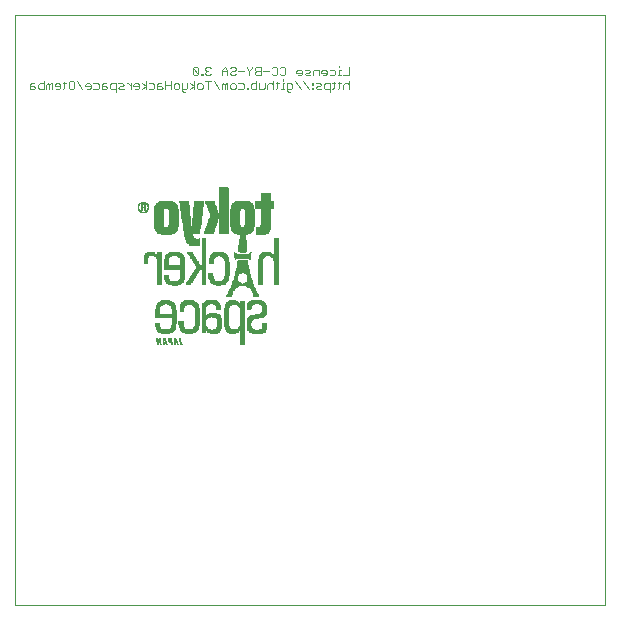
<source format=gbo>
G75*
G70*
%OFA0B0*%
%FSLAX24Y24*%
%IPPOS*%
%LPD*%
%AMOC8*
5,1,8,0,0,1.08239X$1,22.5*
%
%ADD10C,0.0000*%
%ADD11C,0.0020*%
%ADD12R,0.0020X0.0020*%
D10*
X005221Y001300D02*
X005221Y020985D01*
X024906Y020985D01*
X024906Y001300D01*
X005221Y001300D01*
D11*
X005724Y018510D02*
X005864Y018510D01*
X005911Y018557D01*
X005864Y018604D01*
X005724Y018604D01*
X005724Y018650D02*
X005724Y018510D01*
X005724Y018650D02*
X005770Y018697D01*
X005864Y018697D01*
X006000Y018650D02*
X006047Y018697D01*
X006187Y018697D01*
X006187Y018790D02*
X006187Y018510D01*
X006047Y018510D01*
X006000Y018557D01*
X006000Y018650D01*
X006276Y018650D02*
X006276Y018510D01*
X006370Y018510D02*
X006370Y018650D01*
X006323Y018697D01*
X006276Y018650D01*
X006370Y018650D02*
X006416Y018697D01*
X006463Y018697D01*
X006463Y018510D01*
X006552Y018604D02*
X006739Y018604D01*
X006739Y018650D02*
X006693Y018697D01*
X006599Y018697D01*
X006552Y018650D01*
X006552Y018604D01*
X006599Y018510D02*
X006693Y018510D01*
X006739Y018557D01*
X006739Y018650D01*
X006830Y018697D02*
X006923Y018697D01*
X006877Y018744D02*
X006877Y018557D01*
X006830Y018510D01*
X007013Y018557D02*
X007013Y018744D01*
X007059Y018790D01*
X007153Y018790D01*
X007200Y018744D01*
X007200Y018557D01*
X007153Y018510D01*
X007059Y018510D01*
X007013Y018557D01*
X007289Y018790D02*
X007476Y018510D01*
X007565Y018604D02*
X007752Y018604D01*
X007752Y018650D02*
X007705Y018697D01*
X007612Y018697D01*
X007565Y018650D01*
X007565Y018604D01*
X007612Y018510D02*
X007705Y018510D01*
X007752Y018557D01*
X007752Y018650D01*
X007841Y018697D02*
X007982Y018697D01*
X008028Y018650D01*
X008028Y018557D01*
X007982Y018510D01*
X007841Y018510D01*
X008118Y018510D02*
X008118Y018650D01*
X008164Y018697D01*
X008258Y018697D01*
X008258Y018604D02*
X008118Y018604D01*
X008118Y018510D02*
X008258Y018510D01*
X008304Y018557D01*
X008258Y018604D01*
X008394Y018650D02*
X008394Y018557D01*
X008441Y018510D01*
X008581Y018510D01*
X008581Y018417D02*
X008581Y018697D01*
X008441Y018697D01*
X008394Y018650D01*
X008670Y018697D02*
X008810Y018697D01*
X008857Y018650D01*
X008810Y018604D01*
X008717Y018604D01*
X008670Y018557D01*
X008717Y018510D01*
X008857Y018510D01*
X008947Y018697D02*
X008994Y018697D01*
X009087Y018604D01*
X009176Y018604D02*
X009363Y018604D01*
X009363Y018650D02*
X009317Y018697D01*
X009223Y018697D01*
X009176Y018650D01*
X009176Y018604D01*
X009223Y018510D02*
X009317Y018510D01*
X009363Y018557D01*
X009363Y018650D01*
X009453Y018697D02*
X009593Y018604D01*
X009453Y018510D01*
X009593Y018510D02*
X009593Y018790D01*
X009683Y018697D02*
X009823Y018697D01*
X009870Y018650D01*
X009870Y018557D01*
X009823Y018510D01*
X009683Y018510D01*
X009959Y018510D02*
X009959Y018650D01*
X010006Y018697D01*
X010099Y018697D01*
X010099Y018604D02*
X009959Y018604D01*
X009959Y018510D02*
X010099Y018510D01*
X010146Y018557D01*
X010099Y018604D01*
X010235Y018650D02*
X010422Y018650D01*
X010512Y018650D02*
X010558Y018697D01*
X010652Y018697D01*
X010698Y018650D01*
X010698Y018557D01*
X010652Y018510D01*
X010558Y018510D01*
X010512Y018557D01*
X010512Y018650D01*
X010422Y018510D02*
X010422Y018790D01*
X010235Y018790D02*
X010235Y018510D01*
X010788Y018510D02*
X010928Y018510D01*
X010975Y018557D01*
X010975Y018697D01*
X011065Y018697D02*
X011205Y018604D01*
X011065Y018510D01*
X011205Y018510D02*
X011205Y018790D01*
X011341Y018697D02*
X011434Y018697D01*
X011481Y018650D01*
X011481Y018557D01*
X011434Y018510D01*
X011341Y018510D01*
X011294Y018557D01*
X011294Y018650D01*
X011341Y018697D01*
X011570Y018790D02*
X011757Y018790D01*
X011847Y018790D02*
X012033Y018510D01*
X012123Y018510D02*
X012123Y018650D01*
X012169Y018697D01*
X012216Y018650D01*
X012216Y018510D01*
X012310Y018510D02*
X012310Y018697D01*
X012263Y018697D01*
X012216Y018650D01*
X012399Y018650D02*
X012446Y018697D01*
X012539Y018697D01*
X012586Y018650D01*
X012586Y018557D01*
X012539Y018510D01*
X012446Y018510D01*
X012399Y018557D01*
X012399Y018650D01*
X012675Y018697D02*
X012815Y018697D01*
X012862Y018650D01*
X012862Y018557D01*
X012815Y018510D01*
X012675Y018510D01*
X012953Y018510D02*
X012953Y018557D01*
X013000Y018557D01*
X013000Y018510D01*
X012953Y018510D01*
X013090Y018557D02*
X013136Y018510D01*
X013276Y018510D01*
X013276Y018790D01*
X013276Y018697D02*
X013136Y018697D01*
X013090Y018650D01*
X013090Y018557D01*
X013366Y018510D02*
X013366Y018697D01*
X013553Y018697D02*
X013553Y018557D01*
X013506Y018510D01*
X013366Y018510D01*
X013642Y018510D02*
X013642Y018650D01*
X013689Y018697D01*
X013782Y018697D01*
X013829Y018650D01*
X013920Y018697D02*
X014013Y018697D01*
X013966Y018744D02*
X013966Y018557D01*
X013920Y018510D01*
X013829Y018510D02*
X013829Y018790D01*
X013827Y018960D02*
X013780Y019007D01*
X013827Y018960D02*
X013920Y018960D01*
X013967Y019007D01*
X013967Y019194D01*
X013920Y019240D01*
X013827Y019240D01*
X013780Y019194D01*
X013691Y019100D02*
X013504Y019100D01*
X013414Y019100D02*
X013274Y019100D01*
X013228Y019054D01*
X013228Y019007D01*
X013274Y018960D01*
X013414Y018960D01*
X013414Y019240D01*
X013274Y019240D01*
X013228Y019194D01*
X013228Y019147D01*
X013274Y019100D01*
X013138Y019194D02*
X013138Y019240D01*
X013138Y019194D02*
X013045Y019100D01*
X013045Y018960D01*
X013045Y019100D02*
X012951Y019194D01*
X012951Y019240D01*
X012862Y019100D02*
X012675Y019100D01*
X012586Y019147D02*
X012539Y019100D01*
X012446Y019100D01*
X012399Y019054D01*
X012399Y019007D01*
X012446Y018960D01*
X012539Y018960D01*
X012586Y019007D01*
X012586Y019147D02*
X012586Y019194D01*
X012539Y019240D01*
X012446Y019240D01*
X012399Y019194D01*
X012310Y019147D02*
X012216Y019240D01*
X012123Y019147D01*
X012123Y018960D01*
X012123Y019100D02*
X012310Y019100D01*
X012310Y019147D02*
X012310Y018960D01*
X011757Y019007D02*
X011710Y018960D01*
X011617Y018960D01*
X011570Y019007D01*
X011570Y019054D01*
X011617Y019100D01*
X011664Y019100D01*
X011617Y019100D02*
X011570Y019147D01*
X011570Y019194D01*
X011617Y019240D01*
X011710Y019240D01*
X011757Y019194D01*
X011481Y019007D02*
X011481Y018960D01*
X011434Y018960D01*
X011434Y019007D01*
X011481Y019007D01*
X011343Y019007D02*
X011296Y018960D01*
X011203Y018960D01*
X011156Y019007D01*
X011156Y019194D01*
X011343Y019007D01*
X011343Y019194D01*
X011296Y019240D01*
X011203Y019240D01*
X011156Y019194D01*
X011664Y018790D02*
X011664Y018510D01*
X010881Y018417D02*
X010834Y018417D01*
X010788Y018463D01*
X010788Y018697D01*
X009087Y018697D02*
X009087Y018510D01*
X014056Y019007D02*
X014103Y018960D01*
X014196Y018960D01*
X014243Y019007D01*
X014243Y019194D01*
X014196Y019240D01*
X014103Y019240D01*
X014056Y019194D01*
X014150Y018837D02*
X014150Y018790D01*
X014150Y018697D02*
X014150Y018510D01*
X014104Y018510D02*
X014197Y018510D01*
X014286Y018510D02*
X014427Y018510D01*
X014473Y018557D01*
X014473Y018650D01*
X014427Y018697D01*
X014286Y018697D01*
X014286Y018463D01*
X014333Y018417D01*
X014380Y018417D01*
X014197Y018697D02*
X014150Y018697D01*
X014563Y018790D02*
X014750Y018510D01*
X015026Y018510D02*
X014839Y018790D01*
X014749Y018960D02*
X014796Y019007D01*
X014796Y019100D01*
X014749Y019147D01*
X014655Y019147D01*
X014609Y019100D01*
X014609Y019054D01*
X014796Y019054D01*
X014885Y019007D02*
X014932Y019054D01*
X015025Y019054D01*
X015072Y019100D01*
X015025Y019147D01*
X014885Y019147D01*
X014885Y019007D02*
X014932Y018960D01*
X015072Y018960D01*
X015161Y018960D02*
X015161Y019100D01*
X015208Y019147D01*
X015348Y019147D01*
X015348Y018960D01*
X015437Y019054D02*
X015624Y019054D01*
X015624Y019100D02*
X015578Y019147D01*
X015484Y019147D01*
X015437Y019100D01*
X015437Y019054D01*
X015484Y018960D02*
X015578Y018960D01*
X015624Y019007D01*
X015624Y019100D01*
X015714Y019147D02*
X015854Y019147D01*
X015900Y019100D01*
X015900Y019007D01*
X015854Y018960D01*
X015714Y018960D01*
X015854Y018744D02*
X015854Y018557D01*
X015807Y018510D01*
X015716Y018510D02*
X015576Y018510D01*
X015529Y018557D01*
X015529Y018650D01*
X015576Y018697D01*
X015716Y018697D01*
X015716Y018417D01*
X015991Y018510D02*
X016038Y018557D01*
X016038Y018744D01*
X016085Y018697D02*
X015991Y018697D01*
X015900Y018697D02*
X015807Y018697D01*
X015991Y018960D02*
X016085Y018960D01*
X016038Y018960D02*
X016038Y019147D01*
X016085Y019147D01*
X016038Y019240D02*
X016038Y019287D01*
X016361Y019240D02*
X016361Y018960D01*
X016174Y018960D01*
X016361Y018790D02*
X016361Y018510D01*
X016361Y018650D02*
X016314Y018697D01*
X016221Y018697D01*
X016174Y018650D01*
X016174Y018510D01*
X015440Y018510D02*
X015300Y018510D01*
X015253Y018557D01*
X015300Y018604D01*
X015393Y018604D01*
X015440Y018650D01*
X015393Y018697D01*
X015253Y018697D01*
X015164Y018697D02*
X015164Y018650D01*
X015117Y018650D01*
X015117Y018697D01*
X015164Y018697D01*
X015164Y018557D02*
X015164Y018510D01*
X015117Y018510D01*
X015117Y018557D01*
X015164Y018557D01*
X014749Y018960D02*
X014655Y018960D01*
D12*
X012331Y015210D03*
X012331Y015190D03*
X012351Y015190D03*
X012351Y015170D03*
X012351Y015150D03*
X012351Y015130D03*
X012351Y015110D03*
X012351Y015090D03*
X012351Y015070D03*
X012351Y015050D03*
X012351Y015030D03*
X012351Y015010D03*
X012351Y014990D03*
X012351Y014970D03*
X012351Y014950D03*
X012351Y014930D03*
X012351Y014910D03*
X012351Y014890D03*
X012351Y014870D03*
X012351Y014850D03*
X012351Y014830D03*
X012351Y014810D03*
X012351Y014790D03*
X012351Y014770D03*
X012351Y014750D03*
X012351Y014730D03*
X012351Y014710D03*
X012351Y014690D03*
X012351Y014670D03*
X012351Y014650D03*
X012351Y014630D03*
X012351Y014610D03*
X012351Y014590D03*
X012351Y014570D03*
X012351Y014550D03*
X012351Y014530D03*
X012351Y014510D03*
X012351Y014490D03*
X012351Y014470D03*
X012351Y014450D03*
X012351Y014430D03*
X012351Y014410D03*
X012351Y014390D03*
X012351Y014370D03*
X012351Y014350D03*
X012351Y014330D03*
X012351Y014310D03*
X012351Y014290D03*
X012351Y014270D03*
X012351Y014250D03*
X012351Y014230D03*
X012351Y014210D03*
X012351Y014190D03*
X012351Y014170D03*
X012351Y014150D03*
X012351Y014130D03*
X012351Y014110D03*
X012351Y014090D03*
X012351Y014070D03*
X012351Y014050D03*
X012351Y014030D03*
X012351Y014010D03*
X012351Y013990D03*
X012351Y013970D03*
X012351Y013950D03*
X012351Y013930D03*
X012351Y013910D03*
X012351Y013890D03*
X012351Y013870D03*
X012351Y013850D03*
X012351Y013830D03*
X012351Y013810D03*
X012351Y013790D03*
X012351Y013770D03*
X012351Y013750D03*
X012351Y013730D03*
X012351Y013710D03*
X012351Y013690D03*
X012351Y013670D03*
X012331Y013670D03*
X012331Y013690D03*
X012331Y013710D03*
X012331Y013730D03*
X012331Y013750D03*
X012331Y013770D03*
X012331Y013790D03*
X012331Y013810D03*
X012331Y013830D03*
X012331Y013850D03*
X012331Y013870D03*
X012331Y013890D03*
X012331Y013910D03*
X012331Y013930D03*
X012331Y013950D03*
X012331Y013970D03*
X012331Y013990D03*
X012331Y014010D03*
X012331Y014030D03*
X012331Y014050D03*
X012331Y014070D03*
X012331Y014090D03*
X012331Y014110D03*
X012331Y014130D03*
X012331Y014150D03*
X012331Y014170D03*
X012331Y014190D03*
X012331Y014210D03*
X012331Y014230D03*
X012331Y014250D03*
X012331Y014270D03*
X012331Y014290D03*
X012331Y014310D03*
X012331Y014330D03*
X012331Y014350D03*
X012331Y014370D03*
X012331Y014390D03*
X012331Y014410D03*
X012331Y014430D03*
X012331Y014450D03*
X012331Y014470D03*
X012331Y014490D03*
X012331Y014510D03*
X012331Y014530D03*
X012331Y014550D03*
X012331Y014570D03*
X012331Y014590D03*
X012331Y014610D03*
X012331Y014630D03*
X012331Y014650D03*
X012331Y014670D03*
X012331Y014690D03*
X012331Y014710D03*
X012331Y014730D03*
X012331Y014750D03*
X012331Y014770D03*
X012331Y014790D03*
X012331Y014810D03*
X012331Y014830D03*
X012331Y014850D03*
X012331Y014870D03*
X012331Y014890D03*
X012331Y014910D03*
X012331Y014930D03*
X012331Y014950D03*
X012331Y014970D03*
X012331Y014990D03*
X012331Y015010D03*
X012331Y015030D03*
X012331Y015050D03*
X012331Y015070D03*
X012331Y015090D03*
X012331Y015110D03*
X012331Y015130D03*
X012331Y015150D03*
X012331Y015170D03*
X012311Y015170D03*
X012311Y015150D03*
X012311Y015130D03*
X012311Y015110D03*
X012311Y015090D03*
X012311Y015070D03*
X012311Y015050D03*
X012311Y015030D03*
X012311Y015010D03*
X012311Y014990D03*
X012311Y014970D03*
X012311Y014950D03*
X012311Y014930D03*
X012311Y014910D03*
X012311Y014890D03*
X012311Y014870D03*
X012311Y014850D03*
X012311Y014830D03*
X012311Y014810D03*
X012311Y014790D03*
X012311Y014770D03*
X012311Y014750D03*
X012311Y014730D03*
X012311Y014710D03*
X012311Y014690D03*
X012311Y014670D03*
X012311Y014650D03*
X012311Y014630D03*
X012311Y014610D03*
X012311Y014590D03*
X012311Y014570D03*
X012311Y014550D03*
X012311Y014530D03*
X012311Y014510D03*
X012311Y014490D03*
X012311Y014470D03*
X012311Y014450D03*
X012311Y014430D03*
X012311Y014410D03*
X012311Y014390D03*
X012311Y014370D03*
X012311Y014350D03*
X012311Y014330D03*
X012311Y014310D03*
X012311Y014290D03*
X012311Y014270D03*
X012311Y014250D03*
X012311Y014230D03*
X012311Y014210D03*
X012311Y014190D03*
X012311Y014170D03*
X012311Y014150D03*
X012311Y014130D03*
X012311Y014110D03*
X012311Y014090D03*
X012311Y014070D03*
X012311Y014050D03*
X012311Y014030D03*
X012311Y014010D03*
X012311Y013990D03*
X012311Y013970D03*
X012311Y013950D03*
X012311Y013930D03*
X012311Y013910D03*
X012311Y013890D03*
X012311Y013870D03*
X012311Y013850D03*
X012311Y013830D03*
X012311Y013810D03*
X012311Y013790D03*
X012311Y013770D03*
X012311Y013750D03*
X012311Y013730D03*
X012311Y013710D03*
X012311Y013690D03*
X012311Y013670D03*
X012291Y013670D03*
X012291Y013690D03*
X012291Y013710D03*
X012291Y013730D03*
X012291Y013750D03*
X012291Y013770D03*
X012291Y013790D03*
X012291Y013810D03*
X012291Y013830D03*
X012291Y013850D03*
X012291Y013870D03*
X012291Y013890D03*
X012291Y013910D03*
X012291Y013930D03*
X012291Y013950D03*
X012291Y013970D03*
X012291Y013990D03*
X012291Y014010D03*
X012291Y014030D03*
X012291Y014050D03*
X012291Y014070D03*
X012291Y014090D03*
X012291Y014110D03*
X012291Y014130D03*
X012291Y014150D03*
X012291Y014170D03*
X012291Y014190D03*
X012291Y014210D03*
X012291Y014230D03*
X012291Y014250D03*
X012291Y014270D03*
X012291Y014290D03*
X012291Y014310D03*
X012291Y014330D03*
X012291Y014350D03*
X012291Y014370D03*
X012291Y014390D03*
X012291Y014410D03*
X012291Y014430D03*
X012291Y014450D03*
X012291Y014470D03*
X012291Y014490D03*
X012291Y014510D03*
X012291Y014530D03*
X012291Y014550D03*
X012291Y014570D03*
X012291Y014590D03*
X012291Y014610D03*
X012291Y014630D03*
X012291Y014650D03*
X012291Y014670D03*
X012291Y014690D03*
X012291Y014710D03*
X012291Y014730D03*
X012291Y014750D03*
X012291Y014770D03*
X012291Y014790D03*
X012291Y014810D03*
X012291Y014830D03*
X012291Y014850D03*
X012291Y014870D03*
X012291Y014890D03*
X012291Y014910D03*
X012291Y014930D03*
X012291Y014950D03*
X012291Y014970D03*
X012291Y014990D03*
X012291Y015010D03*
X012291Y015030D03*
X012291Y015050D03*
X012291Y015070D03*
X012291Y015090D03*
X012291Y015110D03*
X012291Y015130D03*
X012291Y015150D03*
X012291Y015170D03*
X012291Y015190D03*
X012311Y015190D03*
X012311Y015210D03*
X012291Y015210D03*
X012271Y015210D03*
X012271Y015190D03*
X012271Y015170D03*
X012271Y015150D03*
X012271Y015130D03*
X012271Y015110D03*
X012271Y015090D03*
X012271Y015070D03*
X012271Y015050D03*
X012271Y015030D03*
X012271Y015010D03*
X012271Y014990D03*
X012271Y014970D03*
X012271Y014950D03*
X012271Y014930D03*
X012271Y014910D03*
X012271Y014890D03*
X012271Y014870D03*
X012271Y014850D03*
X012271Y014830D03*
X012271Y014810D03*
X012271Y014790D03*
X012271Y014770D03*
X012271Y014750D03*
X012271Y014730D03*
X012271Y014710D03*
X012271Y014690D03*
X012271Y014670D03*
X012271Y014650D03*
X012271Y014630D03*
X012271Y014610D03*
X012271Y014590D03*
X012271Y014570D03*
X012271Y014550D03*
X012271Y014530D03*
X012271Y014510D03*
X012271Y014490D03*
X012271Y014470D03*
X012271Y014450D03*
X012271Y014430D03*
X012271Y014410D03*
X012271Y014390D03*
X012271Y014370D03*
X012271Y014350D03*
X012271Y014330D03*
X012271Y014310D03*
X012271Y014290D03*
X012271Y014270D03*
X012271Y014250D03*
X012271Y014230D03*
X012271Y014210D03*
X012271Y014190D03*
X012271Y014170D03*
X012271Y014150D03*
X012271Y014130D03*
X012271Y014110D03*
X012271Y014090D03*
X012271Y014070D03*
X012271Y014050D03*
X012271Y014030D03*
X012271Y014010D03*
X012271Y013990D03*
X012271Y013970D03*
X012271Y013950D03*
X012271Y013930D03*
X012271Y013910D03*
X012271Y013890D03*
X012271Y013870D03*
X012271Y013850D03*
X012271Y013830D03*
X012271Y013810D03*
X012271Y013790D03*
X012271Y013770D03*
X012271Y013750D03*
X012271Y013730D03*
X012271Y013710D03*
X012271Y013690D03*
X012271Y013670D03*
X012251Y013670D03*
X012251Y013690D03*
X012251Y013710D03*
X012251Y013730D03*
X012251Y013750D03*
X012251Y013770D03*
X012251Y013790D03*
X012251Y013810D03*
X012251Y013830D03*
X012251Y013850D03*
X012251Y013870D03*
X012251Y013890D03*
X012251Y013910D03*
X012251Y013930D03*
X012251Y013950D03*
X012251Y013970D03*
X012251Y013990D03*
X012251Y014010D03*
X012251Y014030D03*
X012251Y014050D03*
X012251Y014070D03*
X012251Y014090D03*
X012251Y014110D03*
X012251Y014130D03*
X012251Y014150D03*
X012251Y014170D03*
X012251Y014190D03*
X012251Y014210D03*
X012251Y014230D03*
X012251Y014250D03*
X012251Y014270D03*
X012251Y014290D03*
X012251Y014310D03*
X012251Y014330D03*
X012251Y014350D03*
X012251Y014370D03*
X012251Y014390D03*
X012251Y014410D03*
X012251Y014430D03*
X012251Y014450D03*
X012251Y014470D03*
X012251Y014490D03*
X012251Y014510D03*
X012251Y014530D03*
X012251Y014550D03*
X012251Y014570D03*
X012251Y014590D03*
X012251Y014610D03*
X012251Y014630D03*
X012251Y014650D03*
X012251Y014670D03*
X012251Y014690D03*
X012251Y014710D03*
X012251Y014730D03*
X012251Y014750D03*
X012251Y014770D03*
X012251Y014790D03*
X012251Y014810D03*
X012251Y014830D03*
X012251Y014850D03*
X012251Y014870D03*
X012251Y014890D03*
X012251Y014910D03*
X012251Y014930D03*
X012251Y014950D03*
X012251Y014970D03*
X012251Y014990D03*
X012251Y015010D03*
X012251Y015030D03*
X012251Y015050D03*
X012251Y015070D03*
X012251Y015090D03*
X012251Y015110D03*
X012251Y015130D03*
X012251Y015150D03*
X012251Y015170D03*
X012251Y015190D03*
X012251Y015210D03*
X012231Y015210D03*
X012231Y015190D03*
X012231Y015170D03*
X012231Y015150D03*
X012231Y015130D03*
X012231Y015110D03*
X012231Y015090D03*
X012231Y015070D03*
X012231Y015050D03*
X012231Y015030D03*
X012231Y015010D03*
X012231Y014990D03*
X012231Y014970D03*
X012231Y014950D03*
X012231Y014930D03*
X012231Y014910D03*
X012231Y014890D03*
X012231Y014870D03*
X012231Y014850D03*
X012231Y014830D03*
X012231Y014810D03*
X012231Y014790D03*
X012231Y014770D03*
X012231Y014750D03*
X012231Y014730D03*
X012231Y014710D03*
X012231Y014690D03*
X012231Y014670D03*
X012231Y014650D03*
X012231Y014630D03*
X012231Y014610D03*
X012231Y014590D03*
X012231Y014570D03*
X012231Y014550D03*
X012231Y014530D03*
X012231Y014510D03*
X012231Y014490D03*
X012231Y014470D03*
X012231Y014450D03*
X012231Y014430D03*
X012231Y014410D03*
X012231Y014390D03*
X012231Y014370D03*
X012231Y014350D03*
X012231Y014330D03*
X012231Y014310D03*
X012231Y014290D03*
X012231Y014270D03*
X012231Y014250D03*
X012231Y014230D03*
X012231Y014210D03*
X012231Y014190D03*
X012231Y014170D03*
X012231Y014150D03*
X012231Y014130D03*
X012231Y014110D03*
X012231Y014090D03*
X012231Y014070D03*
X012231Y014050D03*
X012231Y014030D03*
X012231Y014010D03*
X012231Y013990D03*
X012231Y013970D03*
X012231Y013950D03*
X012231Y013930D03*
X012231Y013910D03*
X012231Y013890D03*
X012231Y013870D03*
X012231Y013850D03*
X012231Y013830D03*
X012231Y013810D03*
X012231Y013790D03*
X012231Y013770D03*
X012231Y013750D03*
X012231Y013730D03*
X012231Y013710D03*
X012231Y013690D03*
X012231Y013670D03*
X012211Y013670D03*
X012211Y013690D03*
X012211Y013710D03*
X012211Y013730D03*
X012211Y013750D03*
X012211Y013770D03*
X012211Y013790D03*
X012211Y013810D03*
X012211Y013830D03*
X012211Y013850D03*
X012211Y013870D03*
X012211Y013890D03*
X012211Y013910D03*
X012211Y013930D03*
X012211Y013950D03*
X012211Y013970D03*
X012211Y013990D03*
X012211Y014010D03*
X012211Y014030D03*
X012211Y014050D03*
X012211Y014070D03*
X012211Y014090D03*
X012211Y014110D03*
X012211Y014130D03*
X012211Y014150D03*
X012211Y014170D03*
X012211Y014190D03*
X012211Y014210D03*
X012211Y014230D03*
X012211Y014250D03*
X012211Y014270D03*
X012211Y014290D03*
X012211Y014310D03*
X012211Y014330D03*
X012211Y014350D03*
X012211Y014370D03*
X012211Y014390D03*
X012211Y014410D03*
X012211Y014430D03*
X012211Y014450D03*
X012211Y014470D03*
X012211Y014490D03*
X012211Y014510D03*
X012211Y014530D03*
X012211Y014550D03*
X012211Y014570D03*
X012211Y014590D03*
X012211Y014610D03*
X012211Y014630D03*
X012211Y014650D03*
X012211Y014670D03*
X012211Y014690D03*
X012211Y014710D03*
X012211Y014730D03*
X012211Y014750D03*
X012211Y014770D03*
X012211Y014790D03*
X012211Y014810D03*
X012211Y014830D03*
X012211Y014850D03*
X012211Y014870D03*
X012211Y014890D03*
X012211Y014910D03*
X012211Y014930D03*
X012211Y014950D03*
X012211Y014970D03*
X012211Y014990D03*
X012211Y015010D03*
X012211Y015030D03*
X012211Y015050D03*
X012211Y015070D03*
X012211Y015090D03*
X012211Y015110D03*
X012211Y015130D03*
X012211Y015150D03*
X012211Y015170D03*
X012211Y015190D03*
X012211Y015210D03*
X012191Y015210D03*
X012191Y015190D03*
X012191Y015170D03*
X012191Y015150D03*
X012191Y015130D03*
X012191Y015110D03*
X012191Y015090D03*
X012191Y015070D03*
X012191Y015050D03*
X012191Y015030D03*
X012191Y015010D03*
X012191Y014990D03*
X012191Y014970D03*
X012191Y014950D03*
X012191Y014930D03*
X012191Y014910D03*
X012191Y014890D03*
X012191Y014870D03*
X012191Y014850D03*
X012191Y014830D03*
X012191Y014810D03*
X012191Y014790D03*
X012191Y014770D03*
X012191Y014750D03*
X012191Y014730D03*
X012191Y014710D03*
X012191Y014690D03*
X012191Y014670D03*
X012191Y014650D03*
X012191Y014630D03*
X012191Y014610D03*
X012191Y014590D03*
X012191Y014570D03*
X012191Y014550D03*
X012191Y014530D03*
X012191Y014510D03*
X012191Y014490D03*
X012191Y014470D03*
X012191Y014450D03*
X012191Y014430D03*
X012191Y014410D03*
X012191Y014390D03*
X012191Y014370D03*
X012191Y014350D03*
X012191Y014330D03*
X012191Y014310D03*
X012191Y014290D03*
X012191Y014270D03*
X012191Y014250D03*
X012191Y014230D03*
X012191Y014210D03*
X012191Y014190D03*
X012191Y014170D03*
X012191Y014150D03*
X012191Y014130D03*
X012191Y014110D03*
X012191Y014090D03*
X012191Y014070D03*
X012191Y014050D03*
X012191Y014030D03*
X012191Y014010D03*
X012191Y013990D03*
X012191Y013970D03*
X012191Y013950D03*
X012191Y013930D03*
X012191Y013910D03*
X012191Y013890D03*
X012191Y013870D03*
X012191Y013850D03*
X012191Y013830D03*
X012191Y013810D03*
X012191Y013790D03*
X012191Y013770D03*
X012191Y013750D03*
X012191Y013730D03*
X012191Y013710D03*
X012191Y013690D03*
X012191Y013670D03*
X012171Y013670D03*
X012171Y013690D03*
X012171Y013710D03*
X012171Y013730D03*
X012171Y013750D03*
X012171Y013770D03*
X012171Y013790D03*
X012171Y013810D03*
X012171Y013830D03*
X012171Y013850D03*
X012171Y013870D03*
X012171Y013890D03*
X012171Y013910D03*
X012171Y013930D03*
X012171Y013950D03*
X012171Y013970D03*
X012171Y013990D03*
X012171Y014010D03*
X012171Y014030D03*
X012171Y014050D03*
X012171Y014070D03*
X012171Y014090D03*
X012171Y014110D03*
X012171Y014130D03*
X012171Y014150D03*
X012171Y014170D03*
X012171Y014190D03*
X012171Y014210D03*
X012171Y014230D03*
X012171Y014250D03*
X012171Y014270D03*
X012171Y014290D03*
X012171Y014310D03*
X012171Y014330D03*
X012171Y014350D03*
X012171Y014370D03*
X012171Y014390D03*
X012171Y014410D03*
X012171Y014430D03*
X012171Y014450D03*
X012171Y014470D03*
X012171Y014490D03*
X012171Y014510D03*
X012171Y014530D03*
X012171Y014550D03*
X012171Y014570D03*
X012171Y014590D03*
X012171Y014610D03*
X012171Y014630D03*
X012171Y014650D03*
X012171Y014670D03*
X012171Y014690D03*
X012171Y014710D03*
X012171Y014730D03*
X012171Y014750D03*
X012171Y014770D03*
X012171Y014790D03*
X012171Y014810D03*
X012171Y014830D03*
X012171Y014850D03*
X012171Y014870D03*
X012171Y014890D03*
X012171Y014910D03*
X012171Y014930D03*
X012171Y014950D03*
X012171Y014970D03*
X012171Y014990D03*
X012171Y015010D03*
X012171Y015030D03*
X012171Y015050D03*
X012171Y015070D03*
X012171Y015090D03*
X012171Y015110D03*
X012171Y015130D03*
X012171Y015150D03*
X012171Y015170D03*
X012171Y015190D03*
X012171Y015210D03*
X012151Y015210D03*
X012151Y015190D03*
X012151Y015170D03*
X012151Y015150D03*
X012151Y015130D03*
X012151Y015110D03*
X012151Y015090D03*
X012151Y015070D03*
X012151Y015050D03*
X012151Y015030D03*
X012151Y015010D03*
X012151Y014990D03*
X012151Y014970D03*
X012151Y014950D03*
X012151Y014930D03*
X012151Y014910D03*
X012151Y014890D03*
X012151Y014870D03*
X012151Y014850D03*
X012151Y014830D03*
X012151Y014810D03*
X012151Y014790D03*
X012151Y014770D03*
X012151Y014750D03*
X012151Y014730D03*
X012151Y014710D03*
X012151Y014690D03*
X012151Y014670D03*
X012151Y014650D03*
X012151Y014630D03*
X012151Y014610D03*
X012151Y014590D03*
X012151Y014570D03*
X012151Y014550D03*
X012151Y014530D03*
X012151Y014510D03*
X012151Y014490D03*
X012151Y014470D03*
X012151Y014450D03*
X012151Y014430D03*
X012151Y014410D03*
X012151Y014390D03*
X012151Y014370D03*
X012151Y014350D03*
X012151Y014330D03*
X012151Y014310D03*
X012151Y014290D03*
X012151Y014270D03*
X012151Y014250D03*
X012151Y014230D03*
X012151Y014210D03*
X012151Y014190D03*
X012151Y014170D03*
X012151Y014150D03*
X012151Y014130D03*
X012151Y014110D03*
X012151Y014090D03*
X012151Y014070D03*
X012151Y014050D03*
X012151Y014030D03*
X012151Y014010D03*
X012151Y013990D03*
X012151Y013970D03*
X012151Y013950D03*
X012151Y013930D03*
X012151Y013910D03*
X012151Y013890D03*
X012151Y013870D03*
X012151Y013850D03*
X012151Y013830D03*
X012151Y013810D03*
X012151Y013790D03*
X012151Y013770D03*
X012151Y013750D03*
X012151Y013730D03*
X012151Y013710D03*
X012151Y013690D03*
X012151Y013670D03*
X012131Y013670D03*
X012131Y013690D03*
X012131Y013710D03*
X012131Y013730D03*
X012131Y013750D03*
X012131Y013770D03*
X012131Y013790D03*
X012131Y013810D03*
X012131Y013830D03*
X012131Y013850D03*
X012131Y013870D03*
X012131Y013890D03*
X012131Y013910D03*
X012131Y013930D03*
X012131Y013950D03*
X012131Y013970D03*
X012131Y013990D03*
X012131Y014010D03*
X012131Y014030D03*
X012131Y014050D03*
X012131Y014070D03*
X012131Y014090D03*
X012131Y014110D03*
X012131Y014130D03*
X012131Y014150D03*
X012131Y014170D03*
X012131Y014190D03*
X012131Y014210D03*
X012131Y014230D03*
X012131Y014250D03*
X012131Y014270D03*
X012131Y014290D03*
X012131Y014310D03*
X012131Y014330D03*
X012131Y014350D03*
X012131Y014370D03*
X012131Y014390D03*
X012131Y014410D03*
X012131Y014430D03*
X012131Y014450D03*
X012131Y014470D03*
X012131Y014490D03*
X012131Y014510D03*
X012131Y014530D03*
X012131Y014550D03*
X012131Y014570D03*
X012131Y014590D03*
X012131Y014610D03*
X012131Y014630D03*
X012131Y014650D03*
X012131Y014670D03*
X012131Y014690D03*
X012131Y014710D03*
X012131Y014730D03*
X012131Y014750D03*
X012131Y014770D03*
X012131Y014790D03*
X012131Y014810D03*
X012131Y014830D03*
X012131Y014850D03*
X012131Y014870D03*
X012131Y014890D03*
X012131Y014910D03*
X012131Y014930D03*
X012131Y014950D03*
X012131Y014970D03*
X012131Y014990D03*
X012131Y015010D03*
X012131Y015030D03*
X012131Y015050D03*
X012131Y015070D03*
X012131Y015090D03*
X012131Y015110D03*
X012131Y015130D03*
X012131Y015150D03*
X012131Y015170D03*
X012131Y015190D03*
X012131Y015210D03*
X012111Y015210D03*
X012111Y015190D03*
X012111Y015170D03*
X012111Y015150D03*
X012111Y015130D03*
X012111Y015110D03*
X012111Y015090D03*
X012111Y015070D03*
X012111Y015050D03*
X012111Y015030D03*
X012111Y015010D03*
X012111Y014990D03*
X012111Y014970D03*
X012111Y014950D03*
X012111Y014930D03*
X012111Y014910D03*
X012111Y014890D03*
X012111Y014870D03*
X012111Y014850D03*
X012111Y014830D03*
X012111Y014810D03*
X012111Y014790D03*
X012111Y014770D03*
X012111Y014750D03*
X012111Y014730D03*
X012111Y014710D03*
X012111Y014690D03*
X012111Y014670D03*
X012111Y014650D03*
X012111Y014630D03*
X012111Y014610D03*
X012111Y014590D03*
X012111Y014570D03*
X012111Y014550D03*
X012111Y014530D03*
X012111Y014510D03*
X012111Y014490D03*
X012111Y014470D03*
X012111Y014450D03*
X012111Y014430D03*
X012111Y014410D03*
X012111Y014390D03*
X012111Y014370D03*
X012111Y014350D03*
X012111Y014330D03*
X012111Y014310D03*
X012111Y014290D03*
X012111Y014270D03*
X012111Y014250D03*
X012111Y014230D03*
X012111Y014210D03*
X012111Y014190D03*
X012111Y014170D03*
X012111Y014150D03*
X012111Y014130D03*
X012111Y014110D03*
X012111Y014090D03*
X012111Y014070D03*
X012111Y014050D03*
X012111Y014030D03*
X012111Y014010D03*
X012111Y013990D03*
X012111Y013970D03*
X012111Y013950D03*
X012111Y013930D03*
X012111Y013910D03*
X012111Y013890D03*
X012111Y013870D03*
X012111Y013850D03*
X012111Y013830D03*
X012111Y013810D03*
X012111Y013790D03*
X012111Y013770D03*
X012111Y013750D03*
X012111Y013730D03*
X012111Y013710D03*
X012111Y013690D03*
X012111Y013670D03*
X012091Y013670D03*
X012091Y013690D03*
X012091Y013710D03*
X012091Y013730D03*
X012091Y013750D03*
X012091Y013770D03*
X012091Y013790D03*
X012091Y013810D03*
X012091Y013830D03*
X012091Y013850D03*
X012091Y013870D03*
X012091Y013890D03*
X012091Y013910D03*
X012091Y013930D03*
X012091Y013950D03*
X012091Y013970D03*
X012091Y013990D03*
X012091Y014010D03*
X012091Y014030D03*
X012091Y014050D03*
X012091Y014070D03*
X012091Y014090D03*
X012091Y014110D03*
X012091Y014130D03*
X012091Y014150D03*
X012091Y014170D03*
X012091Y014190D03*
X012091Y014210D03*
X012091Y014230D03*
X012091Y014250D03*
X012091Y014270D03*
X012091Y014290D03*
X012091Y014310D03*
X012091Y014330D03*
X012091Y014350D03*
X012091Y014370D03*
X012091Y014390D03*
X012091Y014410D03*
X012091Y014430D03*
X012091Y014450D03*
X012091Y014470D03*
X012091Y014490D03*
X012091Y014510D03*
X012091Y014530D03*
X012091Y014550D03*
X012091Y014570D03*
X012091Y014590D03*
X012091Y014610D03*
X012091Y014630D03*
X012091Y014650D03*
X012091Y014670D03*
X012091Y014690D03*
X012091Y014710D03*
X012091Y014730D03*
X012091Y014750D03*
X012091Y014770D03*
X012091Y014790D03*
X012091Y014810D03*
X012091Y014830D03*
X012091Y014850D03*
X012091Y014870D03*
X012091Y014890D03*
X012091Y014910D03*
X012091Y014930D03*
X012091Y014950D03*
X012091Y014970D03*
X012091Y014990D03*
X012091Y015010D03*
X012091Y015030D03*
X012091Y015050D03*
X012091Y015070D03*
X012091Y015090D03*
X012091Y015110D03*
X012091Y015130D03*
X012091Y015150D03*
X012091Y015170D03*
X012091Y015190D03*
X012091Y015210D03*
X012071Y015210D03*
X012071Y015190D03*
X012071Y015170D03*
X012071Y015150D03*
X012071Y015130D03*
X012071Y015110D03*
X012071Y015090D03*
X012071Y015070D03*
X012071Y015050D03*
X012071Y015030D03*
X012071Y015010D03*
X012071Y014990D03*
X012071Y014970D03*
X012071Y014950D03*
X012071Y014930D03*
X012071Y014910D03*
X012071Y014890D03*
X012071Y014870D03*
X012071Y014850D03*
X012071Y014830D03*
X012071Y014810D03*
X012071Y014790D03*
X012071Y014770D03*
X012071Y014750D03*
X012071Y014730D03*
X012071Y014710D03*
X012071Y014690D03*
X012071Y014670D03*
X012071Y014650D03*
X012071Y014630D03*
X012071Y014610D03*
X012071Y014590D03*
X012071Y014570D03*
X012071Y014550D03*
X012071Y014530D03*
X012071Y014510D03*
X012071Y014490D03*
X012071Y014470D03*
X012071Y014450D03*
X012071Y014430D03*
X012071Y014410D03*
X012071Y014390D03*
X012071Y014370D03*
X012071Y014350D03*
X012071Y014330D03*
X012071Y014310D03*
X012071Y014290D03*
X012071Y014270D03*
X012071Y014250D03*
X012071Y014230D03*
X012071Y014210D03*
X012071Y014190D03*
X012071Y014170D03*
X012071Y014150D03*
X012071Y014130D03*
X012071Y014110D03*
X012071Y014090D03*
X012071Y014070D03*
X012071Y014050D03*
X012071Y014030D03*
X012071Y014010D03*
X012071Y013990D03*
X012071Y013970D03*
X012071Y013950D03*
X012071Y013930D03*
X012071Y013910D03*
X012071Y013890D03*
X012071Y013870D03*
X012071Y013850D03*
X012071Y013830D03*
X012071Y013810D03*
X012071Y013790D03*
X012071Y013770D03*
X012071Y013750D03*
X012071Y013730D03*
X012071Y013710D03*
X012071Y013690D03*
X012071Y013670D03*
X012051Y013670D03*
X012051Y013690D03*
X012051Y013710D03*
X012051Y013730D03*
X012051Y013750D03*
X012051Y013770D03*
X012051Y013790D03*
X012051Y013810D03*
X012051Y013830D03*
X012051Y013850D03*
X012051Y013870D03*
X012051Y013890D03*
X012051Y013910D03*
X012051Y013930D03*
X012051Y013950D03*
X012051Y013970D03*
X012051Y013990D03*
X012051Y014010D03*
X012051Y014030D03*
X012051Y014050D03*
X012051Y014070D03*
X012051Y014090D03*
X012051Y014110D03*
X012051Y014130D03*
X012051Y014150D03*
X012051Y014170D03*
X012051Y014190D03*
X012051Y014210D03*
X012051Y014230D03*
X012051Y014250D03*
X012051Y014270D03*
X012051Y014290D03*
X012051Y014310D03*
X012051Y014330D03*
X012051Y014350D03*
X012051Y014370D03*
X012051Y014390D03*
X012051Y014410D03*
X012051Y014430D03*
X012051Y014450D03*
X012051Y014470D03*
X012051Y014490D03*
X012051Y014510D03*
X012051Y014530D03*
X012051Y014550D03*
X012051Y014570D03*
X012051Y014590D03*
X012051Y014610D03*
X012051Y014630D03*
X012051Y014650D03*
X012051Y014670D03*
X012051Y014690D03*
X012051Y014710D03*
X012051Y014730D03*
X012051Y014750D03*
X012051Y014770D03*
X012051Y014790D03*
X012051Y014810D03*
X012051Y014830D03*
X012051Y014850D03*
X012051Y014870D03*
X012051Y014890D03*
X012051Y014910D03*
X012051Y014930D03*
X012051Y014950D03*
X012051Y014970D03*
X012051Y014990D03*
X012051Y015010D03*
X012051Y015030D03*
X012051Y015050D03*
X012051Y015070D03*
X012051Y015090D03*
X012051Y015110D03*
X012051Y015130D03*
X012051Y015150D03*
X012051Y015170D03*
X012051Y015190D03*
X011891Y014730D03*
X011891Y014710D03*
X011891Y014690D03*
X011891Y014670D03*
X011911Y014670D03*
X011911Y014650D03*
X011911Y014630D03*
X011911Y014610D03*
X011931Y014610D03*
X011931Y014590D03*
X011931Y014570D03*
X011951Y014570D03*
X011951Y014550D03*
X011951Y014530D03*
X011951Y014510D03*
X011971Y014510D03*
X011971Y014490D03*
X011971Y014470D03*
X011971Y014450D03*
X011991Y014450D03*
X011991Y014430D03*
X011991Y014410D03*
X012011Y014410D03*
X012011Y014390D03*
X012011Y014370D03*
X012011Y014350D03*
X012031Y014350D03*
X012031Y014330D03*
X012031Y014310D03*
X012031Y014290D03*
X012031Y014270D03*
X012031Y014250D03*
X012031Y014230D03*
X012031Y014210D03*
X012031Y014190D03*
X012031Y014170D03*
X012011Y014170D03*
X012011Y014150D03*
X012011Y014130D03*
X012011Y014110D03*
X011991Y014110D03*
X011991Y014090D03*
X011991Y014070D03*
X011991Y014050D03*
X011971Y014050D03*
X011971Y014030D03*
X011971Y014010D03*
X011971Y013990D03*
X011951Y013990D03*
X011951Y013970D03*
X011951Y013950D03*
X011951Y013930D03*
X011931Y013930D03*
X011931Y013910D03*
X011931Y013890D03*
X011931Y013870D03*
X011911Y013870D03*
X011911Y013850D03*
X011911Y013830D03*
X011911Y013810D03*
X011891Y013810D03*
X011891Y013790D03*
X011891Y013770D03*
X011891Y013750D03*
X011871Y013750D03*
X011871Y013730D03*
X011871Y013710D03*
X011871Y013690D03*
X011851Y013690D03*
X011851Y013670D03*
X011831Y013670D03*
X011831Y013690D03*
X011831Y013710D03*
X011851Y013710D03*
X011851Y013730D03*
X011851Y013750D03*
X011851Y013770D03*
X011871Y013770D03*
X011871Y013790D03*
X011871Y013810D03*
X011871Y013830D03*
X011891Y013830D03*
X011891Y013850D03*
X011891Y013870D03*
X011891Y013890D03*
X011911Y013890D03*
X011911Y013910D03*
X011911Y013930D03*
X011911Y013950D03*
X011931Y013950D03*
X011931Y013970D03*
X011931Y013990D03*
X011931Y014010D03*
X011951Y014010D03*
X011951Y014030D03*
X011951Y014050D03*
X011951Y014070D03*
X011971Y014070D03*
X011971Y014090D03*
X011971Y014110D03*
X011971Y014130D03*
X011991Y014130D03*
X011991Y014150D03*
X011991Y014170D03*
X011991Y014190D03*
X012011Y014190D03*
X012011Y014210D03*
X012011Y014230D03*
X012011Y014250D03*
X012011Y014270D03*
X012011Y014290D03*
X012011Y014310D03*
X012011Y014330D03*
X011991Y014330D03*
X011991Y014310D03*
X011991Y014290D03*
X011991Y014270D03*
X011991Y014250D03*
X011991Y014230D03*
X011991Y014210D03*
X011971Y014210D03*
X011971Y014190D03*
X011971Y014170D03*
X011971Y014150D03*
X011951Y014150D03*
X011951Y014130D03*
X011951Y014110D03*
X011951Y014090D03*
X011931Y014090D03*
X011931Y014070D03*
X011931Y014050D03*
X011931Y014030D03*
X011911Y014030D03*
X011911Y014010D03*
X011911Y013990D03*
X011911Y013970D03*
X011891Y013970D03*
X011891Y013950D03*
X011891Y013930D03*
X011891Y013910D03*
X011871Y013910D03*
X011871Y013890D03*
X011871Y013870D03*
X011871Y013850D03*
X011851Y013850D03*
X011851Y013830D03*
X011851Y013810D03*
X011851Y013790D03*
X011831Y013790D03*
X011831Y013770D03*
X011831Y013750D03*
X011831Y013730D03*
X011811Y013730D03*
X011811Y013710D03*
X011811Y013690D03*
X011811Y013670D03*
X011791Y013670D03*
X011791Y013690D03*
X011791Y013710D03*
X011791Y013730D03*
X011791Y013750D03*
X011811Y013750D03*
X011811Y013770D03*
X011811Y013790D03*
X011811Y013810D03*
X011831Y013810D03*
X011831Y013830D03*
X011831Y013850D03*
X011831Y013870D03*
X011851Y013870D03*
X011851Y013890D03*
X011851Y013910D03*
X011851Y013930D03*
X011871Y013930D03*
X011871Y013950D03*
X011871Y013970D03*
X011871Y013990D03*
X011891Y013990D03*
X011891Y014010D03*
X011891Y014030D03*
X011891Y014050D03*
X011911Y014050D03*
X011911Y014070D03*
X011911Y014090D03*
X011911Y014110D03*
X011931Y014110D03*
X011931Y014130D03*
X011931Y014150D03*
X011931Y014170D03*
X011951Y014170D03*
X011951Y014190D03*
X011951Y014210D03*
X011951Y014230D03*
X011971Y014230D03*
X011971Y014250D03*
X011971Y014270D03*
X011971Y014290D03*
X011971Y014310D03*
X011971Y014330D03*
X011971Y014350D03*
X011991Y014350D03*
X011991Y014370D03*
X011991Y014390D03*
X011971Y014390D03*
X011971Y014370D03*
X011951Y014370D03*
X011951Y014350D03*
X011951Y014330D03*
X011951Y014310D03*
X011951Y014290D03*
X011951Y014270D03*
X011951Y014250D03*
X011931Y014250D03*
X011931Y014230D03*
X011931Y014210D03*
X011931Y014190D03*
X011911Y014190D03*
X011911Y014170D03*
X011911Y014150D03*
X011911Y014130D03*
X011891Y014130D03*
X011891Y014110D03*
X011891Y014090D03*
X011891Y014070D03*
X011871Y014070D03*
X011871Y014050D03*
X011871Y014030D03*
X011871Y014010D03*
X011851Y014010D03*
X011851Y013990D03*
X011851Y013970D03*
X011851Y013950D03*
X011831Y013950D03*
X011831Y013930D03*
X011831Y013910D03*
X011831Y013890D03*
X011811Y013890D03*
X011811Y013870D03*
X011811Y013850D03*
X011811Y013830D03*
X011791Y013830D03*
X011791Y013810D03*
X011791Y013790D03*
X011791Y013770D03*
X011771Y013770D03*
X011771Y013750D03*
X011771Y013730D03*
X011771Y013710D03*
X011771Y013690D03*
X011771Y013670D03*
X011751Y013670D03*
X011751Y013690D03*
X011751Y013710D03*
X011751Y013730D03*
X011751Y013750D03*
X011751Y013770D03*
X011751Y013790D03*
X011771Y013790D03*
X011771Y013810D03*
X011771Y013830D03*
X011771Y013850D03*
X011791Y013850D03*
X011791Y013870D03*
X011791Y013890D03*
X011791Y013910D03*
X011811Y013910D03*
X011811Y013930D03*
X011811Y013950D03*
X011811Y013970D03*
X011831Y013970D03*
X011831Y013990D03*
X011831Y014010D03*
X011831Y014030D03*
X011851Y014030D03*
X011851Y014050D03*
X011851Y014070D03*
X011851Y014090D03*
X011871Y014090D03*
X011871Y014110D03*
X011871Y014130D03*
X011871Y014150D03*
X011891Y014150D03*
X011891Y014170D03*
X011891Y014190D03*
X011891Y014210D03*
X011911Y014210D03*
X011911Y014230D03*
X011911Y014250D03*
X011911Y014270D03*
X011931Y014270D03*
X011931Y014290D03*
X011931Y014310D03*
X011931Y014330D03*
X011931Y014350D03*
X011931Y014370D03*
X011931Y014390D03*
X011951Y014390D03*
X011951Y014410D03*
X011971Y014410D03*
X011971Y014430D03*
X011951Y014430D03*
X011951Y014450D03*
X011951Y014470D03*
X011951Y014490D03*
X011931Y014490D03*
X011931Y014470D03*
X011931Y014450D03*
X011931Y014430D03*
X011931Y014410D03*
X011911Y014410D03*
X011911Y014390D03*
X011911Y014370D03*
X011911Y014350D03*
X011911Y014330D03*
X011911Y014310D03*
X011911Y014290D03*
X011891Y014290D03*
X011891Y014270D03*
X011891Y014250D03*
X011891Y014230D03*
X011871Y014230D03*
X011871Y014210D03*
X011871Y014190D03*
X011871Y014170D03*
X011851Y014170D03*
X011851Y014150D03*
X011851Y014130D03*
X011851Y014110D03*
X011831Y014110D03*
X011831Y014090D03*
X011831Y014070D03*
X011831Y014050D03*
X011811Y014050D03*
X011811Y014030D03*
X011811Y014010D03*
X011811Y013990D03*
X011791Y013990D03*
X011791Y013970D03*
X011791Y013950D03*
X011791Y013930D03*
X011771Y013930D03*
X011771Y013910D03*
X011771Y013890D03*
X011771Y013870D03*
X011751Y013870D03*
X011751Y013850D03*
X011751Y013830D03*
X011751Y013810D03*
X011731Y013810D03*
X011731Y013790D03*
X011731Y013770D03*
X011731Y013750D03*
X011731Y013730D03*
X011731Y013710D03*
X011731Y013690D03*
X011731Y013670D03*
X011711Y013670D03*
X011711Y013690D03*
X011711Y013710D03*
X011711Y013730D03*
X011711Y013750D03*
X011711Y013770D03*
X011711Y013790D03*
X011711Y013810D03*
X011711Y013830D03*
X011731Y013830D03*
X011731Y013850D03*
X011731Y013870D03*
X011731Y013890D03*
X011751Y013890D03*
X011751Y013910D03*
X011751Y013930D03*
X011751Y013950D03*
X011771Y013950D03*
X011771Y013970D03*
X011771Y013990D03*
X011771Y014010D03*
X011791Y014010D03*
X011791Y014030D03*
X011791Y014050D03*
X011791Y014070D03*
X011811Y014070D03*
X011811Y014090D03*
X011811Y014110D03*
X011811Y014130D03*
X011831Y014130D03*
X011831Y014150D03*
X011831Y014170D03*
X011831Y014190D03*
X011851Y014190D03*
X011851Y014210D03*
X011851Y014230D03*
X011851Y014250D03*
X011871Y014250D03*
X011871Y014270D03*
X011871Y014290D03*
X011871Y014310D03*
X011891Y014310D03*
X011891Y014330D03*
X011891Y014350D03*
X011891Y014370D03*
X011891Y014390D03*
X011891Y014410D03*
X011891Y014430D03*
X011911Y014430D03*
X011911Y014450D03*
X011911Y014470D03*
X011911Y014490D03*
X011911Y014510D03*
X011931Y014510D03*
X011931Y014530D03*
X011931Y014550D03*
X011911Y014550D03*
X011911Y014530D03*
X011891Y014530D03*
X011891Y014510D03*
X011891Y014490D03*
X011891Y014470D03*
X011891Y014450D03*
X011871Y014450D03*
X011871Y014430D03*
X011871Y014410D03*
X011871Y014390D03*
X011871Y014370D03*
X011871Y014350D03*
X011871Y014330D03*
X011851Y014330D03*
X011851Y014310D03*
X011851Y014290D03*
X011851Y014270D03*
X011831Y014270D03*
X011831Y014250D03*
X011831Y014230D03*
X011831Y014210D03*
X011811Y014210D03*
X011811Y014190D03*
X011811Y014170D03*
X011811Y014150D03*
X011791Y014150D03*
X011791Y014130D03*
X011791Y014110D03*
X011791Y014090D03*
X011771Y014090D03*
X011771Y014070D03*
X011771Y014050D03*
X011771Y014030D03*
X011751Y014030D03*
X011751Y014010D03*
X011751Y013990D03*
X011751Y013970D03*
X011731Y013970D03*
X011731Y013950D03*
X011731Y013930D03*
X011731Y013910D03*
X011711Y013910D03*
X011711Y013890D03*
X011711Y013870D03*
X011711Y013850D03*
X011691Y013850D03*
X011691Y013830D03*
X011691Y013810D03*
X011691Y013790D03*
X011691Y013770D03*
X011691Y013750D03*
X011691Y013730D03*
X011691Y013710D03*
X011691Y013690D03*
X011691Y013670D03*
X011671Y013670D03*
X011671Y013690D03*
X011671Y013710D03*
X011671Y013730D03*
X011671Y013750D03*
X011671Y013770D03*
X011671Y013790D03*
X011671Y013810D03*
X011671Y013830D03*
X011671Y013850D03*
X011671Y013870D03*
X011691Y013870D03*
X011691Y013890D03*
X011691Y013910D03*
X011691Y013930D03*
X011711Y013930D03*
X011711Y013950D03*
X011711Y013970D03*
X011711Y013990D03*
X011731Y013990D03*
X011731Y014010D03*
X011731Y014030D03*
X011731Y014050D03*
X011751Y014050D03*
X011751Y014070D03*
X011751Y014090D03*
X011751Y014110D03*
X011771Y014110D03*
X011771Y014130D03*
X011771Y014150D03*
X011771Y014170D03*
X011791Y014170D03*
X011791Y014190D03*
X011791Y014210D03*
X011791Y014230D03*
X011811Y014230D03*
X011811Y014250D03*
X011811Y014270D03*
X011811Y014290D03*
X011831Y014290D03*
X011831Y014310D03*
X011831Y014330D03*
X011831Y014350D03*
X011851Y014350D03*
X011851Y014370D03*
X011851Y014390D03*
X011851Y014410D03*
X011851Y014430D03*
X011851Y014450D03*
X011851Y014470D03*
X011871Y014470D03*
X011871Y014490D03*
X011871Y014510D03*
X011871Y014530D03*
X011871Y014550D03*
X011891Y014550D03*
X011891Y014570D03*
X011911Y014570D03*
X011911Y014590D03*
X011891Y014590D03*
X011891Y014610D03*
X011891Y014630D03*
X011891Y014650D03*
X011871Y014650D03*
X011871Y014630D03*
X011871Y014610D03*
X011871Y014590D03*
X011871Y014570D03*
X011851Y014570D03*
X011851Y014550D03*
X011851Y014530D03*
X011851Y014510D03*
X011851Y014490D03*
X011831Y014490D03*
X011831Y014470D03*
X011831Y014450D03*
X011831Y014430D03*
X011831Y014410D03*
X011831Y014390D03*
X011831Y014370D03*
X011811Y014370D03*
X011811Y014350D03*
X011811Y014330D03*
X011811Y014310D03*
X011791Y014310D03*
X011791Y014290D03*
X011791Y014270D03*
X011791Y014250D03*
X011771Y014250D03*
X011771Y014230D03*
X011771Y014210D03*
X011771Y014190D03*
X011751Y014190D03*
X011751Y014170D03*
X011751Y014150D03*
X011751Y014130D03*
X011731Y014130D03*
X011731Y014110D03*
X011731Y014090D03*
X011731Y014070D03*
X011711Y014070D03*
X011711Y014050D03*
X011711Y014030D03*
X011711Y014010D03*
X011691Y014010D03*
X011691Y013990D03*
X011691Y013970D03*
X011691Y013950D03*
X011671Y013950D03*
X011671Y013930D03*
X011671Y013910D03*
X011671Y013890D03*
X011651Y013890D03*
X011651Y013870D03*
X011651Y013850D03*
X011651Y013830D03*
X011651Y013810D03*
X011651Y013790D03*
X011651Y013770D03*
X011651Y013750D03*
X011651Y013730D03*
X011651Y013710D03*
X011651Y013690D03*
X011651Y013670D03*
X011631Y013670D03*
X011631Y013690D03*
X011631Y013710D03*
X011631Y013730D03*
X011631Y013750D03*
X011631Y013770D03*
X011631Y013790D03*
X011631Y013810D03*
X011631Y013830D03*
X011631Y013850D03*
X011631Y013870D03*
X011631Y013890D03*
X011631Y013910D03*
X011651Y013910D03*
X011651Y013930D03*
X011651Y013950D03*
X011651Y013970D03*
X011671Y013970D03*
X011671Y013990D03*
X011671Y014010D03*
X011691Y014030D03*
X011691Y014050D03*
X011691Y014070D03*
X011711Y014090D03*
X011711Y014110D03*
X011711Y014130D03*
X011731Y014150D03*
X011731Y014170D03*
X011751Y014210D03*
X011751Y014230D03*
X011771Y014270D03*
X011771Y014290D03*
X011771Y014310D03*
X011771Y014330D03*
X011791Y014330D03*
X011791Y014350D03*
X011791Y014370D03*
X011791Y014390D03*
X011811Y014390D03*
X011811Y014410D03*
X011811Y014430D03*
X011811Y014450D03*
X011811Y014470D03*
X011811Y014490D03*
X011811Y014510D03*
X011831Y014510D03*
X011831Y014530D03*
X011831Y014550D03*
X011831Y014570D03*
X011831Y014590D03*
X011851Y014590D03*
X011851Y014610D03*
X011851Y014630D03*
X011851Y014650D03*
X011851Y014670D03*
X011871Y014670D03*
X011871Y014690D03*
X011871Y014710D03*
X011871Y014730D03*
X011851Y014730D03*
X011851Y014710D03*
X011851Y014690D03*
X011831Y014690D03*
X011831Y014670D03*
X011831Y014650D03*
X011831Y014630D03*
X011831Y014610D03*
X011811Y014610D03*
X011811Y014590D03*
X011811Y014570D03*
X011811Y014550D03*
X011811Y014530D03*
X011791Y014530D03*
X011791Y014510D03*
X011791Y014490D03*
X011791Y014470D03*
X011791Y014450D03*
X011791Y014430D03*
X011791Y014410D03*
X011771Y014410D03*
X011771Y014390D03*
X011771Y014370D03*
X011771Y014350D03*
X011751Y014350D03*
X011751Y014330D03*
X011751Y014310D03*
X011751Y014370D03*
X011751Y014390D03*
X011751Y014410D03*
X011751Y014430D03*
X011771Y014430D03*
X011771Y014450D03*
X011771Y014470D03*
X011771Y014490D03*
X011771Y014510D03*
X011771Y014530D03*
X011771Y014550D03*
X011791Y014550D03*
X011791Y014570D03*
X011791Y014590D03*
X011791Y014610D03*
X011791Y014630D03*
X011811Y014630D03*
X011811Y014650D03*
X011811Y014670D03*
X011811Y014690D03*
X011811Y014710D03*
X011831Y014710D03*
X011831Y014730D03*
X011811Y014730D03*
X011791Y014730D03*
X011791Y014710D03*
X011791Y014690D03*
X011791Y014670D03*
X011791Y014650D03*
X011771Y014650D03*
X011771Y014630D03*
X011771Y014610D03*
X011771Y014590D03*
X011771Y014570D03*
X011751Y014570D03*
X011751Y014550D03*
X011751Y014530D03*
X011751Y014510D03*
X011751Y014490D03*
X011751Y014470D03*
X011751Y014450D03*
X011731Y014450D03*
X011731Y014430D03*
X011731Y014410D03*
X011731Y014390D03*
X011731Y014370D03*
X011711Y014430D03*
X011711Y014450D03*
X011711Y014470D03*
X011731Y014470D03*
X011731Y014490D03*
X011731Y014510D03*
X011731Y014530D03*
X011731Y014550D03*
X011731Y014570D03*
X011731Y014590D03*
X011751Y014590D03*
X011751Y014610D03*
X011751Y014630D03*
X011751Y014650D03*
X011751Y014670D03*
X011771Y014670D03*
X011771Y014690D03*
X011771Y014710D03*
X011771Y014730D03*
X011751Y014730D03*
X011751Y014710D03*
X011751Y014690D03*
X011731Y014690D03*
X011731Y014670D03*
X011731Y014650D03*
X011731Y014630D03*
X011731Y014610D03*
X011711Y014610D03*
X011711Y014590D03*
X011711Y014570D03*
X011711Y014550D03*
X011711Y014530D03*
X011711Y014510D03*
X011711Y014490D03*
X011691Y014490D03*
X011691Y014470D03*
X011691Y014510D03*
X011691Y014530D03*
X011691Y014550D03*
X011691Y014570D03*
X011691Y014590D03*
X011691Y014610D03*
X011691Y014630D03*
X011711Y014630D03*
X011711Y014650D03*
X011711Y014670D03*
X011711Y014690D03*
X011711Y014710D03*
X011731Y014710D03*
X011731Y014730D03*
X011711Y014730D03*
X011691Y014730D03*
X011691Y014710D03*
X011691Y014690D03*
X011691Y014670D03*
X011691Y014650D03*
X011671Y014650D03*
X011671Y014630D03*
X011671Y014610D03*
X011671Y014590D03*
X011671Y014570D03*
X011671Y014550D03*
X011671Y014530D03*
X011651Y014590D03*
X011651Y014610D03*
X011651Y014630D03*
X011651Y014650D03*
X011651Y014670D03*
X011671Y014670D03*
X011671Y014690D03*
X011671Y014710D03*
X011671Y014730D03*
X011651Y014730D03*
X011651Y014710D03*
X011651Y014690D03*
X011631Y014690D03*
X011631Y014670D03*
X011631Y014650D03*
X011631Y014630D03*
X011611Y014690D03*
X011611Y014710D03*
X011631Y014710D03*
X011631Y014730D03*
X011611Y014730D03*
X011531Y014730D03*
X011531Y014710D03*
X011531Y014690D03*
X011531Y014670D03*
X011531Y014650D03*
X011531Y014630D03*
X011531Y014610D03*
X011531Y014590D03*
X011511Y014590D03*
X011511Y014570D03*
X011511Y014550D03*
X011511Y014530D03*
X011511Y014510D03*
X011511Y014490D03*
X011511Y014470D03*
X011511Y014450D03*
X011491Y014450D03*
X011491Y014430D03*
X011491Y014410D03*
X011491Y014390D03*
X011491Y014370D03*
X011491Y014350D03*
X011491Y014330D03*
X011491Y014310D03*
X011491Y014290D03*
X011471Y014290D03*
X011471Y014270D03*
X011471Y014250D03*
X011471Y014230D03*
X011471Y014210D03*
X011471Y014190D03*
X011471Y014170D03*
X011471Y014150D03*
X011471Y014130D03*
X011451Y014130D03*
X011451Y014110D03*
X011451Y014090D03*
X011451Y014070D03*
X011451Y014050D03*
X011451Y014030D03*
X011451Y014010D03*
X011451Y013990D03*
X011431Y013990D03*
X011431Y013970D03*
X011431Y013950D03*
X011431Y013930D03*
X011431Y013910D03*
X011431Y013890D03*
X011431Y013870D03*
X011431Y013850D03*
X011431Y013830D03*
X011411Y013830D03*
X011411Y013810D03*
X011411Y013790D03*
X011411Y013770D03*
X011411Y013750D03*
X011411Y013730D03*
X011411Y013710D03*
X011411Y013690D03*
X011411Y013670D03*
X011391Y013670D03*
X011391Y013690D03*
X011391Y013710D03*
X011391Y013730D03*
X011391Y013750D03*
X011391Y013770D03*
X011391Y013790D03*
X011391Y013810D03*
X011391Y013830D03*
X011391Y013850D03*
X011411Y013850D03*
X011411Y013870D03*
X011411Y013890D03*
X011411Y013910D03*
X011411Y013930D03*
X011411Y013950D03*
X011411Y013970D03*
X011411Y013990D03*
X011411Y014010D03*
X011431Y014010D03*
X011431Y014030D03*
X011431Y014050D03*
X011431Y014070D03*
X011431Y014090D03*
X011431Y014110D03*
X011431Y014130D03*
X011431Y014150D03*
X011451Y014150D03*
X011451Y014170D03*
X011451Y014190D03*
X011451Y014210D03*
X011451Y014230D03*
X011451Y014250D03*
X011451Y014270D03*
X011451Y014290D03*
X011451Y014310D03*
X011471Y014310D03*
X011471Y014330D03*
X011471Y014350D03*
X011471Y014370D03*
X011471Y014390D03*
X011471Y014410D03*
X011471Y014430D03*
X011471Y014450D03*
X011471Y014470D03*
X011491Y014470D03*
X011491Y014490D03*
X011491Y014510D03*
X011491Y014530D03*
X011491Y014550D03*
X011491Y014570D03*
X011491Y014590D03*
X011491Y014610D03*
X011511Y014610D03*
X011511Y014630D03*
X011511Y014650D03*
X011511Y014670D03*
X011511Y014690D03*
X011511Y014710D03*
X011511Y014730D03*
X011491Y014730D03*
X011491Y014710D03*
X011491Y014690D03*
X011491Y014670D03*
X011491Y014650D03*
X011491Y014630D03*
X011471Y014630D03*
X011471Y014610D03*
X011471Y014590D03*
X011471Y014570D03*
X011471Y014550D03*
X011471Y014530D03*
X011471Y014510D03*
X011471Y014490D03*
X011451Y014490D03*
X011451Y014470D03*
X011451Y014450D03*
X011451Y014430D03*
X011451Y014410D03*
X011451Y014390D03*
X011451Y014370D03*
X011451Y014350D03*
X011451Y014330D03*
X011431Y014330D03*
X011431Y014310D03*
X011431Y014290D03*
X011431Y014270D03*
X011431Y014250D03*
X011431Y014230D03*
X011431Y014210D03*
X011431Y014190D03*
X011431Y014170D03*
X011411Y014170D03*
X011411Y014150D03*
X011411Y014130D03*
X011411Y014110D03*
X011411Y014090D03*
X011411Y014070D03*
X011411Y014050D03*
X011411Y014030D03*
X011391Y014030D03*
X011391Y014010D03*
X011391Y013990D03*
X011391Y013970D03*
X011391Y013950D03*
X011391Y013930D03*
X011391Y013910D03*
X011391Y013890D03*
X011391Y013870D03*
X011371Y013870D03*
X011371Y013850D03*
X011371Y013830D03*
X011371Y013810D03*
X011371Y013790D03*
X011371Y013770D03*
X011371Y013750D03*
X011371Y013730D03*
X011371Y013710D03*
X011371Y013690D03*
X011371Y013670D03*
X011351Y013670D03*
X011351Y013690D03*
X011351Y013710D03*
X011351Y013730D03*
X011351Y013750D03*
X011351Y013770D03*
X011351Y013790D03*
X011351Y013810D03*
X011351Y013830D03*
X011351Y013850D03*
X011351Y013870D03*
X011351Y013890D03*
X011371Y013890D03*
X011371Y013910D03*
X011371Y013930D03*
X011371Y013950D03*
X011371Y013970D03*
X011371Y013990D03*
X011371Y014010D03*
X011371Y014030D03*
X011371Y014050D03*
X011391Y014050D03*
X011391Y014070D03*
X011391Y014090D03*
X011391Y014110D03*
X011391Y014130D03*
X011391Y014150D03*
X011391Y014170D03*
X011391Y014190D03*
X011411Y014190D03*
X011411Y014210D03*
X011411Y014230D03*
X011411Y014250D03*
X011411Y014270D03*
X011411Y014290D03*
X011411Y014310D03*
X011411Y014330D03*
X011411Y014350D03*
X011431Y014350D03*
X011431Y014370D03*
X011431Y014390D03*
X011431Y014410D03*
X011431Y014430D03*
X011431Y014450D03*
X011431Y014470D03*
X011431Y014490D03*
X011431Y014510D03*
X011451Y014510D03*
X011451Y014530D03*
X011451Y014550D03*
X011451Y014570D03*
X011451Y014590D03*
X011451Y014610D03*
X011451Y014630D03*
X011451Y014650D03*
X011471Y014650D03*
X011471Y014670D03*
X011471Y014690D03*
X011471Y014710D03*
X011471Y014730D03*
X011451Y014730D03*
X011451Y014710D03*
X011451Y014690D03*
X011451Y014670D03*
X011431Y014670D03*
X011431Y014650D03*
X011431Y014630D03*
X011431Y014610D03*
X011431Y014590D03*
X011431Y014570D03*
X011431Y014550D03*
X011431Y014530D03*
X011411Y014530D03*
X011411Y014510D03*
X011411Y014490D03*
X011411Y014470D03*
X011411Y014450D03*
X011411Y014430D03*
X011411Y014410D03*
X011411Y014390D03*
X011411Y014370D03*
X011391Y014370D03*
X011391Y014350D03*
X011391Y014330D03*
X011391Y014310D03*
X011391Y014290D03*
X011391Y014270D03*
X011391Y014250D03*
X011391Y014230D03*
X011391Y014210D03*
X011371Y014210D03*
X011371Y014190D03*
X011371Y014170D03*
X011371Y014150D03*
X011371Y014130D03*
X011371Y014110D03*
X011371Y014090D03*
X011371Y014070D03*
X011351Y014070D03*
X011351Y014050D03*
X011351Y014030D03*
X011351Y014010D03*
X011351Y013990D03*
X011351Y013970D03*
X011351Y013950D03*
X011351Y013930D03*
X011351Y013910D03*
X011331Y013910D03*
X011331Y013890D03*
X011331Y013870D03*
X011331Y013850D03*
X011331Y013830D03*
X011331Y013810D03*
X011331Y013790D03*
X011331Y013770D03*
X011331Y013750D03*
X011331Y013730D03*
X011331Y013710D03*
X011331Y013690D03*
X011331Y013670D03*
X011311Y013670D03*
X011311Y013690D03*
X011311Y013710D03*
X011311Y013730D03*
X011311Y013750D03*
X011311Y013770D03*
X011311Y013790D03*
X011311Y013810D03*
X011311Y013830D03*
X011311Y013850D03*
X011311Y013870D03*
X011311Y013890D03*
X011311Y013910D03*
X011311Y013930D03*
X011331Y013930D03*
X011331Y013950D03*
X011331Y013970D03*
X011331Y013990D03*
X011331Y014010D03*
X011331Y014030D03*
X011331Y014050D03*
X011331Y014070D03*
X011331Y014090D03*
X011351Y014090D03*
X011351Y014110D03*
X011351Y014130D03*
X011351Y014150D03*
X011351Y014170D03*
X011351Y014190D03*
X011351Y014210D03*
X011351Y014230D03*
X011371Y014230D03*
X011371Y014250D03*
X011371Y014270D03*
X011371Y014290D03*
X011371Y014310D03*
X011371Y014330D03*
X011371Y014350D03*
X011371Y014370D03*
X011371Y014390D03*
X011391Y014390D03*
X011391Y014410D03*
X011391Y014430D03*
X011391Y014450D03*
X011391Y014470D03*
X011391Y014490D03*
X011391Y014510D03*
X011391Y014530D03*
X011391Y014550D03*
X011411Y014550D03*
X011411Y014570D03*
X011411Y014590D03*
X011411Y014610D03*
X011411Y014630D03*
X011411Y014650D03*
X011411Y014670D03*
X011411Y014690D03*
X011431Y014690D03*
X011431Y014710D03*
X011431Y014730D03*
X011411Y014730D03*
X011411Y014710D03*
X011391Y014710D03*
X011391Y014690D03*
X011391Y014670D03*
X011391Y014650D03*
X011391Y014630D03*
X011391Y014610D03*
X011391Y014590D03*
X011391Y014570D03*
X011371Y014570D03*
X011371Y014550D03*
X011371Y014530D03*
X011371Y014510D03*
X011371Y014490D03*
X011371Y014470D03*
X011371Y014450D03*
X011371Y014430D03*
X011371Y014410D03*
X011351Y014410D03*
X011351Y014390D03*
X011351Y014370D03*
X011351Y014350D03*
X011351Y014330D03*
X011351Y014310D03*
X011351Y014290D03*
X011351Y014270D03*
X011351Y014250D03*
X011331Y014250D03*
X011331Y014230D03*
X011331Y014210D03*
X011331Y014190D03*
X011331Y014170D03*
X011331Y014150D03*
X011331Y014130D03*
X011331Y014110D03*
X011311Y014110D03*
X011311Y014090D03*
X011311Y014070D03*
X011311Y014050D03*
X011311Y014030D03*
X011311Y014010D03*
X011311Y013990D03*
X011311Y013970D03*
X011311Y013950D03*
X011291Y013950D03*
X011291Y013930D03*
X011291Y013910D03*
X011291Y013890D03*
X011291Y013870D03*
X011291Y013850D03*
X011291Y013830D03*
X011291Y013810D03*
X011291Y013790D03*
X011291Y013770D03*
X011291Y013750D03*
X011291Y013730D03*
X011291Y013710D03*
X011291Y013690D03*
X011291Y013670D03*
X011271Y013670D03*
X011271Y013690D03*
X011271Y013710D03*
X011271Y013730D03*
X011271Y013750D03*
X011271Y013770D03*
X011271Y013790D03*
X011271Y013810D03*
X011271Y013830D03*
X011271Y013850D03*
X011271Y013870D03*
X011271Y013890D03*
X011271Y013910D03*
X011271Y013930D03*
X011271Y013950D03*
X011271Y013970D03*
X011291Y013970D03*
X011291Y013990D03*
X011291Y014010D03*
X011291Y014030D03*
X011291Y014050D03*
X011291Y014070D03*
X011291Y014090D03*
X011291Y014110D03*
X011291Y014130D03*
X011311Y014130D03*
X011311Y014150D03*
X011311Y014170D03*
X011311Y014190D03*
X011311Y014210D03*
X011311Y014230D03*
X011311Y014250D03*
X011311Y014270D03*
X011331Y014270D03*
X011331Y014290D03*
X011331Y014310D03*
X011331Y014330D03*
X011331Y014350D03*
X011331Y014370D03*
X011331Y014390D03*
X011331Y014410D03*
X011331Y014430D03*
X011351Y014430D03*
X011351Y014450D03*
X011351Y014470D03*
X011351Y014490D03*
X011351Y014510D03*
X011351Y014530D03*
X011351Y014550D03*
X011351Y014570D03*
X011351Y014590D03*
X011371Y014590D03*
X011371Y014610D03*
X011371Y014630D03*
X011371Y014650D03*
X011371Y014670D03*
X011371Y014690D03*
X011371Y014710D03*
X011371Y014730D03*
X011391Y014730D03*
X011351Y014730D03*
X011351Y014710D03*
X011351Y014690D03*
X011351Y014670D03*
X011351Y014650D03*
X011351Y014630D03*
X011351Y014610D03*
X011331Y014610D03*
X011331Y014590D03*
X011331Y014570D03*
X011331Y014550D03*
X011331Y014530D03*
X011331Y014510D03*
X011331Y014490D03*
X011331Y014470D03*
X011331Y014450D03*
X011311Y014450D03*
X011311Y014430D03*
X011311Y014410D03*
X011311Y014390D03*
X011311Y014370D03*
X011311Y014350D03*
X011311Y014330D03*
X011311Y014310D03*
X011311Y014290D03*
X011291Y014290D03*
X011291Y014270D03*
X011291Y014250D03*
X011291Y014230D03*
X011291Y014210D03*
X011291Y014190D03*
X011291Y014170D03*
X011291Y014150D03*
X011271Y014150D03*
X011271Y014130D03*
X011271Y014110D03*
X011271Y014090D03*
X011271Y014070D03*
X011271Y014050D03*
X011271Y014030D03*
X011271Y014010D03*
X011271Y013990D03*
X011251Y013990D03*
X011251Y013970D03*
X011251Y013950D03*
X011251Y013930D03*
X011251Y013910D03*
X011251Y013890D03*
X011251Y013870D03*
X011251Y013850D03*
X011251Y013830D03*
X011251Y013810D03*
X011251Y013790D03*
X011251Y013770D03*
X011251Y013750D03*
X011251Y013730D03*
X011251Y013710D03*
X011251Y013690D03*
X011251Y013670D03*
X011231Y013670D03*
X011231Y013690D03*
X011231Y013710D03*
X011231Y013730D03*
X011231Y013750D03*
X011231Y013770D03*
X011231Y013790D03*
X011231Y013810D03*
X011231Y013830D03*
X011231Y013850D03*
X011231Y013870D03*
X011231Y013890D03*
X011231Y013910D03*
X011231Y013930D03*
X011231Y013950D03*
X011231Y013970D03*
X011231Y013990D03*
X011231Y014010D03*
X011251Y014010D03*
X011251Y014030D03*
X011251Y014050D03*
X011251Y014070D03*
X011251Y014090D03*
X011251Y014110D03*
X011251Y014130D03*
X011251Y014150D03*
X011251Y014170D03*
X011271Y014170D03*
X011271Y014190D03*
X011271Y014210D03*
X011271Y014230D03*
X011271Y014250D03*
X011271Y014270D03*
X011271Y014290D03*
X011271Y014310D03*
X011291Y014310D03*
X011291Y014330D03*
X011291Y014350D03*
X011291Y014370D03*
X011291Y014390D03*
X011291Y014410D03*
X011291Y014430D03*
X011291Y014450D03*
X011291Y014470D03*
X011311Y014470D03*
X011311Y014490D03*
X011311Y014510D03*
X011311Y014530D03*
X011311Y014550D03*
X011311Y014570D03*
X011311Y014590D03*
X011311Y014610D03*
X011311Y014630D03*
X011331Y014630D03*
X011331Y014650D03*
X011331Y014670D03*
X011331Y014690D03*
X011331Y014710D03*
X011331Y014730D03*
X011311Y014730D03*
X011311Y014710D03*
X011311Y014690D03*
X011311Y014670D03*
X011311Y014650D03*
X011291Y014650D03*
X011291Y014630D03*
X011291Y014610D03*
X011291Y014590D03*
X011291Y014570D03*
X011291Y014550D03*
X011291Y014530D03*
X011291Y014510D03*
X011291Y014490D03*
X011271Y014490D03*
X011271Y014470D03*
X011271Y014450D03*
X011271Y014430D03*
X011271Y014410D03*
X011271Y014390D03*
X011271Y014370D03*
X011271Y014350D03*
X011271Y014330D03*
X011251Y014330D03*
X011251Y014310D03*
X011251Y014290D03*
X011251Y014270D03*
X011251Y014250D03*
X011251Y014230D03*
X011251Y014210D03*
X011251Y014190D03*
X011231Y014190D03*
X011231Y014170D03*
X011231Y014150D03*
X011231Y014130D03*
X011231Y014110D03*
X011231Y014090D03*
X011231Y014070D03*
X011231Y014050D03*
X011231Y014030D03*
X011211Y014030D03*
X011211Y014010D03*
X011211Y013990D03*
X011211Y013970D03*
X011211Y013950D03*
X011211Y013930D03*
X011211Y013910D03*
X011211Y013890D03*
X011211Y013870D03*
X011211Y013850D03*
X011211Y013830D03*
X011211Y013810D03*
X011211Y013790D03*
X011211Y013770D03*
X011211Y013750D03*
X011211Y013730D03*
X011211Y013710D03*
X011211Y013690D03*
X011211Y013670D03*
X011191Y013670D03*
X011191Y013690D03*
X011191Y013710D03*
X011191Y013730D03*
X011191Y013750D03*
X011191Y013770D03*
X011191Y013790D03*
X011191Y013810D03*
X011191Y013830D03*
X011191Y013850D03*
X011191Y013870D03*
X011191Y013890D03*
X011191Y013910D03*
X011191Y013930D03*
X011191Y013950D03*
X011191Y013970D03*
X011191Y013990D03*
X011191Y014010D03*
X011191Y014030D03*
X011191Y014050D03*
X011211Y014050D03*
X011211Y014070D03*
X011211Y014090D03*
X011211Y014110D03*
X011211Y014130D03*
X011211Y014150D03*
X011211Y014170D03*
X011211Y014190D03*
X011211Y014210D03*
X011231Y014210D03*
X011231Y014230D03*
X011231Y014250D03*
X011231Y014270D03*
X011231Y014290D03*
X011231Y014310D03*
X011231Y014330D03*
X011231Y014350D03*
X011251Y014350D03*
X011251Y014370D03*
X011251Y014390D03*
X011251Y014410D03*
X011251Y014430D03*
X011251Y014450D03*
X011251Y014470D03*
X011251Y014490D03*
X011251Y014510D03*
X011271Y014510D03*
X011271Y014530D03*
X011271Y014550D03*
X011271Y014570D03*
X011271Y014590D03*
X011271Y014610D03*
X011271Y014630D03*
X011271Y014650D03*
X011271Y014670D03*
X011291Y014670D03*
X011291Y014690D03*
X011291Y014710D03*
X011291Y014730D03*
X011271Y014730D03*
X011271Y014710D03*
X011271Y014690D03*
X011251Y014690D03*
X011251Y014670D03*
X011251Y014650D03*
X011251Y014630D03*
X011251Y014610D03*
X011251Y014590D03*
X011251Y014570D03*
X011251Y014550D03*
X011251Y014530D03*
X011231Y014530D03*
X011231Y014510D03*
X011231Y014490D03*
X011231Y014470D03*
X011231Y014450D03*
X011231Y014430D03*
X011231Y014410D03*
X011231Y014390D03*
X011231Y014370D03*
X011211Y014370D03*
X011211Y014350D03*
X011211Y014330D03*
X011211Y014310D03*
X011211Y014290D03*
X011211Y014270D03*
X011211Y014250D03*
X011211Y014230D03*
X011191Y014230D03*
X011191Y014210D03*
X011191Y014190D03*
X011191Y014170D03*
X011191Y014150D03*
X011191Y014130D03*
X011191Y014110D03*
X011191Y014090D03*
X011191Y014070D03*
X011171Y014070D03*
X011171Y014050D03*
X011171Y014030D03*
X011171Y014010D03*
X011171Y013990D03*
X011171Y013970D03*
X011171Y013950D03*
X011171Y013930D03*
X011171Y013910D03*
X011171Y013890D03*
X011171Y013870D03*
X011171Y013850D03*
X011171Y013830D03*
X011171Y013810D03*
X011171Y013790D03*
X011171Y013770D03*
X011171Y013750D03*
X011171Y013730D03*
X011171Y013710D03*
X011171Y013690D03*
X011171Y013670D03*
X011171Y013650D03*
X011171Y013630D03*
X011171Y013610D03*
X011171Y013590D03*
X011171Y013570D03*
X011191Y013570D03*
X011191Y013550D03*
X011211Y013550D03*
X011211Y013530D03*
X011211Y013510D03*
X011231Y013510D03*
X011251Y013510D03*
X011251Y013490D03*
X011271Y013490D03*
X011291Y013490D03*
X011311Y013490D03*
X011331Y013490D03*
X011351Y013490D03*
X011371Y013490D03*
X011391Y013490D03*
X011391Y013470D03*
X011391Y013450D03*
X011391Y013430D03*
X011391Y013410D03*
X011391Y013390D03*
X011391Y013370D03*
X011391Y013350D03*
X011391Y013330D03*
X011391Y013310D03*
X011391Y013290D03*
X011371Y013290D03*
X011371Y013310D03*
X011371Y013330D03*
X011371Y013350D03*
X011371Y013370D03*
X011371Y013390D03*
X011371Y013410D03*
X011371Y013430D03*
X011371Y013450D03*
X011371Y013470D03*
X011351Y013470D03*
X011351Y013450D03*
X011351Y013430D03*
X011351Y013410D03*
X011351Y013390D03*
X011351Y013370D03*
X011351Y013350D03*
X011351Y013330D03*
X011351Y013310D03*
X011351Y013290D03*
X011331Y013290D03*
X011331Y013270D03*
X011311Y013270D03*
X011311Y013290D03*
X011311Y013310D03*
X011331Y013310D03*
X011331Y013330D03*
X011331Y013350D03*
X011331Y013370D03*
X011331Y013390D03*
X011331Y013410D03*
X011331Y013430D03*
X011331Y013450D03*
X011331Y013470D03*
X011311Y013470D03*
X011311Y013450D03*
X011311Y013430D03*
X011311Y013410D03*
X011311Y013390D03*
X011311Y013370D03*
X011311Y013350D03*
X011311Y013330D03*
X011291Y013330D03*
X011291Y013310D03*
X011291Y013290D03*
X011291Y013270D03*
X011271Y013270D03*
X011271Y013290D03*
X011271Y013310D03*
X011271Y013330D03*
X011271Y013350D03*
X011291Y013350D03*
X011291Y013370D03*
X011291Y013390D03*
X011291Y013410D03*
X011291Y013430D03*
X011291Y013450D03*
X011291Y013470D03*
X011271Y013470D03*
X011271Y013450D03*
X011271Y013430D03*
X011271Y013410D03*
X011271Y013390D03*
X011271Y013370D03*
X011251Y013370D03*
X011251Y013350D03*
X011251Y013330D03*
X011251Y013310D03*
X011251Y013290D03*
X011251Y013270D03*
X011231Y013270D03*
X011231Y013290D03*
X011231Y013310D03*
X011231Y013330D03*
X011231Y013350D03*
X011231Y013370D03*
X011231Y013390D03*
X011251Y013390D03*
X011251Y013410D03*
X011251Y013430D03*
X011251Y013450D03*
X011251Y013470D03*
X011231Y013470D03*
X011231Y013450D03*
X011231Y013430D03*
X011231Y013410D03*
X011211Y013410D03*
X011211Y013390D03*
X011211Y013370D03*
X011211Y013350D03*
X011211Y013330D03*
X011211Y013310D03*
X011211Y013290D03*
X011211Y013270D03*
X011191Y013270D03*
X011191Y013290D03*
X011191Y013310D03*
X011191Y013330D03*
X011191Y013350D03*
X011191Y013370D03*
X011191Y013390D03*
X011191Y013410D03*
X011191Y013430D03*
X011211Y013430D03*
X011211Y013450D03*
X011211Y013470D03*
X011211Y013490D03*
X011231Y013490D03*
X011191Y013490D03*
X011191Y013470D03*
X011191Y013450D03*
X011171Y013450D03*
X011171Y013430D03*
X011171Y013410D03*
X011171Y013390D03*
X011171Y013370D03*
X011171Y013350D03*
X011171Y013330D03*
X011171Y013310D03*
X011171Y013290D03*
X011171Y013270D03*
X011151Y013270D03*
X011151Y013290D03*
X011151Y013310D03*
X011151Y013330D03*
X011151Y013350D03*
X011151Y013370D03*
X011151Y013390D03*
X011151Y013410D03*
X011151Y013430D03*
X011151Y013450D03*
X011151Y013470D03*
X011171Y013470D03*
X011171Y013490D03*
X011171Y013510D03*
X011191Y013510D03*
X011191Y013530D03*
X011171Y013530D03*
X011171Y013550D03*
X011151Y013550D03*
X011151Y013530D03*
X011151Y013510D03*
X011151Y013490D03*
X011131Y013490D03*
X011131Y013470D03*
X011131Y013450D03*
X011131Y013430D03*
X011131Y013410D03*
X011131Y013390D03*
X011131Y013370D03*
X011131Y013350D03*
X011131Y013330D03*
X011131Y013310D03*
X011131Y013290D03*
X011131Y013270D03*
X011111Y013290D03*
X011111Y013310D03*
X011111Y013330D03*
X011111Y013350D03*
X011111Y013370D03*
X011111Y013390D03*
X011111Y013410D03*
X011111Y013430D03*
X011111Y013450D03*
X011111Y013470D03*
X011111Y013490D03*
X011111Y013510D03*
X011131Y013510D03*
X011131Y013530D03*
X011131Y013550D03*
X011131Y013570D03*
X011151Y013570D03*
X011151Y013590D03*
X011151Y013610D03*
X011151Y013630D03*
X011151Y013650D03*
X011151Y013670D03*
X011151Y013690D03*
X011151Y013710D03*
X011151Y013730D03*
X011151Y013750D03*
X011151Y013770D03*
X011151Y013790D03*
X011151Y013810D03*
X011151Y013830D03*
X011151Y013850D03*
X011151Y013870D03*
X011151Y013890D03*
X011151Y013910D03*
X011151Y013930D03*
X011151Y013950D03*
X011151Y013970D03*
X011111Y013970D03*
X011111Y013950D03*
X011111Y013930D03*
X011111Y013910D03*
X011131Y013910D03*
X011131Y013890D03*
X011131Y013870D03*
X011131Y013850D03*
X011131Y013830D03*
X011131Y013810D03*
X011131Y013790D03*
X011131Y013770D03*
X011131Y013750D03*
X011131Y013730D03*
X011131Y013710D03*
X011131Y013690D03*
X011131Y013670D03*
X011131Y013650D03*
X011131Y013630D03*
X011131Y013610D03*
X011131Y013590D03*
X011111Y013590D03*
X011111Y013570D03*
X011111Y013550D03*
X011111Y013530D03*
X011091Y013530D03*
X011091Y013510D03*
X011091Y013490D03*
X011091Y013470D03*
X011091Y013450D03*
X011091Y013430D03*
X011091Y013410D03*
X011091Y013390D03*
X011091Y013370D03*
X011091Y013350D03*
X011091Y013330D03*
X011091Y013310D03*
X011091Y013290D03*
X011071Y013290D03*
X011071Y013310D03*
X011071Y013330D03*
X011071Y013350D03*
X011071Y013370D03*
X011071Y013390D03*
X011071Y013410D03*
X011071Y013430D03*
X011071Y013450D03*
X011071Y013470D03*
X011071Y013490D03*
X011071Y013510D03*
X011071Y013530D03*
X011071Y013550D03*
X011091Y013550D03*
X011091Y013570D03*
X011091Y013590D03*
X011091Y013610D03*
X011111Y013610D03*
X011111Y013630D03*
X011111Y013650D03*
X011111Y013670D03*
X011111Y013690D03*
X011111Y013710D03*
X011111Y013730D03*
X011111Y013750D03*
X011111Y013770D03*
X011111Y013790D03*
X011111Y013810D03*
X011111Y013830D03*
X011111Y013850D03*
X011111Y013870D03*
X011111Y013890D03*
X011091Y013890D03*
X011091Y013870D03*
X011091Y013850D03*
X011091Y013830D03*
X011091Y013810D03*
X011091Y013790D03*
X011091Y013770D03*
X011091Y013750D03*
X011091Y013730D03*
X011091Y013710D03*
X011091Y013690D03*
X011091Y013670D03*
X011091Y013650D03*
X011091Y013630D03*
X011071Y013630D03*
X011071Y013610D03*
X011071Y013590D03*
X011071Y013570D03*
X011051Y013570D03*
X011051Y013550D03*
X011051Y013530D03*
X011051Y013510D03*
X011051Y013490D03*
X011051Y013470D03*
X011051Y013450D03*
X011051Y013430D03*
X011051Y013410D03*
X011051Y013390D03*
X011051Y013370D03*
X011051Y013350D03*
X011051Y013330D03*
X011051Y013310D03*
X011031Y013330D03*
X011031Y013350D03*
X011031Y013370D03*
X011031Y013390D03*
X011031Y013410D03*
X011031Y013430D03*
X011031Y013450D03*
X011031Y013470D03*
X011031Y013490D03*
X011031Y013510D03*
X011031Y013530D03*
X011031Y013550D03*
X011031Y013570D03*
X011031Y013590D03*
X011051Y013590D03*
X011051Y013610D03*
X011051Y013630D03*
X011051Y013650D03*
X011071Y013650D03*
X011071Y013670D03*
X011071Y013690D03*
X011071Y013710D03*
X011071Y013730D03*
X011071Y013750D03*
X011071Y013770D03*
X011071Y013790D03*
X011071Y013810D03*
X011071Y013830D03*
X011071Y013850D03*
X011071Y013870D03*
X011071Y013890D03*
X011071Y013910D03*
X011091Y013910D03*
X011091Y013930D03*
X011091Y013950D03*
X011091Y013970D03*
X011091Y013990D03*
X011111Y013990D03*
X011111Y014010D03*
X011111Y014030D03*
X011111Y014050D03*
X011111Y014070D03*
X011091Y014070D03*
X011091Y014050D03*
X011091Y014030D03*
X011091Y014010D03*
X011071Y014010D03*
X011071Y013990D03*
X011071Y013970D03*
X011071Y013950D03*
X011071Y013930D03*
X011051Y013930D03*
X011051Y013910D03*
X011051Y013890D03*
X011051Y013870D03*
X011051Y013850D03*
X011051Y013830D03*
X011051Y013810D03*
X011051Y013790D03*
X011051Y013770D03*
X011051Y013750D03*
X011051Y013730D03*
X011051Y013710D03*
X011051Y013690D03*
X011051Y013670D03*
X011031Y013670D03*
X011031Y013650D03*
X011031Y013630D03*
X011031Y013610D03*
X011011Y013610D03*
X011011Y013590D03*
X011011Y013570D03*
X011011Y013550D03*
X011011Y013530D03*
X011011Y013510D03*
X011011Y013490D03*
X011011Y013470D03*
X011011Y013450D03*
X011011Y013430D03*
X011011Y013410D03*
X011011Y013390D03*
X011011Y013370D03*
X011011Y013350D03*
X010991Y013370D03*
X010991Y013390D03*
X010991Y013410D03*
X010991Y013430D03*
X010991Y013450D03*
X010991Y013470D03*
X010991Y013490D03*
X010991Y013510D03*
X010991Y013530D03*
X010991Y013550D03*
X010991Y013570D03*
X010991Y013590D03*
X010991Y013610D03*
X010991Y013630D03*
X011011Y013630D03*
X011011Y013650D03*
X011011Y013670D03*
X011011Y013690D03*
X011031Y013690D03*
X011031Y013710D03*
X011031Y013730D03*
X011031Y013750D03*
X011031Y013770D03*
X011031Y013790D03*
X011031Y013810D03*
X011031Y013830D03*
X011031Y013850D03*
X011031Y013870D03*
X011031Y013890D03*
X011031Y013910D03*
X011031Y013930D03*
X011031Y013950D03*
X011051Y013950D03*
X011051Y013970D03*
X011051Y013990D03*
X011051Y014010D03*
X011051Y014030D03*
X011071Y014030D03*
X011071Y014050D03*
X011071Y014070D03*
X011071Y014090D03*
X011091Y014090D03*
X011091Y014110D03*
X011091Y014130D03*
X011091Y014150D03*
X011091Y014170D03*
X011091Y014190D03*
X011091Y014210D03*
X011091Y014230D03*
X011091Y014250D03*
X011071Y014250D03*
X011071Y014230D03*
X011071Y014210D03*
X011071Y014190D03*
X011071Y014170D03*
X011071Y014150D03*
X011071Y014130D03*
X011071Y014110D03*
X011051Y014110D03*
X011051Y014090D03*
X011051Y014070D03*
X011051Y014050D03*
X011031Y014050D03*
X011031Y014030D03*
X011031Y014010D03*
X011031Y013990D03*
X011031Y013970D03*
X011011Y013970D03*
X011011Y013950D03*
X011011Y013930D03*
X011011Y013910D03*
X011011Y013890D03*
X011011Y013870D03*
X011011Y013850D03*
X011011Y013830D03*
X011011Y013810D03*
X011011Y013790D03*
X011011Y013770D03*
X011011Y013750D03*
X011011Y013730D03*
X011011Y013710D03*
X010991Y013710D03*
X010991Y013690D03*
X010991Y013670D03*
X010991Y013650D03*
X010971Y013650D03*
X010971Y013630D03*
X010971Y013610D03*
X010971Y013590D03*
X010971Y013570D03*
X010971Y013550D03*
X010971Y013530D03*
X010971Y013510D03*
X010971Y013490D03*
X010971Y013470D03*
X010971Y013450D03*
X010971Y013430D03*
X010971Y013410D03*
X010971Y013390D03*
X010951Y013430D03*
X010951Y013450D03*
X010951Y013470D03*
X010951Y013490D03*
X010951Y013510D03*
X010951Y013530D03*
X010951Y013550D03*
X010951Y013570D03*
X010951Y013590D03*
X010951Y013610D03*
X010951Y013630D03*
X010951Y013650D03*
X010951Y013670D03*
X010971Y013670D03*
X010971Y013690D03*
X010971Y013710D03*
X010971Y013730D03*
X010991Y013730D03*
X010991Y013750D03*
X010991Y013770D03*
X010991Y013790D03*
X010991Y013810D03*
X010991Y013830D03*
X010991Y013850D03*
X010991Y013870D03*
X010991Y013890D03*
X010991Y013910D03*
X010991Y013930D03*
X010991Y013950D03*
X010991Y013970D03*
X010991Y013990D03*
X011011Y013990D03*
X011011Y014010D03*
X011011Y014030D03*
X011011Y014050D03*
X011011Y014070D03*
X011031Y014070D03*
X011031Y014090D03*
X011031Y014110D03*
X011031Y014130D03*
X011051Y014130D03*
X011051Y014150D03*
X011051Y014170D03*
X011051Y014190D03*
X011051Y014210D03*
X011051Y014230D03*
X011051Y014250D03*
X011051Y014270D03*
X011071Y014270D03*
X011071Y014290D03*
X011071Y014310D03*
X011071Y014330D03*
X011071Y014350D03*
X011071Y014370D03*
X011071Y014390D03*
X011071Y014410D03*
X011071Y014430D03*
X011051Y014430D03*
X011051Y014410D03*
X011051Y014390D03*
X011051Y014370D03*
X011051Y014350D03*
X011051Y014330D03*
X011051Y014310D03*
X011051Y014290D03*
X011031Y014290D03*
X011031Y014270D03*
X011031Y014250D03*
X011031Y014230D03*
X011031Y014210D03*
X011031Y014190D03*
X011031Y014170D03*
X011031Y014150D03*
X011011Y014150D03*
X011011Y014130D03*
X011011Y014110D03*
X011011Y014090D03*
X010991Y014090D03*
X010991Y014070D03*
X010991Y014050D03*
X010991Y014030D03*
X010991Y014010D03*
X010971Y014010D03*
X010971Y013990D03*
X010971Y013970D03*
X010971Y013950D03*
X010971Y013930D03*
X010971Y013910D03*
X010971Y013890D03*
X010971Y013870D03*
X010971Y013850D03*
X010971Y013830D03*
X010971Y013810D03*
X010971Y013790D03*
X010971Y013770D03*
X010971Y013750D03*
X010951Y013750D03*
X010951Y013730D03*
X010951Y013710D03*
X010951Y013690D03*
X010931Y013690D03*
X010931Y013670D03*
X010931Y013650D03*
X010931Y013630D03*
X010931Y013610D03*
X010931Y013590D03*
X010931Y013570D03*
X010931Y013550D03*
X010931Y013530D03*
X010931Y013510D03*
X010931Y013490D03*
X010911Y013570D03*
X010911Y013590D03*
X010911Y013610D03*
X010911Y013630D03*
X010911Y013650D03*
X010911Y013670D03*
X010911Y013690D03*
X010911Y013710D03*
X010931Y013710D03*
X010931Y013730D03*
X010931Y013750D03*
X010931Y013770D03*
X010951Y013770D03*
X010951Y013790D03*
X010951Y013810D03*
X010951Y013830D03*
X010951Y013850D03*
X010951Y013870D03*
X010951Y013890D03*
X010951Y013910D03*
X010951Y013930D03*
X010951Y013950D03*
X010951Y013970D03*
X010951Y013990D03*
X010951Y014010D03*
X010951Y014030D03*
X010971Y014030D03*
X010971Y014050D03*
X010971Y014070D03*
X010971Y014090D03*
X010971Y014110D03*
X010991Y014110D03*
X010991Y014130D03*
X010991Y014150D03*
X010991Y014170D03*
X011011Y014170D03*
X011011Y014190D03*
X011011Y014210D03*
X011011Y014230D03*
X011011Y014250D03*
X011011Y014270D03*
X011011Y014290D03*
X011011Y014310D03*
X011031Y014310D03*
X011031Y014330D03*
X011031Y014350D03*
X011031Y014370D03*
X011031Y014390D03*
X011031Y014410D03*
X011031Y014430D03*
X011031Y014450D03*
X011051Y014450D03*
X011051Y014470D03*
X011051Y014490D03*
X011051Y014510D03*
X011051Y014530D03*
X011051Y014550D03*
X011051Y014570D03*
X011051Y014590D03*
X011051Y014610D03*
X011031Y014610D03*
X011031Y014590D03*
X011031Y014570D03*
X011031Y014550D03*
X011031Y014530D03*
X011031Y014510D03*
X011031Y014490D03*
X011031Y014470D03*
X011011Y014470D03*
X011011Y014450D03*
X011011Y014430D03*
X011011Y014410D03*
X011011Y014390D03*
X011011Y014370D03*
X011011Y014350D03*
X011011Y014330D03*
X010991Y014330D03*
X010991Y014310D03*
X010991Y014290D03*
X010991Y014270D03*
X010991Y014250D03*
X010991Y014230D03*
X010991Y014210D03*
X010991Y014190D03*
X010971Y014190D03*
X010971Y014170D03*
X010971Y014150D03*
X010971Y014130D03*
X010951Y014130D03*
X010951Y014110D03*
X010951Y014090D03*
X010951Y014070D03*
X010951Y014050D03*
X010931Y014050D03*
X010931Y014030D03*
X010931Y014010D03*
X010931Y013990D03*
X010931Y013970D03*
X010931Y013950D03*
X010931Y013930D03*
X010931Y013910D03*
X010931Y013890D03*
X010931Y013870D03*
X010931Y013850D03*
X010931Y013830D03*
X010931Y013810D03*
X010931Y013790D03*
X010911Y013790D03*
X010911Y013770D03*
X010911Y013750D03*
X010911Y013730D03*
X010891Y013730D03*
X010891Y013710D03*
X010891Y013690D03*
X010891Y013670D03*
X010891Y013650D03*
X010891Y013750D03*
X010891Y013770D03*
X010891Y013790D03*
X010891Y013810D03*
X010911Y013810D03*
X010911Y013830D03*
X010911Y013850D03*
X010911Y013870D03*
X010911Y013890D03*
X010911Y013910D03*
X010911Y013930D03*
X010911Y013950D03*
X010911Y013970D03*
X010911Y013990D03*
X010911Y014010D03*
X010911Y014030D03*
X010911Y014050D03*
X010911Y014070D03*
X010931Y014070D03*
X010931Y014090D03*
X010931Y014110D03*
X010931Y014130D03*
X010931Y014150D03*
X010951Y014150D03*
X010951Y014170D03*
X010951Y014190D03*
X010951Y014210D03*
X010971Y014210D03*
X010971Y014230D03*
X010971Y014250D03*
X010971Y014270D03*
X010971Y014290D03*
X010971Y014310D03*
X010971Y014330D03*
X010971Y014350D03*
X010991Y014350D03*
X010991Y014370D03*
X010991Y014390D03*
X010991Y014410D03*
X010991Y014430D03*
X010991Y014450D03*
X010991Y014470D03*
X010991Y014490D03*
X011011Y014490D03*
X011011Y014510D03*
X011011Y014530D03*
X011011Y014550D03*
X011011Y014570D03*
X011011Y014590D03*
X011011Y014610D03*
X011011Y014630D03*
X011031Y014630D03*
X011031Y014650D03*
X011031Y014670D03*
X011031Y014690D03*
X011031Y014710D03*
X011031Y014730D03*
X011011Y014730D03*
X011011Y014710D03*
X011011Y014690D03*
X011011Y014670D03*
X011011Y014650D03*
X010991Y014650D03*
X010991Y014630D03*
X010991Y014610D03*
X010991Y014590D03*
X010991Y014570D03*
X010991Y014550D03*
X010991Y014530D03*
X010991Y014510D03*
X010971Y014510D03*
X010971Y014490D03*
X010971Y014470D03*
X010971Y014450D03*
X010971Y014430D03*
X010971Y014410D03*
X010971Y014390D03*
X010971Y014370D03*
X010951Y014370D03*
X010951Y014350D03*
X010951Y014330D03*
X010951Y014310D03*
X010951Y014290D03*
X010951Y014270D03*
X010951Y014250D03*
X010951Y014230D03*
X010931Y014230D03*
X010931Y014210D03*
X010931Y014190D03*
X010931Y014170D03*
X010911Y014170D03*
X010911Y014150D03*
X010911Y014130D03*
X010911Y014110D03*
X010911Y014090D03*
X010891Y014090D03*
X010891Y014070D03*
X010891Y014050D03*
X010891Y014030D03*
X010891Y014010D03*
X010891Y013990D03*
X010891Y013970D03*
X010891Y013950D03*
X010891Y013930D03*
X010891Y013910D03*
X010891Y013890D03*
X010891Y013870D03*
X010891Y013850D03*
X010891Y013830D03*
X010871Y013830D03*
X010871Y013810D03*
X010871Y013790D03*
X010871Y013770D03*
X010871Y013850D03*
X010871Y013870D03*
X010871Y013890D03*
X010871Y013910D03*
X010871Y013930D03*
X010871Y013950D03*
X010871Y013970D03*
X010871Y013990D03*
X010871Y014010D03*
X010871Y014030D03*
X010871Y014050D03*
X010871Y014070D03*
X010871Y014090D03*
X010871Y014110D03*
X010891Y014110D03*
X010891Y014130D03*
X010891Y014150D03*
X010891Y014170D03*
X010891Y014190D03*
X010911Y014190D03*
X010911Y014210D03*
X010911Y014230D03*
X010911Y014250D03*
X010931Y014250D03*
X010931Y014270D03*
X010931Y014290D03*
X010931Y014310D03*
X010931Y014330D03*
X010931Y014350D03*
X010931Y014370D03*
X010931Y014390D03*
X010951Y014390D03*
X010951Y014410D03*
X010951Y014430D03*
X010951Y014450D03*
X010951Y014470D03*
X010951Y014490D03*
X010951Y014510D03*
X010951Y014530D03*
X010971Y014530D03*
X010971Y014550D03*
X010971Y014570D03*
X010971Y014590D03*
X010971Y014610D03*
X010971Y014630D03*
X010971Y014650D03*
X010971Y014670D03*
X010991Y014670D03*
X010991Y014690D03*
X010991Y014710D03*
X010991Y014730D03*
X010971Y014730D03*
X010971Y014710D03*
X010971Y014690D03*
X010951Y014690D03*
X010951Y014670D03*
X010951Y014650D03*
X010951Y014630D03*
X010951Y014610D03*
X010951Y014590D03*
X010951Y014570D03*
X010951Y014550D03*
X010931Y014550D03*
X010931Y014530D03*
X010931Y014510D03*
X010931Y014490D03*
X010931Y014470D03*
X010931Y014450D03*
X010931Y014430D03*
X010931Y014410D03*
X010911Y014410D03*
X010911Y014390D03*
X010911Y014370D03*
X010911Y014350D03*
X010911Y014330D03*
X010911Y014310D03*
X010911Y014290D03*
X010911Y014270D03*
X010891Y014270D03*
X010891Y014250D03*
X010891Y014230D03*
X010891Y014210D03*
X010871Y014210D03*
X010871Y014190D03*
X010871Y014170D03*
X010871Y014150D03*
X010871Y014130D03*
X010851Y014130D03*
X010851Y014110D03*
X010851Y014090D03*
X010851Y014070D03*
X010851Y014050D03*
X010851Y014030D03*
X010851Y014010D03*
X010851Y013990D03*
X010851Y013970D03*
X010851Y013950D03*
X010851Y013930D03*
X010851Y013910D03*
X010831Y014050D03*
X010831Y014070D03*
X010831Y014090D03*
X010831Y014110D03*
X010831Y014130D03*
X010831Y014150D03*
X010851Y014150D03*
X010851Y014170D03*
X010851Y014190D03*
X010851Y014210D03*
X010851Y014230D03*
X010871Y014230D03*
X010871Y014250D03*
X010871Y014270D03*
X010871Y014290D03*
X010891Y014290D03*
X010891Y014310D03*
X010891Y014330D03*
X010891Y014350D03*
X010891Y014370D03*
X010891Y014390D03*
X010891Y014410D03*
X010891Y014430D03*
X010911Y014430D03*
X010911Y014450D03*
X010911Y014470D03*
X010911Y014490D03*
X010911Y014510D03*
X010911Y014530D03*
X010911Y014550D03*
X010911Y014570D03*
X010931Y014570D03*
X010931Y014590D03*
X010931Y014610D03*
X010931Y014630D03*
X010931Y014650D03*
X010931Y014670D03*
X010931Y014690D03*
X010931Y014710D03*
X010951Y014710D03*
X010951Y014730D03*
X010931Y014730D03*
X010911Y014730D03*
X010911Y014710D03*
X010911Y014690D03*
X010911Y014670D03*
X010911Y014650D03*
X010911Y014630D03*
X010911Y014610D03*
X010911Y014590D03*
X010891Y014590D03*
X010891Y014570D03*
X010891Y014550D03*
X010891Y014530D03*
X010891Y014510D03*
X010891Y014490D03*
X010891Y014470D03*
X010891Y014450D03*
X010871Y014450D03*
X010871Y014430D03*
X010871Y014410D03*
X010871Y014390D03*
X010871Y014370D03*
X010871Y014350D03*
X010871Y014330D03*
X010871Y014310D03*
X010851Y014310D03*
X010851Y014290D03*
X010851Y014270D03*
X010851Y014250D03*
X010831Y014250D03*
X010831Y014230D03*
X010831Y014210D03*
X010831Y014190D03*
X010831Y014170D03*
X010811Y014170D03*
X010811Y014190D03*
X010811Y014210D03*
X010811Y014230D03*
X010811Y014250D03*
X010811Y014270D03*
X010831Y014270D03*
X010831Y014290D03*
X010831Y014310D03*
X010831Y014330D03*
X010851Y014330D03*
X010851Y014350D03*
X010851Y014370D03*
X010851Y014390D03*
X010851Y014410D03*
X010851Y014430D03*
X010851Y014450D03*
X010851Y014470D03*
X010871Y014470D03*
X010871Y014490D03*
X010871Y014510D03*
X010871Y014530D03*
X010871Y014550D03*
X010871Y014570D03*
X010871Y014590D03*
X010871Y014610D03*
X010891Y014610D03*
X010891Y014630D03*
X010891Y014650D03*
X010891Y014670D03*
X010891Y014690D03*
X010891Y014710D03*
X010891Y014730D03*
X010871Y014730D03*
X010871Y014710D03*
X010871Y014690D03*
X010871Y014670D03*
X010871Y014650D03*
X010871Y014630D03*
X010851Y014630D03*
X010851Y014610D03*
X010851Y014590D03*
X010851Y014570D03*
X010851Y014550D03*
X010851Y014530D03*
X010851Y014510D03*
X010851Y014490D03*
X010831Y014490D03*
X010831Y014470D03*
X010831Y014450D03*
X010831Y014430D03*
X010831Y014410D03*
X010831Y014390D03*
X010831Y014370D03*
X010831Y014350D03*
X010811Y014350D03*
X010811Y014330D03*
X010811Y014310D03*
X010811Y014290D03*
X010791Y014310D03*
X010791Y014330D03*
X010791Y014350D03*
X010791Y014370D03*
X010811Y014370D03*
X010811Y014390D03*
X010811Y014410D03*
X010811Y014430D03*
X010811Y014450D03*
X010811Y014470D03*
X010811Y014490D03*
X010811Y014510D03*
X010831Y014510D03*
X010831Y014530D03*
X010831Y014550D03*
X010831Y014570D03*
X010831Y014590D03*
X010831Y014610D03*
X010831Y014630D03*
X010831Y014650D03*
X010851Y014650D03*
X010851Y014670D03*
X010851Y014690D03*
X010851Y014710D03*
X010851Y014730D03*
X010831Y014730D03*
X010831Y014710D03*
X010831Y014690D03*
X010831Y014670D03*
X010811Y014670D03*
X010811Y014650D03*
X010811Y014630D03*
X010811Y014610D03*
X010811Y014590D03*
X010811Y014570D03*
X010811Y014550D03*
X010811Y014530D03*
X010791Y014530D03*
X010791Y014510D03*
X010791Y014490D03*
X010791Y014470D03*
X010791Y014450D03*
X010791Y014430D03*
X010791Y014410D03*
X010791Y014390D03*
X010771Y014450D03*
X010771Y014470D03*
X010771Y014490D03*
X010771Y014510D03*
X010771Y014530D03*
X010771Y014550D03*
X010791Y014550D03*
X010791Y014570D03*
X010791Y014590D03*
X010791Y014610D03*
X010791Y014630D03*
X010791Y014650D03*
X010791Y014670D03*
X010791Y014690D03*
X010811Y014690D03*
X010811Y014710D03*
X010811Y014730D03*
X010791Y014730D03*
X010791Y014710D03*
X010771Y014710D03*
X010771Y014690D03*
X010771Y014670D03*
X010771Y014650D03*
X010771Y014630D03*
X010771Y014610D03*
X010771Y014590D03*
X010771Y014570D03*
X010751Y014590D03*
X010751Y014610D03*
X010751Y014630D03*
X010751Y014650D03*
X010751Y014670D03*
X010751Y014690D03*
X010751Y014710D03*
X010751Y014730D03*
X010771Y014730D03*
X010731Y014730D03*
X010731Y014710D03*
X010631Y014650D03*
X010631Y014630D03*
X010631Y014610D03*
X010651Y014610D03*
X010651Y014590D03*
X010651Y014570D03*
X010671Y014570D03*
X010671Y014550D03*
X010671Y014530D03*
X010671Y014510D03*
X010671Y014490D03*
X010691Y014490D03*
X010691Y014470D03*
X010691Y014450D03*
X010691Y014430D03*
X010691Y014410D03*
X010691Y014390D03*
X010691Y014370D03*
X010691Y014350D03*
X010691Y014330D03*
X010691Y014310D03*
X010691Y014290D03*
X010691Y014270D03*
X010691Y014250D03*
X010691Y014230D03*
X010691Y014210D03*
X010691Y014190D03*
X010691Y014170D03*
X010691Y014150D03*
X010691Y014130D03*
X010691Y014110D03*
X010691Y014090D03*
X010691Y014070D03*
X010691Y014050D03*
X010691Y014030D03*
X010691Y014010D03*
X010691Y013990D03*
X010691Y013970D03*
X010691Y013950D03*
X010691Y013930D03*
X010691Y013910D03*
X010671Y013910D03*
X010671Y013890D03*
X010671Y013870D03*
X010671Y013850D03*
X010671Y013830D03*
X010651Y013830D03*
X010651Y013810D03*
X010651Y013790D03*
X010651Y013770D03*
X010631Y013770D03*
X010631Y013750D03*
X010611Y013750D03*
X010611Y013730D03*
X010591Y013730D03*
X010591Y013710D03*
X010571Y013710D03*
X010571Y013690D03*
X010551Y013690D03*
X010551Y013710D03*
X010551Y013730D03*
X010571Y013730D03*
X010571Y013750D03*
X010591Y013750D03*
X010591Y013770D03*
X010611Y013770D03*
X010611Y013790D03*
X010631Y013790D03*
X010631Y013810D03*
X010631Y013830D03*
X010631Y013850D03*
X010651Y013850D03*
X010651Y013870D03*
X010651Y013890D03*
X010651Y013910D03*
X010651Y013930D03*
X010671Y013930D03*
X010671Y013950D03*
X010671Y013970D03*
X010671Y013990D03*
X010671Y014010D03*
X010671Y014030D03*
X010671Y014050D03*
X010671Y014070D03*
X010671Y014090D03*
X010671Y014110D03*
X010671Y014130D03*
X010671Y014150D03*
X010671Y014170D03*
X010671Y014190D03*
X010671Y014210D03*
X010671Y014230D03*
X010671Y014250D03*
X010671Y014270D03*
X010671Y014290D03*
X010671Y014310D03*
X010671Y014330D03*
X010671Y014350D03*
X010671Y014370D03*
X010671Y014390D03*
X010671Y014410D03*
X010671Y014430D03*
X010671Y014450D03*
X010671Y014470D03*
X010651Y014470D03*
X010651Y014450D03*
X010651Y014430D03*
X010651Y014410D03*
X010651Y014390D03*
X010651Y014370D03*
X010651Y014350D03*
X010651Y014330D03*
X010651Y014310D03*
X010651Y014290D03*
X010651Y014270D03*
X010651Y014250D03*
X010651Y014230D03*
X010651Y014210D03*
X010651Y014190D03*
X010651Y014170D03*
X010651Y014150D03*
X010651Y014130D03*
X010651Y014110D03*
X010651Y014090D03*
X010651Y014070D03*
X010651Y014050D03*
X010651Y014030D03*
X010651Y014010D03*
X010651Y013990D03*
X010651Y013970D03*
X010651Y013950D03*
X010631Y013950D03*
X010631Y013930D03*
X010631Y013910D03*
X010631Y013890D03*
X010631Y013870D03*
X010611Y013870D03*
X010611Y013850D03*
X010611Y013830D03*
X010611Y013810D03*
X010591Y013810D03*
X010591Y013790D03*
X010571Y013790D03*
X010571Y013770D03*
X010551Y013770D03*
X010551Y013750D03*
X010531Y013750D03*
X010531Y013730D03*
X010531Y013710D03*
X010531Y013690D03*
X010531Y013670D03*
X010511Y013670D03*
X010511Y013690D03*
X010511Y013710D03*
X010511Y013730D03*
X010511Y013750D03*
X010511Y013770D03*
X010531Y013770D03*
X010531Y013790D03*
X010551Y013790D03*
X010551Y013810D03*
X010571Y013810D03*
X010571Y013830D03*
X010591Y013830D03*
X010591Y013850D03*
X010591Y013870D03*
X010591Y013890D03*
X010611Y013890D03*
X010611Y013910D03*
X010611Y013930D03*
X010611Y013950D03*
X010611Y013970D03*
X010631Y013970D03*
X010631Y013990D03*
X010631Y014010D03*
X010631Y014030D03*
X010631Y014050D03*
X010631Y014070D03*
X010631Y014090D03*
X010631Y014110D03*
X010631Y014130D03*
X010631Y014150D03*
X010631Y014170D03*
X010631Y014190D03*
X010631Y014210D03*
X010631Y014230D03*
X010631Y014250D03*
X010631Y014270D03*
X010631Y014290D03*
X010631Y014310D03*
X010631Y014330D03*
X010631Y014350D03*
X010631Y014370D03*
X010631Y014390D03*
X010631Y014410D03*
X010631Y014430D03*
X010631Y014450D03*
X010631Y014470D03*
X010631Y014490D03*
X010651Y014490D03*
X010651Y014510D03*
X010651Y014530D03*
X010651Y014550D03*
X010631Y014550D03*
X010631Y014530D03*
X010631Y014510D03*
X010611Y014510D03*
X010611Y014490D03*
X010611Y014470D03*
X010611Y014450D03*
X010611Y014430D03*
X010611Y014410D03*
X010611Y014390D03*
X010611Y014370D03*
X010611Y014350D03*
X010611Y014330D03*
X010611Y014310D03*
X010611Y014290D03*
X010611Y014270D03*
X010611Y014250D03*
X010611Y014230D03*
X010611Y014210D03*
X010611Y014190D03*
X010611Y014170D03*
X010611Y014150D03*
X010611Y014130D03*
X010611Y014110D03*
X010611Y014090D03*
X010611Y014070D03*
X010611Y014050D03*
X010611Y014030D03*
X010611Y014010D03*
X010611Y013990D03*
X010591Y013990D03*
X010591Y013970D03*
X010591Y013950D03*
X010591Y013930D03*
X010591Y013910D03*
X010571Y013910D03*
X010571Y013890D03*
X010571Y013870D03*
X010571Y013850D03*
X010551Y013850D03*
X010551Y013830D03*
X010531Y013830D03*
X010531Y013810D03*
X010511Y013810D03*
X010511Y013790D03*
X010491Y013790D03*
X010491Y013770D03*
X010491Y013750D03*
X010491Y013730D03*
X010491Y013710D03*
X010491Y013690D03*
X010491Y013670D03*
X010471Y013670D03*
X010471Y013690D03*
X010471Y013710D03*
X010471Y013730D03*
X010471Y013750D03*
X010471Y013770D03*
X010471Y013790D03*
X010471Y013810D03*
X010491Y013810D03*
X010491Y013830D03*
X010511Y013830D03*
X010511Y013850D03*
X010531Y013850D03*
X010531Y013870D03*
X010551Y013870D03*
X010551Y013890D03*
X010551Y013910D03*
X010551Y013930D03*
X010571Y013930D03*
X010571Y013950D03*
X010571Y013970D03*
X010571Y013990D03*
X010571Y014010D03*
X010591Y014010D03*
X010591Y014030D03*
X010591Y014050D03*
X010591Y014070D03*
X010591Y014090D03*
X010591Y014110D03*
X010591Y014130D03*
X010591Y014150D03*
X010591Y014170D03*
X010591Y014190D03*
X010591Y014210D03*
X010591Y014230D03*
X010591Y014250D03*
X010591Y014270D03*
X010591Y014290D03*
X010591Y014310D03*
X010591Y014330D03*
X010591Y014350D03*
X010591Y014370D03*
X010591Y014390D03*
X010591Y014410D03*
X010591Y014430D03*
X010591Y014450D03*
X010591Y014470D03*
X010591Y014490D03*
X010591Y014510D03*
X010591Y014530D03*
X010611Y014530D03*
X010611Y014550D03*
X010611Y014570D03*
X010631Y014570D03*
X010631Y014590D03*
X010611Y014590D03*
X010611Y014610D03*
X010611Y014630D03*
X010611Y014650D03*
X010611Y014670D03*
X010591Y014670D03*
X010591Y014650D03*
X010591Y014630D03*
X010591Y014610D03*
X010591Y014590D03*
X010591Y014570D03*
X010591Y014550D03*
X010571Y014550D03*
X010571Y014530D03*
X010571Y014510D03*
X010571Y014490D03*
X010571Y014470D03*
X010571Y014450D03*
X010571Y014430D03*
X010571Y014410D03*
X010571Y014390D03*
X010571Y014370D03*
X010571Y014350D03*
X010571Y014330D03*
X010571Y014310D03*
X010571Y014290D03*
X010571Y014270D03*
X010571Y014250D03*
X010571Y014230D03*
X010571Y014210D03*
X010571Y014190D03*
X010571Y014170D03*
X010571Y014150D03*
X010571Y014130D03*
X010571Y014110D03*
X010571Y014090D03*
X010571Y014070D03*
X010571Y014050D03*
X010571Y014030D03*
X010551Y014030D03*
X010551Y014010D03*
X010551Y013990D03*
X010551Y013970D03*
X010551Y013950D03*
X010531Y013950D03*
X010531Y013930D03*
X010531Y013910D03*
X010531Y013890D03*
X010511Y013890D03*
X010511Y013870D03*
X010491Y013870D03*
X010491Y013850D03*
X010471Y013850D03*
X010471Y013830D03*
X010451Y013830D03*
X010451Y013810D03*
X010451Y013790D03*
X010451Y013770D03*
X010451Y013750D03*
X010451Y013730D03*
X010451Y013710D03*
X010451Y013690D03*
X010451Y013670D03*
X010451Y013650D03*
X010431Y013650D03*
X010431Y013670D03*
X010431Y013690D03*
X010431Y013710D03*
X010431Y013730D03*
X010431Y013750D03*
X010431Y013770D03*
X010431Y013790D03*
X010431Y013810D03*
X010431Y013830D03*
X010431Y013850D03*
X010451Y013850D03*
X010451Y013870D03*
X010471Y013870D03*
X010471Y013890D03*
X010491Y013890D03*
X010491Y013910D03*
X010511Y013910D03*
X010511Y013930D03*
X010511Y013950D03*
X010511Y013970D03*
X010531Y013970D03*
X010531Y013990D03*
X010531Y014010D03*
X010531Y014030D03*
X010531Y014050D03*
X010551Y014050D03*
X010551Y014070D03*
X010551Y014090D03*
X010551Y014110D03*
X010551Y014130D03*
X010551Y014150D03*
X010551Y014170D03*
X010551Y014190D03*
X010551Y014210D03*
X010551Y014230D03*
X010551Y014250D03*
X010551Y014270D03*
X010551Y014290D03*
X010551Y014310D03*
X010551Y014330D03*
X010551Y014350D03*
X010551Y014370D03*
X010551Y014390D03*
X010551Y014410D03*
X010551Y014430D03*
X010551Y014450D03*
X010551Y014470D03*
X010551Y014490D03*
X010551Y014510D03*
X010551Y014530D03*
X010551Y014550D03*
X010551Y014570D03*
X010571Y014570D03*
X010571Y014590D03*
X010571Y014610D03*
X010571Y014630D03*
X010571Y014650D03*
X010571Y014670D03*
X010571Y014690D03*
X010591Y014690D03*
X010551Y014690D03*
X010551Y014670D03*
X010551Y014650D03*
X010551Y014630D03*
X010551Y014610D03*
X010551Y014590D03*
X010531Y014590D03*
X010531Y014570D03*
X010531Y014550D03*
X010531Y014530D03*
X010531Y014510D03*
X010531Y014490D03*
X010531Y014470D03*
X010531Y014450D03*
X010531Y014430D03*
X010531Y014410D03*
X010531Y014390D03*
X010531Y014370D03*
X010531Y014350D03*
X010531Y014330D03*
X010531Y014310D03*
X010531Y014290D03*
X010531Y014270D03*
X010531Y014250D03*
X010531Y014230D03*
X010531Y014210D03*
X010531Y014190D03*
X010531Y014170D03*
X010531Y014150D03*
X010531Y014130D03*
X010531Y014110D03*
X010531Y014090D03*
X010531Y014070D03*
X010511Y014070D03*
X010511Y014050D03*
X010511Y014030D03*
X010511Y014010D03*
X010511Y013990D03*
X010491Y013990D03*
X010491Y013970D03*
X010491Y013950D03*
X010491Y013930D03*
X010471Y013930D03*
X010471Y013910D03*
X010451Y013910D03*
X010451Y013890D03*
X010431Y013890D03*
X010431Y013870D03*
X010411Y013870D03*
X010411Y013850D03*
X010411Y013830D03*
X010411Y013810D03*
X010411Y013790D03*
X010411Y013770D03*
X010411Y013750D03*
X010411Y013730D03*
X010411Y013710D03*
X010411Y013690D03*
X010411Y013670D03*
X010411Y013650D03*
X010391Y013650D03*
X010391Y013670D03*
X010391Y013690D03*
X010391Y013710D03*
X010391Y013730D03*
X010391Y013750D03*
X010391Y013770D03*
X010391Y013790D03*
X010391Y013810D03*
X010391Y013830D03*
X010391Y013850D03*
X010391Y013870D03*
X010391Y013890D03*
X010411Y013890D03*
X010411Y013910D03*
X010431Y013910D03*
X010431Y013930D03*
X010451Y013930D03*
X010451Y013950D03*
X010471Y013950D03*
X010471Y013970D03*
X010471Y013990D03*
X010471Y014010D03*
X010491Y014010D03*
X010491Y014030D03*
X010491Y014050D03*
X010491Y014070D03*
X010491Y014090D03*
X010511Y014090D03*
X010511Y014110D03*
X010511Y014130D03*
X010511Y014150D03*
X010511Y014170D03*
X010511Y014190D03*
X010511Y014210D03*
X010511Y014230D03*
X010511Y014250D03*
X010511Y014270D03*
X010511Y014290D03*
X010511Y014310D03*
X010511Y014330D03*
X010511Y014350D03*
X010511Y014370D03*
X010511Y014390D03*
X010511Y014410D03*
X010511Y014430D03*
X010511Y014450D03*
X010511Y014470D03*
X010511Y014490D03*
X010511Y014510D03*
X010511Y014530D03*
X010511Y014550D03*
X010511Y014570D03*
X010511Y014590D03*
X010511Y014610D03*
X010531Y014610D03*
X010531Y014630D03*
X010531Y014650D03*
X010531Y014670D03*
X010531Y014690D03*
X010531Y014710D03*
X010551Y014710D03*
X010511Y014710D03*
X010511Y014690D03*
X010511Y014670D03*
X010511Y014650D03*
X010511Y014630D03*
X010491Y014630D03*
X010491Y014610D03*
X010491Y014590D03*
X010491Y014570D03*
X010491Y014550D03*
X010491Y014530D03*
X010491Y014510D03*
X010491Y014490D03*
X010491Y014470D03*
X010491Y014450D03*
X010491Y014430D03*
X010491Y014410D03*
X010491Y014390D03*
X010491Y014370D03*
X010491Y014350D03*
X010491Y014330D03*
X010491Y014310D03*
X010491Y014290D03*
X010491Y014270D03*
X010491Y014250D03*
X010491Y014230D03*
X010491Y014210D03*
X010491Y014190D03*
X010491Y014170D03*
X010491Y014150D03*
X010491Y014130D03*
X010491Y014110D03*
X010471Y014110D03*
X010471Y014090D03*
X010471Y014070D03*
X010471Y014050D03*
X010471Y014030D03*
X010451Y014030D03*
X010451Y014010D03*
X010451Y013990D03*
X010451Y013970D03*
X010431Y013970D03*
X010431Y013950D03*
X010411Y013950D03*
X010411Y013930D03*
X010391Y013930D03*
X010391Y013910D03*
X010371Y013910D03*
X010371Y013890D03*
X010371Y013870D03*
X010371Y013850D03*
X010371Y013830D03*
X010371Y013810D03*
X010371Y013790D03*
X010371Y013770D03*
X010371Y013750D03*
X010371Y013730D03*
X010371Y013710D03*
X010371Y013690D03*
X010371Y013670D03*
X010371Y013650D03*
X010351Y013650D03*
X010351Y013670D03*
X010351Y013690D03*
X010351Y013710D03*
X010351Y013730D03*
X010351Y013750D03*
X010351Y013770D03*
X010351Y013790D03*
X010351Y013810D03*
X010351Y013830D03*
X010351Y013850D03*
X010351Y013870D03*
X010351Y013890D03*
X010331Y013870D03*
X010331Y013850D03*
X010331Y013830D03*
X010331Y013810D03*
X010331Y013790D03*
X010331Y013770D03*
X010331Y013750D03*
X010331Y013730D03*
X010331Y013710D03*
X010331Y013690D03*
X010331Y013670D03*
X010331Y013650D03*
X010311Y013650D03*
X010311Y013670D03*
X010311Y013690D03*
X010311Y013710D03*
X010311Y013730D03*
X010311Y013750D03*
X010311Y013770D03*
X010311Y013790D03*
X010311Y013810D03*
X010311Y013830D03*
X010311Y013850D03*
X010311Y013870D03*
X010291Y013870D03*
X010291Y013850D03*
X010291Y013830D03*
X010291Y013810D03*
X010291Y013790D03*
X010291Y013770D03*
X010291Y013750D03*
X010291Y013730D03*
X010291Y013710D03*
X010291Y013690D03*
X010291Y013670D03*
X010291Y013650D03*
X010271Y013650D03*
X010271Y013670D03*
X010271Y013690D03*
X010271Y013710D03*
X010271Y013730D03*
X010271Y013750D03*
X010271Y013770D03*
X010271Y013790D03*
X010271Y013810D03*
X010271Y013830D03*
X010271Y013850D03*
X010271Y013870D03*
X010251Y013870D03*
X010251Y013850D03*
X010251Y013830D03*
X010251Y013810D03*
X010251Y013790D03*
X010251Y013770D03*
X010251Y013750D03*
X010251Y013730D03*
X010251Y013710D03*
X010251Y013690D03*
X010251Y013670D03*
X010251Y013650D03*
X010231Y013650D03*
X010231Y013670D03*
X010231Y013690D03*
X010231Y013710D03*
X010231Y013730D03*
X010231Y013750D03*
X010231Y013770D03*
X010231Y013790D03*
X010231Y013810D03*
X010231Y013830D03*
X010231Y013850D03*
X010231Y013870D03*
X010231Y013890D03*
X010211Y013890D03*
X010211Y013870D03*
X010211Y013850D03*
X010211Y013830D03*
X010211Y013810D03*
X010211Y013790D03*
X010211Y013770D03*
X010211Y013750D03*
X010211Y013730D03*
X010211Y013710D03*
X010211Y013690D03*
X010211Y013670D03*
X010211Y013650D03*
X010191Y013650D03*
X010191Y013670D03*
X010191Y013690D03*
X010191Y013710D03*
X010191Y013730D03*
X010191Y013750D03*
X010191Y013770D03*
X010191Y013790D03*
X010191Y013810D03*
X010191Y013830D03*
X010191Y013850D03*
X010191Y013870D03*
X010191Y013890D03*
X010191Y013910D03*
X010211Y013910D03*
X010211Y013930D03*
X010211Y013950D03*
X010191Y013950D03*
X010191Y013930D03*
X010171Y013930D03*
X010171Y013910D03*
X010171Y013890D03*
X010171Y013870D03*
X010171Y013850D03*
X010171Y013830D03*
X010171Y013810D03*
X010171Y013790D03*
X010171Y013770D03*
X010171Y013750D03*
X010171Y013730D03*
X010171Y013710D03*
X010171Y013690D03*
X010171Y013670D03*
X010171Y013650D03*
X010151Y013650D03*
X010151Y013670D03*
X010151Y013690D03*
X010151Y013710D03*
X010151Y013730D03*
X010151Y013750D03*
X010151Y013770D03*
X010151Y013790D03*
X010151Y013810D03*
X010151Y013830D03*
X010151Y013850D03*
X010151Y013870D03*
X010151Y013890D03*
X010151Y013910D03*
X010151Y013930D03*
X010151Y013950D03*
X010171Y013950D03*
X010171Y013970D03*
X010191Y013970D03*
X010191Y013990D03*
X010191Y014010D03*
X010191Y014030D03*
X010191Y014050D03*
X010191Y014070D03*
X010191Y014090D03*
X010191Y014110D03*
X010191Y014130D03*
X010191Y014150D03*
X010191Y014170D03*
X010191Y014190D03*
X010191Y014210D03*
X010191Y014230D03*
X010191Y014250D03*
X010191Y014270D03*
X010191Y014290D03*
X010191Y014310D03*
X010191Y014330D03*
X010191Y014350D03*
X010191Y014370D03*
X010191Y014390D03*
X010191Y014410D03*
X010191Y014430D03*
X010191Y014450D03*
X010211Y014450D03*
X010211Y014470D03*
X010211Y014490D03*
X010211Y014510D03*
X010231Y014510D03*
X010251Y014510D03*
X010271Y014510D03*
X010291Y014510D03*
X010311Y014510D03*
X010331Y014510D03*
X010351Y014510D03*
X010371Y014510D03*
X010391Y014510D03*
X010411Y014510D03*
X010431Y014510D03*
X010451Y014510D03*
X010471Y014510D03*
X010471Y014490D03*
X010471Y014470D03*
X010471Y014450D03*
X010471Y014430D03*
X010471Y014410D03*
X010471Y014390D03*
X010471Y014370D03*
X010471Y014350D03*
X010471Y014330D03*
X010471Y014310D03*
X010471Y014290D03*
X010471Y014270D03*
X010471Y014250D03*
X010471Y014230D03*
X010471Y014210D03*
X010471Y014190D03*
X010471Y014170D03*
X010471Y014150D03*
X010471Y014130D03*
X010451Y014130D03*
X010451Y014110D03*
X010451Y014090D03*
X010451Y014070D03*
X010451Y014050D03*
X010431Y014050D03*
X010431Y014030D03*
X010431Y014010D03*
X010431Y013990D03*
X010411Y013990D03*
X010411Y013970D03*
X010391Y013970D03*
X010391Y013950D03*
X010371Y013930D03*
X010391Y013990D03*
X010391Y014010D03*
X010411Y014010D03*
X010411Y014030D03*
X010411Y014050D03*
X010411Y014070D03*
X010431Y014070D03*
X010431Y014090D03*
X010431Y014110D03*
X010431Y014130D03*
X010431Y014150D03*
X010451Y014150D03*
X010451Y014170D03*
X010451Y014190D03*
X010451Y014210D03*
X010451Y014230D03*
X010451Y014250D03*
X010451Y014270D03*
X010451Y014290D03*
X010451Y014310D03*
X010451Y014330D03*
X010451Y014350D03*
X010451Y014370D03*
X010451Y014390D03*
X010451Y014410D03*
X010451Y014430D03*
X010451Y014450D03*
X010451Y014470D03*
X010451Y014490D03*
X010431Y014490D03*
X010431Y014470D03*
X010431Y014450D03*
X010431Y014430D03*
X010431Y014410D03*
X010431Y014390D03*
X010431Y014370D03*
X010431Y014350D03*
X010431Y014330D03*
X010431Y014310D03*
X010431Y014290D03*
X010431Y014270D03*
X010431Y014250D03*
X010431Y014230D03*
X010431Y014210D03*
X010431Y014190D03*
X010431Y014170D03*
X010411Y014170D03*
X010411Y014150D03*
X010411Y014130D03*
X010411Y014110D03*
X010411Y014090D03*
X010391Y014090D03*
X010391Y014070D03*
X010391Y014050D03*
X010391Y014030D03*
X010391Y014110D03*
X010391Y014130D03*
X010391Y014150D03*
X010391Y014170D03*
X010391Y014190D03*
X010411Y014190D03*
X010411Y014210D03*
X010411Y014230D03*
X010411Y014250D03*
X010411Y014270D03*
X010411Y014290D03*
X010411Y014310D03*
X010411Y014330D03*
X010411Y014350D03*
X010411Y014370D03*
X010411Y014390D03*
X010411Y014410D03*
X010411Y014430D03*
X010411Y014450D03*
X010411Y014470D03*
X010411Y014490D03*
X010391Y014490D03*
X010391Y014470D03*
X010391Y014450D03*
X010391Y014430D03*
X010391Y014410D03*
X010391Y014390D03*
X010391Y014370D03*
X010391Y014350D03*
X010391Y014330D03*
X010391Y014310D03*
X010391Y014290D03*
X010391Y014270D03*
X010391Y014250D03*
X010391Y014230D03*
X010391Y014210D03*
X010171Y014210D03*
X010171Y014190D03*
X010171Y014170D03*
X010171Y014150D03*
X010171Y014130D03*
X010171Y014110D03*
X010171Y014090D03*
X010171Y014070D03*
X010171Y014050D03*
X010171Y014030D03*
X010171Y014010D03*
X010171Y013990D03*
X010151Y013990D03*
X010151Y013970D03*
X010131Y013970D03*
X010131Y013950D03*
X010131Y013930D03*
X010131Y013910D03*
X010131Y013890D03*
X010131Y013870D03*
X010131Y013850D03*
X010131Y013830D03*
X010131Y013810D03*
X010131Y013790D03*
X010131Y013770D03*
X010131Y013750D03*
X010131Y013730D03*
X010131Y013710D03*
X010131Y013690D03*
X010131Y013670D03*
X010131Y013650D03*
X010111Y013670D03*
X010111Y013690D03*
X010111Y013710D03*
X010111Y013730D03*
X010111Y013750D03*
X010111Y013770D03*
X010111Y013790D03*
X010111Y013810D03*
X010111Y013830D03*
X010111Y013850D03*
X010111Y013870D03*
X010111Y013890D03*
X010111Y013910D03*
X010111Y013930D03*
X010111Y013950D03*
X010111Y013970D03*
X010111Y013990D03*
X010131Y013990D03*
X010131Y014010D03*
X010151Y014010D03*
X010151Y014030D03*
X010151Y014050D03*
X010151Y014070D03*
X010151Y014090D03*
X010151Y014110D03*
X010151Y014130D03*
X010151Y014150D03*
X010151Y014170D03*
X010151Y014190D03*
X010151Y014210D03*
X010151Y014230D03*
X010171Y014230D03*
X010171Y014250D03*
X010171Y014270D03*
X010171Y014290D03*
X010171Y014310D03*
X010171Y014330D03*
X010171Y014350D03*
X010171Y014370D03*
X010171Y014390D03*
X010171Y014410D03*
X010171Y014430D03*
X010171Y014450D03*
X010171Y014470D03*
X010191Y014470D03*
X010191Y014490D03*
X010191Y014510D03*
X010191Y014530D03*
X010211Y014530D03*
X010231Y014530D03*
X010251Y014530D03*
X010271Y014530D03*
X010291Y014530D03*
X010311Y014530D03*
X010331Y014530D03*
X010351Y014530D03*
X010371Y014530D03*
X010391Y014530D03*
X010411Y014530D03*
X010431Y014530D03*
X010451Y014530D03*
X010471Y014530D03*
X010471Y014550D03*
X010471Y014570D03*
X010471Y014590D03*
X010471Y014610D03*
X010471Y014630D03*
X010471Y014650D03*
X010491Y014650D03*
X010491Y014670D03*
X010491Y014690D03*
X010491Y014710D03*
X010491Y014730D03*
X010511Y014730D03*
X010471Y014730D03*
X010471Y014710D03*
X010471Y014690D03*
X010471Y014670D03*
X010451Y014670D03*
X010451Y014650D03*
X010451Y014630D03*
X010451Y014610D03*
X010451Y014590D03*
X010451Y014570D03*
X010451Y014550D03*
X010431Y014550D03*
X010431Y014570D03*
X010431Y014590D03*
X010431Y014610D03*
X010431Y014630D03*
X010431Y014650D03*
X010431Y014670D03*
X010431Y014690D03*
X010451Y014690D03*
X010451Y014710D03*
X010451Y014730D03*
X010431Y014730D03*
X010431Y014710D03*
X010411Y014710D03*
X010411Y014690D03*
X010411Y014670D03*
X010411Y014650D03*
X010411Y014630D03*
X010411Y014610D03*
X010411Y014590D03*
X010411Y014570D03*
X010411Y014550D03*
X010391Y014550D03*
X010391Y014570D03*
X010391Y014590D03*
X010391Y014610D03*
X010391Y014630D03*
X010391Y014650D03*
X010391Y014670D03*
X010391Y014690D03*
X010391Y014710D03*
X010391Y014730D03*
X010411Y014730D03*
X010411Y014750D03*
X010391Y014750D03*
X010371Y014750D03*
X010371Y014730D03*
X010371Y014710D03*
X010371Y014690D03*
X010371Y014670D03*
X010371Y014650D03*
X010371Y014630D03*
X010371Y014610D03*
X010371Y014590D03*
X010371Y014570D03*
X010371Y014550D03*
X010351Y014550D03*
X010351Y014570D03*
X010351Y014590D03*
X010351Y014610D03*
X010351Y014630D03*
X010351Y014650D03*
X010351Y014670D03*
X010351Y014690D03*
X010351Y014710D03*
X010351Y014730D03*
X010351Y014750D03*
X010331Y014750D03*
X010331Y014730D03*
X010331Y014710D03*
X010331Y014690D03*
X010331Y014670D03*
X010331Y014650D03*
X010331Y014630D03*
X010331Y014610D03*
X010331Y014590D03*
X010331Y014570D03*
X010331Y014550D03*
X010311Y014550D03*
X010311Y014570D03*
X010311Y014590D03*
X010311Y014610D03*
X010311Y014630D03*
X010311Y014650D03*
X010311Y014670D03*
X010311Y014690D03*
X010311Y014710D03*
X010311Y014730D03*
X010311Y014750D03*
X010291Y014750D03*
X010291Y014730D03*
X010291Y014710D03*
X010291Y014690D03*
X010291Y014670D03*
X010291Y014650D03*
X010291Y014630D03*
X010291Y014610D03*
X010291Y014590D03*
X010291Y014570D03*
X010291Y014550D03*
X010271Y014550D03*
X010271Y014570D03*
X010271Y014590D03*
X010271Y014610D03*
X010271Y014630D03*
X010271Y014650D03*
X010271Y014670D03*
X010271Y014690D03*
X010271Y014710D03*
X010271Y014730D03*
X010271Y014750D03*
X010251Y014750D03*
X010251Y014730D03*
X010251Y014710D03*
X010251Y014690D03*
X010251Y014670D03*
X010251Y014650D03*
X010251Y014630D03*
X010251Y014610D03*
X010251Y014590D03*
X010251Y014570D03*
X010251Y014550D03*
X010231Y014550D03*
X010231Y014570D03*
X010231Y014590D03*
X010231Y014610D03*
X010231Y014630D03*
X010231Y014650D03*
X010231Y014670D03*
X010231Y014690D03*
X010231Y014710D03*
X010231Y014730D03*
X010231Y014750D03*
X010211Y014750D03*
X010211Y014730D03*
X010211Y014710D03*
X010211Y014690D03*
X010211Y014670D03*
X010211Y014650D03*
X010211Y014630D03*
X010211Y014610D03*
X010211Y014590D03*
X010211Y014570D03*
X010211Y014550D03*
X010191Y014550D03*
X010191Y014570D03*
X010191Y014590D03*
X010191Y014610D03*
X010191Y014630D03*
X010191Y014650D03*
X010191Y014670D03*
X010191Y014690D03*
X010191Y014710D03*
X010191Y014730D03*
X010191Y014750D03*
X010171Y014750D03*
X010171Y014730D03*
X010171Y014710D03*
X010171Y014690D03*
X010171Y014670D03*
X010171Y014650D03*
X010171Y014630D03*
X010171Y014610D03*
X010171Y014590D03*
X010171Y014570D03*
X010171Y014550D03*
X010171Y014530D03*
X010171Y014510D03*
X010171Y014490D03*
X010151Y014490D03*
X010151Y014470D03*
X010151Y014450D03*
X010151Y014430D03*
X010151Y014410D03*
X010151Y014390D03*
X010151Y014370D03*
X010151Y014350D03*
X010151Y014330D03*
X010151Y014310D03*
X010151Y014290D03*
X010151Y014270D03*
X010151Y014250D03*
X010131Y014250D03*
X010131Y014230D03*
X010131Y014210D03*
X010131Y014190D03*
X010131Y014170D03*
X010131Y014150D03*
X010131Y014130D03*
X010131Y014110D03*
X010131Y014090D03*
X010131Y014070D03*
X010131Y014050D03*
X010131Y014030D03*
X010111Y014030D03*
X010111Y014010D03*
X010091Y014010D03*
X010091Y013990D03*
X010091Y013970D03*
X010091Y013950D03*
X010091Y013930D03*
X010091Y013910D03*
X010091Y013890D03*
X010091Y013870D03*
X010091Y013850D03*
X010091Y013830D03*
X010091Y013810D03*
X010091Y013790D03*
X010091Y013770D03*
X010091Y013750D03*
X010091Y013730D03*
X010091Y013710D03*
X010091Y013690D03*
X010091Y013670D03*
X010071Y013670D03*
X010071Y013690D03*
X010071Y013710D03*
X010071Y013730D03*
X010071Y013750D03*
X010071Y013770D03*
X010071Y013790D03*
X010071Y013810D03*
X010071Y013830D03*
X010071Y013850D03*
X010071Y013870D03*
X010071Y013890D03*
X010071Y013910D03*
X010071Y013930D03*
X010071Y013950D03*
X010071Y013970D03*
X010071Y013990D03*
X010071Y014010D03*
X010071Y014030D03*
X010091Y014030D03*
X010091Y014050D03*
X010111Y014050D03*
X010111Y014070D03*
X010111Y014090D03*
X010111Y014110D03*
X010111Y014130D03*
X010111Y014150D03*
X010111Y014170D03*
X010111Y014190D03*
X010111Y014210D03*
X010111Y014230D03*
X010111Y014250D03*
X010111Y014270D03*
X010131Y014270D03*
X010131Y014290D03*
X010131Y014310D03*
X010131Y014330D03*
X010131Y014350D03*
X010131Y014370D03*
X010131Y014390D03*
X010131Y014410D03*
X010131Y014430D03*
X010131Y014450D03*
X010131Y014470D03*
X010131Y014490D03*
X010131Y014510D03*
X010151Y014510D03*
X010151Y014530D03*
X010151Y014550D03*
X010151Y014570D03*
X010151Y014590D03*
X010151Y014610D03*
X010151Y014630D03*
X010151Y014650D03*
X010151Y014670D03*
X010151Y014690D03*
X010151Y014710D03*
X010151Y014730D03*
X010131Y014730D03*
X010131Y014710D03*
X010131Y014690D03*
X010131Y014670D03*
X010131Y014650D03*
X010131Y014630D03*
X010131Y014610D03*
X010131Y014590D03*
X010131Y014570D03*
X010131Y014550D03*
X010131Y014530D03*
X010111Y014530D03*
X010111Y014510D03*
X010111Y014490D03*
X010111Y014470D03*
X010111Y014450D03*
X010111Y014430D03*
X010111Y014410D03*
X010111Y014390D03*
X010111Y014370D03*
X010111Y014350D03*
X010111Y014330D03*
X010111Y014310D03*
X010111Y014290D03*
X010091Y014290D03*
X010091Y014270D03*
X010091Y014250D03*
X010091Y014230D03*
X010091Y014210D03*
X010091Y014190D03*
X010091Y014170D03*
X010091Y014150D03*
X010091Y014130D03*
X010091Y014110D03*
X010091Y014090D03*
X010091Y014070D03*
X010071Y014070D03*
X010071Y014050D03*
X010051Y014050D03*
X010051Y014030D03*
X010051Y014010D03*
X010051Y013990D03*
X010051Y013970D03*
X010051Y013950D03*
X010051Y013930D03*
X010051Y013910D03*
X010051Y013890D03*
X010051Y013870D03*
X010051Y013850D03*
X010051Y013830D03*
X010051Y013810D03*
X010051Y013790D03*
X010051Y013770D03*
X010051Y013750D03*
X010051Y013730D03*
X010051Y013710D03*
X010051Y013690D03*
X010051Y013670D03*
X010031Y013690D03*
X010031Y013710D03*
X010031Y013730D03*
X010031Y013750D03*
X010031Y013770D03*
X010031Y013790D03*
X010031Y013810D03*
X010031Y013830D03*
X010031Y013850D03*
X010031Y013870D03*
X010031Y013890D03*
X010031Y013910D03*
X010031Y013930D03*
X010031Y013950D03*
X010031Y013970D03*
X010031Y013990D03*
X010031Y014010D03*
X010031Y014030D03*
X010031Y014050D03*
X010031Y014070D03*
X010051Y014070D03*
X010051Y014090D03*
X010071Y014090D03*
X010071Y014110D03*
X010071Y014130D03*
X010071Y014150D03*
X010071Y014170D03*
X010071Y014190D03*
X010071Y014210D03*
X010071Y014230D03*
X010071Y014250D03*
X010071Y014270D03*
X010071Y014290D03*
X010071Y014310D03*
X010091Y014310D03*
X010091Y014330D03*
X010091Y014350D03*
X010091Y014370D03*
X010091Y014390D03*
X010091Y014410D03*
X010091Y014430D03*
X010091Y014450D03*
X010091Y014470D03*
X010091Y014490D03*
X010091Y014510D03*
X010091Y014530D03*
X010091Y014550D03*
X010111Y014550D03*
X010111Y014570D03*
X010111Y014590D03*
X010111Y014610D03*
X010111Y014630D03*
X010111Y014650D03*
X010111Y014670D03*
X010111Y014690D03*
X010111Y014710D03*
X010111Y014730D03*
X010091Y014730D03*
X010091Y014710D03*
X010091Y014690D03*
X010091Y014670D03*
X010091Y014650D03*
X010091Y014630D03*
X010091Y014610D03*
X010091Y014590D03*
X010091Y014570D03*
X010071Y014570D03*
X010071Y014550D03*
X010071Y014530D03*
X010071Y014510D03*
X010071Y014490D03*
X010071Y014470D03*
X010071Y014450D03*
X010071Y014430D03*
X010071Y014410D03*
X010071Y014390D03*
X010071Y014370D03*
X010071Y014350D03*
X010071Y014330D03*
X010051Y014330D03*
X010051Y014310D03*
X010051Y014290D03*
X010051Y014270D03*
X010051Y014250D03*
X010051Y014230D03*
X010051Y014210D03*
X010051Y014190D03*
X010051Y014170D03*
X010051Y014150D03*
X010051Y014130D03*
X010051Y014110D03*
X010031Y014110D03*
X010031Y014090D03*
X010011Y014090D03*
X010011Y014070D03*
X010011Y014050D03*
X010011Y014030D03*
X010011Y014010D03*
X010011Y013990D03*
X010011Y013970D03*
X010011Y013950D03*
X010011Y013930D03*
X010011Y013910D03*
X010011Y013890D03*
X010011Y013870D03*
X010011Y013850D03*
X010011Y013830D03*
X010011Y013810D03*
X010011Y013790D03*
X010011Y013770D03*
X010011Y013750D03*
X010011Y013730D03*
X010011Y013710D03*
X010011Y013690D03*
X009991Y013710D03*
X009991Y013730D03*
X009991Y013750D03*
X009991Y013770D03*
X009991Y013790D03*
X009991Y013810D03*
X009991Y013830D03*
X009991Y013850D03*
X009991Y013870D03*
X009991Y013890D03*
X009991Y013910D03*
X009991Y013930D03*
X009991Y013950D03*
X009991Y013970D03*
X009991Y013990D03*
X009991Y014010D03*
X009991Y014030D03*
X009991Y014050D03*
X009991Y014070D03*
X009991Y014090D03*
X009991Y014110D03*
X010011Y014110D03*
X010011Y014130D03*
X010031Y014130D03*
X010031Y014150D03*
X010031Y014170D03*
X010031Y014190D03*
X010031Y014210D03*
X010031Y014230D03*
X010031Y014250D03*
X010031Y014270D03*
X010031Y014290D03*
X010031Y014310D03*
X010031Y014330D03*
X010031Y014350D03*
X010051Y014350D03*
X010051Y014370D03*
X010051Y014390D03*
X010051Y014410D03*
X010051Y014430D03*
X010051Y014450D03*
X010051Y014470D03*
X010051Y014490D03*
X010051Y014510D03*
X010051Y014530D03*
X010051Y014550D03*
X010051Y014570D03*
X010051Y014590D03*
X010071Y014590D03*
X010071Y014610D03*
X010071Y014630D03*
X010071Y014650D03*
X010071Y014670D03*
X010071Y014690D03*
X010071Y014710D03*
X010071Y014730D03*
X010051Y014710D03*
X010051Y014690D03*
X010051Y014670D03*
X010051Y014650D03*
X010051Y014630D03*
X010051Y014610D03*
X010031Y014610D03*
X010031Y014590D03*
X010031Y014570D03*
X010031Y014550D03*
X010031Y014530D03*
X010031Y014510D03*
X010031Y014490D03*
X010031Y014470D03*
X010031Y014450D03*
X010031Y014430D03*
X010031Y014410D03*
X010031Y014390D03*
X010031Y014370D03*
X010011Y014370D03*
X010011Y014350D03*
X010011Y014330D03*
X010011Y014310D03*
X010011Y014290D03*
X010011Y014270D03*
X010011Y014250D03*
X010011Y014230D03*
X010011Y014210D03*
X010011Y014190D03*
X010011Y014170D03*
X010011Y014150D03*
X009991Y014150D03*
X009991Y014130D03*
X009971Y014130D03*
X009971Y014110D03*
X009971Y014090D03*
X009971Y014070D03*
X009971Y014050D03*
X009971Y014030D03*
X009971Y014010D03*
X009971Y013990D03*
X009971Y013970D03*
X009971Y013950D03*
X009971Y013930D03*
X009971Y013910D03*
X009971Y013890D03*
X009971Y013870D03*
X009971Y013850D03*
X009971Y013830D03*
X009971Y013810D03*
X009971Y013790D03*
X009971Y013770D03*
X009971Y013750D03*
X009971Y013730D03*
X009951Y013750D03*
X009951Y013770D03*
X009951Y013790D03*
X009951Y013810D03*
X009951Y013830D03*
X009951Y013850D03*
X009951Y013870D03*
X009951Y013890D03*
X009951Y013910D03*
X009951Y013930D03*
X009951Y013950D03*
X009951Y013970D03*
X009951Y013990D03*
X009951Y014010D03*
X009951Y014030D03*
X009951Y014050D03*
X009951Y014070D03*
X009951Y014090D03*
X009951Y014110D03*
X009951Y014130D03*
X009951Y014150D03*
X009971Y014150D03*
X009971Y014170D03*
X009991Y014170D03*
X009991Y014190D03*
X009991Y014210D03*
X009991Y014230D03*
X009991Y014250D03*
X009991Y014270D03*
X009991Y014290D03*
X009991Y014310D03*
X009991Y014330D03*
X009991Y014350D03*
X009991Y014370D03*
X009991Y014390D03*
X010011Y014390D03*
X010011Y014410D03*
X010011Y014430D03*
X010011Y014450D03*
X010011Y014470D03*
X010011Y014490D03*
X010011Y014510D03*
X010011Y014530D03*
X010011Y014550D03*
X010011Y014570D03*
X010011Y014590D03*
X010011Y014610D03*
X010011Y014630D03*
X010031Y014630D03*
X010031Y014650D03*
X010031Y014670D03*
X010031Y014690D03*
X010031Y014710D03*
X010011Y014690D03*
X010011Y014670D03*
X010011Y014650D03*
X009991Y014650D03*
X009991Y014630D03*
X009991Y014610D03*
X009991Y014590D03*
X009991Y014570D03*
X009991Y014550D03*
X009991Y014530D03*
X009991Y014510D03*
X009991Y014490D03*
X009991Y014470D03*
X009991Y014450D03*
X009991Y014430D03*
X009991Y014410D03*
X009971Y014410D03*
X009971Y014390D03*
X009971Y014370D03*
X009971Y014350D03*
X009971Y014330D03*
X009971Y014310D03*
X009971Y014290D03*
X009971Y014270D03*
X009971Y014250D03*
X009971Y014230D03*
X009971Y014210D03*
X009971Y014190D03*
X009951Y014190D03*
X009951Y014170D03*
X009931Y014170D03*
X009931Y014150D03*
X009931Y014130D03*
X009931Y014110D03*
X009931Y014090D03*
X009931Y014070D03*
X009931Y014050D03*
X009931Y014030D03*
X009931Y014010D03*
X009931Y013990D03*
X009931Y013970D03*
X009931Y013950D03*
X009931Y013930D03*
X009931Y013910D03*
X009931Y013890D03*
X009931Y013870D03*
X009931Y013850D03*
X009931Y013830D03*
X009931Y013810D03*
X009931Y013790D03*
X009911Y013830D03*
X009911Y013850D03*
X009911Y013870D03*
X009911Y013890D03*
X009911Y013910D03*
X009911Y013930D03*
X009911Y013950D03*
X009911Y013970D03*
X009911Y013990D03*
X009911Y014010D03*
X009911Y014030D03*
X009911Y014050D03*
X009911Y014070D03*
X009911Y014090D03*
X009911Y014110D03*
X009911Y014130D03*
X009911Y014150D03*
X009911Y014170D03*
X009911Y014190D03*
X009931Y014190D03*
X009931Y014210D03*
X009951Y014210D03*
X009951Y014230D03*
X009951Y014250D03*
X009951Y014270D03*
X009951Y014290D03*
X009951Y014310D03*
X009951Y014330D03*
X009951Y014350D03*
X009951Y014370D03*
X009951Y014390D03*
X009951Y014410D03*
X009951Y014430D03*
X009971Y014430D03*
X009971Y014450D03*
X009971Y014470D03*
X009971Y014490D03*
X009971Y014510D03*
X009971Y014530D03*
X009971Y014550D03*
X009971Y014570D03*
X009971Y014590D03*
X009971Y014610D03*
X009971Y014630D03*
X009971Y014650D03*
X009971Y014670D03*
X009991Y014670D03*
X009991Y014690D03*
X009951Y014650D03*
X009951Y014630D03*
X009951Y014610D03*
X009951Y014590D03*
X009951Y014570D03*
X009951Y014550D03*
X009951Y014530D03*
X009951Y014510D03*
X009951Y014490D03*
X009951Y014470D03*
X009951Y014450D03*
X009931Y014450D03*
X009931Y014430D03*
X009931Y014410D03*
X009931Y014390D03*
X009931Y014370D03*
X009931Y014350D03*
X009931Y014330D03*
X009931Y014310D03*
X009931Y014290D03*
X009931Y014270D03*
X009931Y014250D03*
X009931Y014230D03*
X009911Y014230D03*
X009911Y014210D03*
X009891Y014210D03*
X009891Y014190D03*
X009891Y014170D03*
X009891Y014150D03*
X009891Y014130D03*
X009891Y014110D03*
X009891Y014090D03*
X009891Y014070D03*
X009891Y014050D03*
X009891Y014030D03*
X009891Y014010D03*
X009891Y013990D03*
X009891Y013970D03*
X009891Y013950D03*
X009891Y013930D03*
X009891Y013910D03*
X009891Y014230D03*
X009891Y014250D03*
X009911Y014250D03*
X009911Y014270D03*
X009911Y014290D03*
X009911Y014310D03*
X009911Y014330D03*
X009911Y014350D03*
X009911Y014370D03*
X009911Y014390D03*
X009911Y014410D03*
X009911Y014430D03*
X009911Y014450D03*
X009911Y014470D03*
X009931Y014470D03*
X009931Y014490D03*
X009931Y014510D03*
X009931Y014530D03*
X009931Y014550D03*
X009931Y014570D03*
X009931Y014590D03*
X009931Y014610D03*
X009911Y014570D03*
X009911Y014550D03*
X009911Y014530D03*
X009911Y014510D03*
X009911Y014490D03*
X009891Y014490D03*
X009891Y014470D03*
X009891Y014450D03*
X009891Y014430D03*
X009891Y014410D03*
X009891Y014390D03*
X009891Y014370D03*
X009891Y014350D03*
X009891Y014330D03*
X009891Y014310D03*
X009891Y014290D03*
X009891Y014270D03*
X009671Y014430D03*
X009671Y014450D03*
X009671Y014470D03*
X009691Y014470D03*
X009691Y014490D03*
X009691Y014510D03*
X009691Y014530D03*
X009711Y014530D03*
X009711Y014550D03*
X009711Y014570D03*
X009691Y014570D03*
X009691Y014550D03*
X009691Y014590D03*
X009691Y014610D03*
X009691Y014630D03*
X009671Y014630D03*
X009671Y014610D03*
X009671Y014590D03*
X009651Y014630D03*
X009651Y014650D03*
X009671Y014650D03*
X009651Y014670D03*
X009631Y014670D03*
X009631Y014650D03*
X009611Y014670D03*
X009611Y014690D03*
X009631Y014690D03*
X009591Y014690D03*
X009591Y014710D03*
X009571Y014710D03*
X009571Y014690D03*
X009551Y014690D03*
X009551Y014710D03*
X009531Y014710D03*
X009531Y014690D03*
X009511Y014690D03*
X009511Y014710D03*
X009491Y014710D03*
X009491Y014690D03*
X009471Y014690D03*
X009471Y014710D03*
X009451Y014710D03*
X009451Y014690D03*
X009451Y014670D03*
X009431Y014670D03*
X009431Y014690D03*
X009411Y014670D03*
X009411Y014650D03*
X009391Y014650D03*
X009391Y014630D03*
X009391Y014610D03*
X009371Y014610D03*
X009371Y014590D03*
X009371Y014570D03*
X009371Y014550D03*
X009371Y014530D03*
X009371Y014510D03*
X009371Y014490D03*
X009371Y014470D03*
X009391Y014470D03*
X009391Y014450D03*
X009411Y014450D03*
X009411Y014430D03*
X009431Y014430D03*
X009431Y014410D03*
X009451Y014410D03*
X009451Y014390D03*
X009471Y014390D03*
X009491Y014390D03*
X009511Y014390D03*
X009531Y014390D03*
X009551Y014390D03*
X009571Y014390D03*
X009591Y014390D03*
X009611Y014390D03*
X009631Y014390D03*
X009631Y014410D03*
X009651Y014410D03*
X009651Y014430D03*
X009651Y014450D03*
X009631Y014430D03*
X009611Y014410D03*
X009591Y014410D03*
X009591Y014370D03*
X009571Y014370D03*
X009551Y014370D03*
X009531Y014370D03*
X009511Y014370D03*
X009491Y014370D03*
X009471Y014370D03*
X009431Y014390D03*
X009411Y014410D03*
X009391Y014430D03*
X009371Y014450D03*
X009351Y014490D03*
X009351Y014510D03*
X009351Y014530D03*
X009351Y014550D03*
X009351Y014570D03*
X009351Y014590D03*
X009371Y014630D03*
X009451Y014590D03*
X009471Y014590D03*
X009491Y014590D03*
X009491Y014570D03*
X009491Y014550D03*
X009511Y014550D03*
X009531Y014550D03*
X009551Y014550D03*
X009571Y014550D03*
X009591Y014550D03*
X009591Y014530D03*
X009591Y014510D03*
X009591Y014490D03*
X009591Y014470D03*
X009591Y014450D03*
X009571Y014450D03*
X009571Y014470D03*
X009571Y014490D03*
X009571Y014510D03*
X009571Y014530D03*
X009551Y014530D03*
X009551Y014510D03*
X009551Y014490D03*
X009551Y014470D03*
X009551Y014450D03*
X009491Y014450D03*
X009491Y014470D03*
X009491Y014490D03*
X009491Y014510D03*
X009511Y014510D03*
X009511Y014530D03*
X009531Y014530D03*
X009491Y014530D03*
X009471Y014510D03*
X009471Y014490D03*
X009471Y014470D03*
X009471Y014450D03*
X009451Y014450D03*
X009451Y014470D03*
X009471Y014550D03*
X009471Y014570D03*
X009471Y014610D03*
X009491Y014610D03*
X009491Y014630D03*
X009511Y014630D03*
X009531Y014630D03*
X009551Y014630D03*
X009571Y014630D03*
X009591Y014630D03*
X009591Y014610D03*
X009591Y014590D03*
X009591Y014570D03*
X009571Y014570D03*
X009571Y014590D03*
X009571Y014610D03*
X009551Y014610D03*
X009551Y014590D03*
X009551Y014570D03*
X009531Y014650D03*
X009471Y014630D03*
X009671Y014510D03*
X009671Y014490D03*
X010371Y014490D03*
X010371Y014470D03*
X011191Y014370D03*
X011191Y014350D03*
X011191Y014330D03*
X011191Y014310D03*
X011191Y014290D03*
X011191Y014270D03*
X011191Y014250D03*
X011171Y014170D03*
X011171Y014150D03*
X011171Y014130D03*
X011171Y014110D03*
X011171Y014090D03*
X011611Y013850D03*
X011611Y013830D03*
X011611Y013810D03*
X011611Y013790D03*
X011611Y013770D03*
X011611Y013750D03*
X011611Y013730D03*
X011611Y013710D03*
X011611Y013690D03*
X011611Y013670D03*
X011591Y013670D03*
X011591Y013690D03*
X011591Y013710D03*
X011591Y013730D03*
X011591Y013750D03*
X011591Y013770D03*
X011591Y013790D03*
X011591Y013810D03*
X011571Y013750D03*
X011571Y013730D03*
X011571Y013710D03*
X011571Y013690D03*
X011571Y013670D03*
X011551Y013670D03*
X011551Y013690D03*
X011551Y013510D03*
X011571Y013510D03*
X011591Y013510D03*
X011611Y013510D03*
X011611Y013490D03*
X011611Y013470D03*
X011611Y013450D03*
X011611Y013430D03*
X011611Y013410D03*
X011611Y013390D03*
X011611Y013370D03*
X011611Y013350D03*
X011611Y013330D03*
X011611Y013310D03*
X011611Y013290D03*
X011611Y013270D03*
X011611Y013250D03*
X011611Y013230D03*
X011611Y013210D03*
X011611Y013190D03*
X011611Y013170D03*
X011611Y013150D03*
X011611Y013130D03*
X011611Y013110D03*
X011611Y013090D03*
X011611Y013070D03*
X011611Y013050D03*
X011611Y013030D03*
X011611Y013010D03*
X011611Y012990D03*
X011611Y012970D03*
X011611Y012950D03*
X011611Y012930D03*
X011611Y012910D03*
X011611Y012890D03*
X011611Y012870D03*
X011611Y012850D03*
X011611Y012830D03*
X011611Y012810D03*
X011611Y012790D03*
X011611Y012770D03*
X011611Y012750D03*
X011611Y012730D03*
X011611Y012710D03*
X011611Y012690D03*
X011611Y012670D03*
X011611Y012650D03*
X011611Y012630D03*
X011611Y012610D03*
X011611Y012590D03*
X011611Y012570D03*
X011611Y012550D03*
X011611Y012530D03*
X011611Y012510D03*
X011611Y012490D03*
X011611Y012470D03*
X011611Y012450D03*
X011611Y012430D03*
X011611Y012410D03*
X011611Y012390D03*
X011611Y012370D03*
X011611Y012350D03*
X011611Y012330D03*
X011611Y012310D03*
X011611Y012290D03*
X011611Y012270D03*
X011611Y012250D03*
X011611Y012230D03*
X011611Y012210D03*
X011611Y012190D03*
X011611Y012170D03*
X011611Y012150D03*
X011611Y012130D03*
X011611Y012110D03*
X011611Y012090D03*
X011611Y012070D03*
X011611Y012050D03*
X011611Y012030D03*
X011611Y012010D03*
X011611Y011990D03*
X011611Y011970D03*
X011591Y011970D03*
X011591Y011990D03*
X011591Y012010D03*
X011591Y012030D03*
X011591Y012050D03*
X011591Y012070D03*
X011591Y012090D03*
X011591Y012110D03*
X011591Y012130D03*
X011591Y012150D03*
X011591Y012170D03*
X011591Y012190D03*
X011591Y012210D03*
X011591Y012230D03*
X011591Y012250D03*
X011591Y012270D03*
X011591Y012290D03*
X011591Y012310D03*
X011591Y012330D03*
X011591Y012350D03*
X011591Y012370D03*
X011591Y012390D03*
X011591Y012410D03*
X011591Y012430D03*
X011591Y012450D03*
X011591Y012470D03*
X011591Y012490D03*
X011591Y012510D03*
X011591Y012530D03*
X011591Y012550D03*
X011591Y012570D03*
X011591Y012590D03*
X011591Y012610D03*
X011591Y012630D03*
X011591Y012650D03*
X011591Y012670D03*
X011591Y012690D03*
X011591Y012710D03*
X011591Y012730D03*
X011591Y012750D03*
X011591Y012770D03*
X011591Y012790D03*
X011591Y012810D03*
X011591Y012830D03*
X011591Y012850D03*
X011591Y012870D03*
X011591Y012890D03*
X011591Y012910D03*
X011591Y012930D03*
X011591Y012950D03*
X011591Y012970D03*
X011591Y012990D03*
X011591Y013010D03*
X011591Y013030D03*
X011591Y013050D03*
X011591Y013070D03*
X011591Y013090D03*
X011591Y013110D03*
X011591Y013130D03*
X011591Y013150D03*
X011591Y013170D03*
X011591Y013190D03*
X011591Y013210D03*
X011591Y013230D03*
X011591Y013250D03*
X011591Y013270D03*
X011591Y013290D03*
X011591Y013310D03*
X011591Y013330D03*
X011591Y013350D03*
X011591Y013370D03*
X011591Y013390D03*
X011591Y013410D03*
X011591Y013430D03*
X011591Y013450D03*
X011591Y013470D03*
X011591Y013490D03*
X011571Y013490D03*
X011571Y013470D03*
X011571Y013450D03*
X011571Y013430D03*
X011571Y013410D03*
X011571Y013390D03*
X011571Y013370D03*
X011571Y013350D03*
X011571Y013330D03*
X011571Y013310D03*
X011571Y013290D03*
X011571Y013270D03*
X011571Y013250D03*
X011571Y013230D03*
X011571Y013210D03*
X011571Y013190D03*
X011571Y013170D03*
X011571Y013150D03*
X011571Y013130D03*
X011571Y013110D03*
X011571Y013090D03*
X011571Y013070D03*
X011571Y013050D03*
X011571Y013030D03*
X011571Y013010D03*
X011571Y012990D03*
X011571Y012970D03*
X011571Y012950D03*
X011571Y012930D03*
X011571Y012910D03*
X011571Y012890D03*
X011571Y012870D03*
X011571Y012850D03*
X011571Y012830D03*
X011571Y012810D03*
X011571Y012790D03*
X011571Y012770D03*
X011571Y012750D03*
X011571Y012730D03*
X011571Y012710D03*
X011571Y012690D03*
X011571Y012670D03*
X011571Y012650D03*
X011571Y012630D03*
X011571Y012610D03*
X011571Y012590D03*
X011571Y012570D03*
X011571Y012550D03*
X011571Y012530D03*
X011571Y012510D03*
X011571Y012490D03*
X011571Y012470D03*
X011571Y012450D03*
X011571Y012430D03*
X011571Y012410D03*
X011571Y012390D03*
X011571Y012370D03*
X011571Y012350D03*
X011571Y012330D03*
X011571Y012310D03*
X011571Y012290D03*
X011571Y012270D03*
X011571Y012250D03*
X011571Y012230D03*
X011571Y012210D03*
X011571Y012190D03*
X011571Y012170D03*
X011571Y012150D03*
X011571Y012130D03*
X011571Y012110D03*
X011571Y012090D03*
X011571Y012070D03*
X011571Y012050D03*
X011571Y012030D03*
X011571Y012010D03*
X011571Y011990D03*
X011571Y011970D03*
X011551Y011970D03*
X011551Y011990D03*
X011551Y012010D03*
X011551Y012030D03*
X011551Y012050D03*
X011551Y012070D03*
X011551Y012090D03*
X011551Y012110D03*
X011551Y012130D03*
X011551Y012150D03*
X011551Y012170D03*
X011551Y012190D03*
X011551Y012210D03*
X011551Y012230D03*
X011551Y012250D03*
X011551Y012270D03*
X011551Y012290D03*
X011551Y012310D03*
X011551Y012330D03*
X011551Y012350D03*
X011551Y012370D03*
X011551Y012390D03*
X011551Y012410D03*
X011551Y012430D03*
X011551Y012450D03*
X011551Y012470D03*
X011551Y012490D03*
X011551Y012510D03*
X011551Y012530D03*
X011551Y012550D03*
X011551Y012570D03*
X011551Y012590D03*
X011551Y012610D03*
X011551Y012630D03*
X011551Y012650D03*
X011551Y012670D03*
X011551Y012690D03*
X011551Y012710D03*
X011551Y012730D03*
X011551Y012750D03*
X011551Y012770D03*
X011551Y012790D03*
X011551Y012810D03*
X011551Y012830D03*
X011551Y012850D03*
X011551Y012870D03*
X011551Y012890D03*
X011551Y012910D03*
X011551Y012930D03*
X011551Y012950D03*
X011551Y012970D03*
X011551Y012990D03*
X011551Y013010D03*
X011551Y013030D03*
X011551Y013050D03*
X011551Y013070D03*
X011551Y013090D03*
X011551Y013110D03*
X011551Y013130D03*
X011551Y013150D03*
X011551Y013170D03*
X011551Y013190D03*
X011551Y013210D03*
X011551Y013230D03*
X011551Y013250D03*
X011551Y013270D03*
X011551Y013290D03*
X011551Y013310D03*
X011551Y013330D03*
X011551Y013350D03*
X011551Y013370D03*
X011551Y013390D03*
X011551Y013410D03*
X011551Y013430D03*
X011551Y013450D03*
X011551Y013470D03*
X011551Y013490D03*
X011531Y013490D03*
X011531Y013470D03*
X011531Y013450D03*
X011531Y013430D03*
X011531Y013410D03*
X011531Y013390D03*
X011531Y013370D03*
X011531Y013350D03*
X011531Y013330D03*
X011531Y013310D03*
X011531Y013290D03*
X011531Y013270D03*
X011531Y013250D03*
X011531Y013230D03*
X011531Y013210D03*
X011531Y013190D03*
X011531Y013170D03*
X011531Y013150D03*
X011531Y013130D03*
X011531Y013110D03*
X011531Y013090D03*
X011531Y013070D03*
X011531Y013050D03*
X011531Y013030D03*
X011531Y013010D03*
X011531Y012990D03*
X011531Y012970D03*
X011531Y012950D03*
X011531Y012930D03*
X011531Y012910D03*
X011531Y012890D03*
X011531Y012870D03*
X011531Y012850D03*
X011531Y012830D03*
X011531Y012810D03*
X011531Y012790D03*
X011531Y012770D03*
X011531Y012750D03*
X011531Y012730D03*
X011531Y012710D03*
X011531Y012690D03*
X011531Y012670D03*
X011531Y012650D03*
X011531Y012630D03*
X011531Y012610D03*
X011531Y012590D03*
X011531Y012570D03*
X011531Y012550D03*
X011531Y012530D03*
X011531Y012510D03*
X011531Y012490D03*
X011531Y012470D03*
X011531Y012450D03*
X011531Y012430D03*
X011531Y012410D03*
X011531Y012390D03*
X011531Y012370D03*
X011531Y012350D03*
X011531Y012330D03*
X011531Y012310D03*
X011531Y012290D03*
X011531Y012270D03*
X011531Y012250D03*
X011531Y012230D03*
X011531Y012210D03*
X011531Y012190D03*
X011531Y012170D03*
X011531Y012150D03*
X011531Y012130D03*
X011531Y012110D03*
X011531Y012090D03*
X011531Y012070D03*
X011531Y012050D03*
X011531Y012030D03*
X011531Y012010D03*
X011531Y011990D03*
X011531Y011970D03*
X011511Y011970D03*
X011511Y011990D03*
X011511Y012010D03*
X011511Y012030D03*
X011511Y012050D03*
X011511Y012070D03*
X011511Y012090D03*
X011511Y012110D03*
X011511Y012130D03*
X011511Y012150D03*
X011511Y012170D03*
X011511Y012190D03*
X011511Y012210D03*
X011511Y012230D03*
X011511Y012250D03*
X011511Y012270D03*
X011511Y012290D03*
X011511Y012310D03*
X011511Y012330D03*
X011511Y012350D03*
X011511Y012370D03*
X011511Y012390D03*
X011511Y012410D03*
X011511Y012430D03*
X011511Y012450D03*
X011511Y012470D03*
X011511Y012490D03*
X011511Y012510D03*
X011511Y012530D03*
X011511Y012550D03*
X011511Y012570D03*
X011511Y012590D03*
X011511Y012610D03*
X011511Y012630D03*
X011511Y012650D03*
X011511Y012670D03*
X011511Y012690D03*
X011511Y012710D03*
X011511Y012730D03*
X011511Y012750D03*
X011511Y012770D03*
X011511Y012790D03*
X011511Y012810D03*
X011511Y012830D03*
X011511Y012850D03*
X011511Y012870D03*
X011511Y012890D03*
X011511Y012910D03*
X011511Y012930D03*
X011511Y012950D03*
X011511Y012970D03*
X011511Y012990D03*
X011511Y013010D03*
X011511Y013030D03*
X011511Y013050D03*
X011511Y013070D03*
X011511Y013090D03*
X011511Y013110D03*
X011511Y013130D03*
X011511Y013150D03*
X011511Y013170D03*
X011511Y013190D03*
X011511Y013210D03*
X011511Y013230D03*
X011511Y013250D03*
X011511Y013270D03*
X011511Y013290D03*
X011511Y013310D03*
X011511Y013330D03*
X011511Y013350D03*
X011511Y013370D03*
X011511Y013390D03*
X011511Y013410D03*
X011511Y013430D03*
X011511Y013450D03*
X011511Y013470D03*
X011511Y013490D03*
X011511Y013510D03*
X011531Y013510D03*
X011491Y013510D03*
X011491Y013490D03*
X011491Y013470D03*
X011491Y013450D03*
X011491Y013430D03*
X011491Y013410D03*
X011491Y013390D03*
X011491Y013370D03*
X011491Y013350D03*
X011491Y013330D03*
X011491Y013310D03*
X011491Y013290D03*
X011491Y013270D03*
X011491Y013250D03*
X011491Y013230D03*
X011491Y013210D03*
X011491Y013190D03*
X011491Y013170D03*
X011491Y013150D03*
X011491Y013130D03*
X011491Y013110D03*
X011491Y013090D03*
X011491Y013070D03*
X011491Y013050D03*
X011491Y013030D03*
X011491Y013010D03*
X011491Y012990D03*
X011491Y012970D03*
X011491Y012950D03*
X011491Y012930D03*
X011491Y012910D03*
X011491Y012890D03*
X011491Y012870D03*
X011491Y012850D03*
X011491Y012830D03*
X011491Y012810D03*
X011491Y012790D03*
X011491Y012770D03*
X011491Y012750D03*
X011491Y012730D03*
X011491Y012710D03*
X011491Y012690D03*
X011491Y012670D03*
X011491Y012650D03*
X011491Y012630D03*
X011491Y012610D03*
X011491Y012590D03*
X011491Y012570D03*
X011491Y012550D03*
X011491Y012530D03*
X011491Y012510D03*
X011491Y012490D03*
X011491Y012470D03*
X011491Y012450D03*
X011491Y012430D03*
X011491Y012410D03*
X011491Y012390D03*
X011491Y012370D03*
X011491Y012350D03*
X011491Y012330D03*
X011491Y012310D03*
X011491Y012290D03*
X011491Y012270D03*
X011491Y012250D03*
X011491Y012230D03*
X011491Y012210D03*
X011491Y012190D03*
X011491Y012170D03*
X011491Y012150D03*
X011491Y012130D03*
X011491Y012110D03*
X011491Y012090D03*
X011491Y012070D03*
X011491Y012050D03*
X011491Y012030D03*
X011491Y012010D03*
X011491Y011990D03*
X011491Y011970D03*
X011751Y012070D03*
X011771Y012070D03*
X011791Y012070D03*
X011811Y012070D03*
X011831Y012070D03*
X011851Y012070D03*
X011871Y012070D03*
X011891Y012070D03*
X011911Y012070D03*
X011931Y012070D03*
X011951Y012070D03*
X011971Y012070D03*
X011991Y012070D03*
X012011Y012070D03*
X012031Y012070D03*
X012051Y012070D03*
X012071Y012070D03*
X012091Y012070D03*
X012111Y012070D03*
X012131Y012070D03*
X012151Y012070D03*
X012171Y012070D03*
X012191Y012070D03*
X012211Y012070D03*
X012231Y012070D03*
X012251Y012070D03*
X012271Y012070D03*
X012291Y012070D03*
X012311Y012070D03*
X012331Y012070D03*
X012331Y012090D03*
X012331Y012110D03*
X012351Y012110D03*
X012351Y012130D03*
X012351Y012150D03*
X012351Y012170D03*
X012371Y012170D03*
X012371Y012190D03*
X012371Y012210D03*
X012371Y012230D03*
X012371Y012250D03*
X012371Y012270D03*
X012371Y012290D03*
X012391Y012290D03*
X012391Y012310D03*
X012391Y012330D03*
X012391Y012350D03*
X012391Y012370D03*
X012391Y012390D03*
X012391Y012410D03*
X012391Y012430D03*
X012391Y012450D03*
X012391Y012470D03*
X012391Y012490D03*
X012391Y012510D03*
X012391Y012530D03*
X012391Y012550D03*
X012391Y012570D03*
X012391Y012590D03*
X012391Y012610D03*
X012391Y012630D03*
X012391Y012650D03*
X012391Y012670D03*
X012391Y012690D03*
X012391Y012710D03*
X012371Y012710D03*
X012371Y012690D03*
X012371Y012670D03*
X012371Y012650D03*
X012371Y012630D03*
X012371Y012610D03*
X012371Y012590D03*
X012371Y012570D03*
X012371Y012550D03*
X012371Y012530D03*
X012371Y012510D03*
X012371Y012490D03*
X012371Y012470D03*
X012371Y012450D03*
X012371Y012430D03*
X012371Y012410D03*
X012371Y012390D03*
X012371Y012370D03*
X012371Y012350D03*
X012371Y012330D03*
X012371Y012310D03*
X012351Y012310D03*
X012351Y012290D03*
X012351Y012270D03*
X012351Y012250D03*
X012351Y012230D03*
X012351Y012210D03*
X012351Y012190D03*
X012331Y012190D03*
X012331Y012170D03*
X012331Y012150D03*
X012331Y012130D03*
X012311Y012130D03*
X012311Y012110D03*
X012311Y012090D03*
X012291Y012090D03*
X012291Y012110D03*
X012291Y012130D03*
X012291Y012150D03*
X012311Y012150D03*
X012311Y012170D03*
X012311Y012190D03*
X012311Y012210D03*
X012331Y012210D03*
X012331Y012230D03*
X012331Y012250D03*
X012331Y012270D03*
X012331Y012290D03*
X012331Y012310D03*
X012331Y012330D03*
X012351Y012330D03*
X012351Y012350D03*
X012351Y012370D03*
X012351Y012390D03*
X012351Y012410D03*
X012351Y012430D03*
X012351Y012450D03*
X012351Y012470D03*
X012351Y012490D03*
X012351Y012510D03*
X012351Y012530D03*
X012351Y012550D03*
X012351Y012570D03*
X012351Y012590D03*
X012351Y012610D03*
X012351Y012630D03*
X012351Y012650D03*
X012351Y012670D03*
X012351Y012690D03*
X012351Y012710D03*
X012351Y012730D03*
X012371Y012730D03*
X012371Y012750D03*
X012371Y012770D03*
X012371Y012790D03*
X012371Y012810D03*
X012371Y012830D03*
X012351Y012830D03*
X012351Y012810D03*
X012351Y012790D03*
X012351Y012770D03*
X012351Y012750D03*
X012331Y012750D03*
X012331Y012730D03*
X012331Y012710D03*
X012331Y012690D03*
X012331Y012670D03*
X012331Y012650D03*
X012331Y012630D03*
X012331Y012610D03*
X012331Y012590D03*
X012331Y012570D03*
X012331Y012550D03*
X012331Y012530D03*
X012331Y012510D03*
X012331Y012490D03*
X012331Y012470D03*
X012331Y012450D03*
X012331Y012430D03*
X012331Y012410D03*
X012331Y012390D03*
X012331Y012370D03*
X012331Y012350D03*
X012311Y012350D03*
X012311Y012330D03*
X012311Y012310D03*
X012311Y012290D03*
X012311Y012270D03*
X012311Y012250D03*
X012311Y012230D03*
X012291Y012230D03*
X012291Y012210D03*
X012291Y012190D03*
X012291Y012170D03*
X012271Y012170D03*
X012271Y012150D03*
X012271Y012130D03*
X012271Y012110D03*
X012271Y012090D03*
X012251Y012090D03*
X012251Y012110D03*
X012251Y012130D03*
X012251Y012150D03*
X012251Y012170D03*
X012251Y012190D03*
X012271Y012190D03*
X012271Y012210D03*
X012271Y012230D03*
X012271Y012250D03*
X012291Y012250D03*
X012291Y012270D03*
X012291Y012290D03*
X012291Y012310D03*
X012291Y012330D03*
X012291Y012350D03*
X012291Y012370D03*
X012311Y012370D03*
X012311Y012390D03*
X012311Y012410D03*
X012311Y012430D03*
X012311Y012450D03*
X012311Y012470D03*
X012311Y012490D03*
X012311Y012510D03*
X012311Y012530D03*
X012311Y012550D03*
X012311Y012570D03*
X012311Y012590D03*
X012311Y012610D03*
X012311Y012630D03*
X012311Y012650D03*
X012311Y012670D03*
X012311Y012690D03*
X012311Y012710D03*
X012311Y012730D03*
X012311Y012750D03*
X012311Y012770D03*
X012331Y012770D03*
X012331Y012790D03*
X012331Y012810D03*
X012331Y012830D03*
X012331Y012850D03*
X012351Y012850D03*
X012351Y012870D03*
X012351Y012890D03*
X012331Y012890D03*
X012331Y012870D03*
X012311Y012870D03*
X012311Y012850D03*
X012311Y012830D03*
X012311Y012810D03*
X012311Y012790D03*
X012291Y012790D03*
X012291Y012770D03*
X012291Y012750D03*
X012291Y012730D03*
X012291Y012710D03*
X012291Y012690D03*
X012291Y012670D03*
X012291Y012650D03*
X012291Y012630D03*
X012291Y012610D03*
X012291Y012590D03*
X012291Y012570D03*
X012291Y012550D03*
X012291Y012530D03*
X012291Y012510D03*
X012291Y012490D03*
X012291Y012470D03*
X012291Y012450D03*
X012291Y012430D03*
X012291Y012410D03*
X012291Y012390D03*
X012271Y012390D03*
X012271Y012370D03*
X012271Y012350D03*
X012271Y012330D03*
X012271Y012310D03*
X012271Y012290D03*
X012271Y012270D03*
X012251Y012270D03*
X012251Y012250D03*
X012251Y012230D03*
X012251Y012210D03*
X012231Y012210D03*
X012231Y012190D03*
X012231Y012170D03*
X012231Y012150D03*
X012231Y012130D03*
X012231Y012110D03*
X012231Y012090D03*
X012211Y012090D03*
X012211Y012110D03*
X012211Y012130D03*
X012211Y012150D03*
X012191Y012130D03*
X012191Y012110D03*
X012191Y012090D03*
X012171Y012090D03*
X012171Y012110D03*
X012151Y012090D03*
X012131Y012090D03*
X012111Y012090D03*
X012091Y012090D03*
X012091Y012050D03*
X012111Y012050D03*
X012131Y012050D03*
X012151Y012050D03*
X012171Y012050D03*
X012191Y012050D03*
X012211Y012050D03*
X012231Y012050D03*
X012251Y012050D03*
X012271Y012050D03*
X012291Y012050D03*
X012311Y012050D03*
X012291Y012030D03*
X012271Y012030D03*
X012271Y012010D03*
X012251Y012010D03*
X012251Y011990D03*
X012231Y011990D03*
X012231Y012010D03*
X012231Y012030D03*
X012251Y012030D03*
X012211Y012030D03*
X012211Y012010D03*
X012211Y011990D03*
X012191Y011990D03*
X012191Y011970D03*
X012171Y011970D03*
X012171Y011990D03*
X012171Y012010D03*
X012191Y012010D03*
X012191Y012030D03*
X012171Y012030D03*
X012151Y012030D03*
X012151Y012010D03*
X012151Y011990D03*
X012151Y011970D03*
X012131Y011970D03*
X012131Y011990D03*
X012131Y012010D03*
X012131Y012030D03*
X012111Y012030D03*
X012111Y012010D03*
X012111Y011990D03*
X012111Y011970D03*
X012111Y011950D03*
X012091Y011950D03*
X012091Y011970D03*
X012091Y011990D03*
X012091Y012010D03*
X012091Y012030D03*
X012071Y012030D03*
X012071Y012010D03*
X012071Y011990D03*
X012071Y011970D03*
X012071Y011950D03*
X012051Y011950D03*
X012051Y011970D03*
X012051Y011990D03*
X012051Y012010D03*
X012051Y012030D03*
X012051Y012050D03*
X012071Y012050D03*
X012031Y012050D03*
X012031Y012030D03*
X012031Y012010D03*
X012031Y011990D03*
X012031Y011970D03*
X012031Y011950D03*
X012011Y011950D03*
X012011Y011970D03*
X012011Y011990D03*
X012011Y012010D03*
X012011Y012030D03*
X012011Y012050D03*
X011991Y012050D03*
X011991Y012030D03*
X011991Y012010D03*
X011991Y011990D03*
X011991Y011970D03*
X011991Y011950D03*
X011971Y011950D03*
X011971Y011970D03*
X011971Y011990D03*
X011971Y012010D03*
X011971Y012030D03*
X011971Y012050D03*
X011951Y012050D03*
X011951Y012030D03*
X011951Y012010D03*
X011951Y011990D03*
X011951Y011970D03*
X011931Y011970D03*
X011931Y011990D03*
X011931Y012010D03*
X011931Y012030D03*
X011931Y012050D03*
X011911Y012050D03*
X011911Y012030D03*
X011911Y012010D03*
X011911Y011990D03*
X011911Y011970D03*
X011891Y011970D03*
X011891Y011990D03*
X011891Y012010D03*
X011891Y012030D03*
X011891Y012050D03*
X011871Y012050D03*
X011871Y012030D03*
X011871Y012010D03*
X011871Y011990D03*
X011851Y011990D03*
X011851Y012010D03*
X011851Y012030D03*
X011851Y012050D03*
X011831Y012050D03*
X011831Y012030D03*
X011831Y012010D03*
X011811Y012010D03*
X011811Y012030D03*
X011811Y012050D03*
X011791Y012050D03*
X011791Y012030D03*
X011771Y012050D03*
X011771Y012090D03*
X011791Y012090D03*
X011811Y012090D03*
X011831Y012090D03*
X011851Y012090D03*
X011871Y012090D03*
X011891Y012090D03*
X011911Y012090D03*
X011931Y012090D03*
X011951Y012090D03*
X011971Y012090D03*
X011991Y012090D03*
X012011Y012090D03*
X011911Y012110D03*
X011891Y012110D03*
X011891Y012130D03*
X011871Y012130D03*
X011871Y012110D03*
X011851Y012110D03*
X011851Y012130D03*
X011851Y012150D03*
X011871Y012150D03*
X011851Y012170D03*
X011851Y012190D03*
X011851Y012210D03*
X011851Y012230D03*
X011851Y012250D03*
X011831Y012250D03*
X011831Y012230D03*
X011831Y012210D03*
X011831Y012190D03*
X011831Y012170D03*
X011831Y012150D03*
X011831Y012130D03*
X011831Y012110D03*
X011811Y012110D03*
X011811Y012130D03*
X011811Y012150D03*
X011811Y012170D03*
X011811Y012190D03*
X011811Y012210D03*
X011811Y012230D03*
X011811Y012250D03*
X011811Y012270D03*
X011831Y012270D03*
X011831Y012290D03*
X011831Y012310D03*
X011831Y012330D03*
X011831Y012350D03*
X011811Y012350D03*
X011811Y012330D03*
X011811Y012310D03*
X011811Y012290D03*
X011791Y012290D03*
X011791Y012270D03*
X011791Y012250D03*
X011791Y012230D03*
X011791Y012210D03*
X011791Y012190D03*
X011791Y012170D03*
X011791Y012150D03*
X011791Y012130D03*
X011791Y012110D03*
X011771Y012110D03*
X011771Y012130D03*
X011771Y012150D03*
X011771Y012170D03*
X011771Y012190D03*
X011771Y012210D03*
X011771Y012230D03*
X011771Y012250D03*
X011771Y012270D03*
X011771Y012290D03*
X011771Y012310D03*
X011791Y012310D03*
X011791Y012330D03*
X011791Y012350D03*
X011771Y012350D03*
X011771Y012330D03*
X011751Y012330D03*
X011751Y012310D03*
X011751Y012290D03*
X011751Y012270D03*
X011751Y012250D03*
X011751Y012230D03*
X011751Y012210D03*
X011751Y012190D03*
X011751Y012170D03*
X011751Y012150D03*
X011751Y012130D03*
X011751Y012110D03*
X011751Y012090D03*
X011731Y012130D03*
X011731Y012150D03*
X011731Y012170D03*
X011731Y012190D03*
X011731Y012210D03*
X011731Y012230D03*
X011731Y012250D03*
X011731Y012270D03*
X011731Y012290D03*
X011731Y012310D03*
X011731Y012330D03*
X011731Y012350D03*
X011751Y012350D03*
X011711Y012350D03*
X011711Y012330D03*
X011711Y012310D03*
X011711Y012290D03*
X011711Y012270D03*
X011711Y012250D03*
X011711Y012230D03*
X011711Y012210D03*
X011711Y012190D03*
X011471Y012490D03*
X011471Y012510D03*
X011471Y012530D03*
X011471Y012550D03*
X011471Y012570D03*
X011471Y012590D03*
X011471Y012610D03*
X011451Y012610D03*
X011451Y012590D03*
X011451Y012570D03*
X011451Y012550D03*
X011451Y012530D03*
X011451Y012510D03*
X011451Y012490D03*
X011431Y012490D03*
X011431Y012510D03*
X011431Y012530D03*
X011431Y012550D03*
X011431Y012570D03*
X011431Y012590D03*
X011431Y012610D03*
X011411Y012610D03*
X011411Y012590D03*
X011411Y012570D03*
X011411Y012550D03*
X011411Y012530D03*
X011411Y012510D03*
X011411Y012490D03*
X011411Y012470D03*
X011391Y012470D03*
X011391Y012450D03*
X011391Y012430D03*
X011371Y012430D03*
X011371Y012410D03*
X011351Y012410D03*
X011351Y012390D03*
X011351Y012370D03*
X011331Y012370D03*
X011331Y012350D03*
X011331Y012330D03*
X011311Y012330D03*
X011311Y012310D03*
X011291Y012310D03*
X011291Y012290D03*
X011291Y012270D03*
X011271Y012270D03*
X011271Y012250D03*
X011251Y012250D03*
X011251Y012230D03*
X011251Y012210D03*
X011231Y012210D03*
X011231Y012190D03*
X011211Y012190D03*
X011211Y012170D03*
X011211Y012150D03*
X011191Y012150D03*
X011191Y012130D03*
X011191Y012110D03*
X011171Y012110D03*
X011171Y012090D03*
X011151Y012090D03*
X011151Y012070D03*
X011151Y012050D03*
X011131Y012050D03*
X011131Y012030D03*
X011111Y012030D03*
X011111Y012010D03*
X011111Y011990D03*
X011091Y011990D03*
X011091Y011970D03*
X011071Y011970D03*
X011071Y011990D03*
X011071Y012010D03*
X011091Y012010D03*
X011091Y012030D03*
X011091Y012050D03*
X011111Y012050D03*
X011111Y012070D03*
X011131Y012070D03*
X011131Y012090D03*
X011131Y012110D03*
X011151Y012110D03*
X011151Y012130D03*
X011171Y012130D03*
X011171Y012150D03*
X011171Y012170D03*
X011191Y012170D03*
X011191Y012190D03*
X011191Y012210D03*
X011211Y012210D03*
X011211Y012230D03*
X011231Y012230D03*
X011231Y012250D03*
X011231Y012270D03*
X011251Y012270D03*
X011251Y012290D03*
X011271Y012290D03*
X011271Y012310D03*
X011271Y012330D03*
X011291Y012330D03*
X011291Y012350D03*
X011311Y012350D03*
X011311Y012370D03*
X011311Y012390D03*
X011331Y012390D03*
X011331Y012410D03*
X011331Y012430D03*
X011351Y012430D03*
X011351Y012450D03*
X011371Y012450D03*
X011371Y012470D03*
X011371Y012490D03*
X011391Y012490D03*
X011391Y012510D03*
X011391Y012530D03*
X011391Y012550D03*
X011391Y012570D03*
X011391Y012590D03*
X011391Y012610D03*
X011391Y012630D03*
X011411Y012630D03*
X011391Y012650D03*
X011371Y012650D03*
X011371Y012630D03*
X011371Y012610D03*
X011371Y012590D03*
X011371Y012570D03*
X011371Y012550D03*
X011371Y012530D03*
X011371Y012510D03*
X011351Y012510D03*
X011351Y012490D03*
X011351Y012470D03*
X011331Y012470D03*
X011331Y012450D03*
X011311Y012450D03*
X011311Y012430D03*
X011311Y012410D03*
X011291Y012410D03*
X011291Y012390D03*
X011291Y012370D03*
X011271Y012370D03*
X011271Y012350D03*
X011251Y012350D03*
X011251Y012330D03*
X011251Y012310D03*
X011231Y012310D03*
X011231Y012290D03*
X011211Y012290D03*
X011211Y012270D03*
X011211Y012250D03*
X011191Y012250D03*
X011191Y012230D03*
X011171Y012230D03*
X011171Y012210D03*
X011171Y012190D03*
X011151Y012190D03*
X011151Y012170D03*
X011151Y012150D03*
X011131Y012150D03*
X011131Y012130D03*
X011111Y012130D03*
X011111Y012110D03*
X011111Y012090D03*
X011091Y012090D03*
X011091Y012070D03*
X011071Y012070D03*
X011071Y012050D03*
X011071Y012030D03*
X011051Y012030D03*
X011051Y012010D03*
X011051Y011990D03*
X011051Y011970D03*
X011031Y011970D03*
X011031Y011990D03*
X011031Y012010D03*
X011031Y012030D03*
X011031Y012050D03*
X011051Y012050D03*
X011051Y012070D03*
X011051Y012090D03*
X011071Y012090D03*
X011071Y012110D03*
X011091Y012110D03*
X011091Y012130D03*
X011091Y012150D03*
X011111Y012150D03*
X011111Y012170D03*
X011131Y012170D03*
X011131Y012190D03*
X011131Y012210D03*
X011151Y012210D03*
X011151Y012230D03*
X011151Y012250D03*
X011171Y012250D03*
X011171Y012270D03*
X011191Y012270D03*
X011191Y012290D03*
X011191Y012310D03*
X011211Y012310D03*
X011211Y012330D03*
X011231Y012330D03*
X011231Y012350D03*
X011231Y012370D03*
X011251Y012370D03*
X011251Y012390D03*
X011271Y012390D03*
X011271Y012410D03*
X011271Y012430D03*
X011291Y012430D03*
X011291Y012450D03*
X011291Y012470D03*
X011311Y012470D03*
X011311Y012490D03*
X011331Y012490D03*
X011331Y012510D03*
X011331Y012530D03*
X011351Y012530D03*
X011351Y012550D03*
X011351Y012570D03*
X011351Y012590D03*
X011351Y012610D03*
X011351Y012630D03*
X011351Y012650D03*
X011351Y012670D03*
X011371Y012670D03*
X011371Y012690D03*
X011351Y012690D03*
X011351Y012710D03*
X011351Y012730D03*
X011331Y012730D03*
X011331Y012710D03*
X011331Y012690D03*
X011331Y012670D03*
X011331Y012650D03*
X011331Y012630D03*
X011331Y012610D03*
X011331Y012590D03*
X011331Y012570D03*
X011331Y012550D03*
X011311Y012550D03*
X011311Y012530D03*
X011311Y012510D03*
X011291Y012510D03*
X011291Y012490D03*
X011271Y012490D03*
X011271Y012470D03*
X011271Y012450D03*
X011251Y012450D03*
X011251Y012430D03*
X011251Y012410D03*
X011231Y012410D03*
X011231Y012390D03*
X011211Y012390D03*
X011211Y012370D03*
X011211Y012350D03*
X011191Y012350D03*
X011191Y012330D03*
X011171Y012330D03*
X011171Y012310D03*
X011171Y012290D03*
X011151Y012290D03*
X011151Y012270D03*
X011131Y012270D03*
X011131Y012250D03*
X011131Y012230D03*
X011111Y012230D03*
X011111Y012210D03*
X011111Y012190D03*
X011091Y012190D03*
X011091Y012170D03*
X011071Y012170D03*
X011071Y012150D03*
X011071Y012130D03*
X011051Y012130D03*
X011051Y012110D03*
X011031Y012110D03*
X011031Y012090D03*
X011031Y012070D03*
X011011Y012070D03*
X011011Y012050D03*
X011011Y012030D03*
X011011Y012010D03*
X011011Y011990D03*
X011011Y011970D03*
X010991Y011970D03*
X010991Y011990D03*
X010991Y012010D03*
X010991Y012030D03*
X010991Y012050D03*
X010971Y012030D03*
X010971Y012010D03*
X010971Y011990D03*
X010971Y011970D03*
X010951Y011970D03*
X010951Y011990D03*
X011011Y012090D03*
X011051Y012150D03*
X011071Y012190D03*
X011091Y012210D03*
X011111Y012250D03*
X011151Y012310D03*
X011191Y012370D03*
X011231Y012430D03*
X011251Y012470D03*
X011291Y012530D03*
X011311Y012570D03*
X011311Y012590D03*
X011311Y012610D03*
X011311Y012630D03*
X011311Y012650D03*
X011311Y012670D03*
X011311Y012690D03*
X011311Y012710D03*
X011311Y012730D03*
X011311Y012750D03*
X011331Y012750D03*
X011311Y012770D03*
X011311Y012790D03*
X011291Y012790D03*
X011291Y012770D03*
X011291Y012750D03*
X011291Y012730D03*
X011291Y012710D03*
X011291Y012690D03*
X011291Y012670D03*
X011291Y012650D03*
X011291Y012630D03*
X011291Y012610D03*
X011291Y012590D03*
X011271Y012610D03*
X011271Y012630D03*
X011271Y012650D03*
X011271Y012670D03*
X011271Y012690D03*
X011271Y012710D03*
X011271Y012730D03*
X011271Y012750D03*
X011271Y012770D03*
X011271Y012790D03*
X011271Y012810D03*
X011291Y012810D03*
X011271Y012830D03*
X011271Y012850D03*
X011251Y012850D03*
X011251Y012830D03*
X011251Y012810D03*
X011251Y012790D03*
X011251Y012770D03*
X011251Y012750D03*
X011251Y012730D03*
X011251Y012710D03*
X011251Y012690D03*
X011251Y012670D03*
X011251Y012650D03*
X011231Y012670D03*
X011231Y012690D03*
X011231Y012710D03*
X011231Y012730D03*
X011231Y012750D03*
X011231Y012770D03*
X011231Y012790D03*
X011231Y012810D03*
X011231Y012830D03*
X011231Y012850D03*
X011231Y012870D03*
X011251Y012870D03*
X011231Y012890D03*
X011231Y012910D03*
X011211Y012910D03*
X011211Y012890D03*
X011211Y012870D03*
X011211Y012850D03*
X011211Y012830D03*
X011211Y012810D03*
X011211Y012790D03*
X011211Y012770D03*
X011211Y012750D03*
X011211Y012730D03*
X011211Y012710D03*
X011191Y012730D03*
X011191Y012750D03*
X011191Y012770D03*
X011191Y012790D03*
X011191Y012810D03*
X011191Y012830D03*
X011191Y012850D03*
X011191Y012870D03*
X011191Y012890D03*
X011191Y012910D03*
X011191Y012930D03*
X011211Y012930D03*
X011191Y012950D03*
X011191Y012970D03*
X011171Y012970D03*
X011171Y012950D03*
X011171Y012930D03*
X011171Y012910D03*
X011171Y012890D03*
X011171Y012870D03*
X011171Y012850D03*
X011171Y012830D03*
X011171Y012810D03*
X011171Y012790D03*
X011171Y012770D03*
X011151Y012790D03*
X011151Y012810D03*
X011151Y012830D03*
X011151Y012850D03*
X011151Y012870D03*
X011151Y012890D03*
X011151Y012910D03*
X011151Y012930D03*
X011151Y012950D03*
X011151Y012970D03*
X011151Y012990D03*
X011171Y012990D03*
X011151Y013010D03*
X011151Y013030D03*
X011131Y013030D03*
X011131Y013010D03*
X011131Y012990D03*
X011131Y012970D03*
X011131Y012950D03*
X011131Y012930D03*
X011131Y012910D03*
X011131Y012890D03*
X011131Y012870D03*
X011131Y012850D03*
X011131Y012830D03*
X011111Y012850D03*
X011111Y012870D03*
X011111Y012890D03*
X011111Y012910D03*
X011111Y012930D03*
X011111Y012950D03*
X011111Y012970D03*
X011111Y012990D03*
X011111Y013010D03*
X011111Y013030D03*
X011091Y013030D03*
X011091Y013010D03*
X011091Y012990D03*
X011091Y012970D03*
X011091Y012950D03*
X011091Y012930D03*
X011091Y012910D03*
X011091Y012890D03*
X011071Y012930D03*
X011071Y012950D03*
X011071Y012970D03*
X011071Y012990D03*
X011071Y013010D03*
X011071Y013030D03*
X011051Y013030D03*
X011051Y013010D03*
X011051Y012990D03*
X011051Y012970D03*
X011051Y012950D03*
X011031Y012990D03*
X011031Y013010D03*
X011031Y013030D03*
X011011Y013030D03*
X011011Y013010D03*
X010851Y012950D03*
X010851Y012930D03*
X010851Y012910D03*
X010871Y012910D03*
X010871Y012890D03*
X010871Y012870D03*
X010891Y012870D03*
X010891Y012850D03*
X010891Y012830D03*
X010891Y012810D03*
X010891Y012790D03*
X010911Y012790D03*
X010911Y012770D03*
X010911Y012750D03*
X010911Y012730D03*
X010911Y012710D03*
X010911Y012690D03*
X010911Y012670D03*
X010911Y012650D03*
X010911Y012630D03*
X010911Y012610D03*
X010911Y012590D03*
X010911Y012570D03*
X010911Y012550D03*
X010911Y012530D03*
X010911Y012510D03*
X010911Y012490D03*
X010911Y012470D03*
X010911Y012450D03*
X010911Y012430D03*
X010911Y012410D03*
X010911Y012390D03*
X010911Y012370D03*
X010911Y012350D03*
X010911Y012330D03*
X010911Y012310D03*
X010911Y012290D03*
X010911Y012270D03*
X010911Y012250D03*
X010911Y012230D03*
X010911Y012210D03*
X010891Y012210D03*
X010891Y012190D03*
X010891Y012170D03*
X010891Y012150D03*
X010891Y012130D03*
X010871Y012130D03*
X010871Y012110D03*
X010871Y012090D03*
X010851Y012090D03*
X010851Y012070D03*
X010851Y012050D03*
X010831Y012050D03*
X010831Y012030D03*
X010811Y012030D03*
X010811Y012010D03*
X010791Y012010D03*
X010791Y012030D03*
X010791Y012050D03*
X010811Y012050D03*
X010811Y012070D03*
X010831Y012070D03*
X010831Y012090D03*
X010831Y012110D03*
X010851Y012110D03*
X010851Y012130D03*
X010851Y012150D03*
X010871Y012150D03*
X010871Y012170D03*
X010871Y012190D03*
X010871Y012210D03*
X010871Y012230D03*
X010891Y012230D03*
X010891Y012250D03*
X010891Y012270D03*
X010891Y012290D03*
X010891Y012310D03*
X010891Y012330D03*
X010891Y012350D03*
X010891Y012370D03*
X010891Y012390D03*
X010891Y012410D03*
X010891Y012430D03*
X010891Y012450D03*
X010891Y012470D03*
X010891Y012490D03*
X010891Y012510D03*
X010891Y012530D03*
X010891Y012550D03*
X010891Y012570D03*
X010891Y012590D03*
X010891Y012610D03*
X010891Y012630D03*
X010891Y012650D03*
X010891Y012670D03*
X010891Y012690D03*
X010891Y012710D03*
X010891Y012730D03*
X010891Y012750D03*
X010891Y012770D03*
X010871Y012770D03*
X010871Y012750D03*
X010871Y012730D03*
X010871Y012710D03*
X010871Y012690D03*
X010871Y012670D03*
X010871Y012650D03*
X010871Y012630D03*
X010871Y012610D03*
X010871Y012590D03*
X010871Y012570D03*
X010871Y012550D03*
X010871Y012530D03*
X010871Y012510D03*
X010871Y012490D03*
X010871Y012470D03*
X010871Y012450D03*
X010871Y012430D03*
X010871Y012410D03*
X010871Y012390D03*
X010871Y012370D03*
X010871Y012350D03*
X010871Y012330D03*
X010871Y012310D03*
X010871Y012290D03*
X010871Y012270D03*
X010871Y012250D03*
X010851Y012250D03*
X010851Y012230D03*
X010851Y012210D03*
X010851Y012190D03*
X010851Y012170D03*
X010831Y012170D03*
X010831Y012150D03*
X010831Y012130D03*
X010811Y012130D03*
X010811Y012110D03*
X010811Y012090D03*
X010791Y012090D03*
X010791Y012070D03*
X010771Y012070D03*
X010771Y012050D03*
X010771Y012030D03*
X010771Y012010D03*
X010771Y011990D03*
X010751Y011990D03*
X010751Y012010D03*
X010751Y012030D03*
X010751Y012050D03*
X010751Y012070D03*
X010751Y012090D03*
X010771Y012090D03*
X010771Y012110D03*
X010791Y012110D03*
X010791Y012130D03*
X010791Y012150D03*
X010811Y012150D03*
X010811Y012170D03*
X010811Y012190D03*
X010831Y012190D03*
X010831Y012210D03*
X010831Y012230D03*
X010831Y012250D03*
X010831Y012270D03*
X010851Y012270D03*
X010851Y012290D03*
X010851Y012310D03*
X010851Y012330D03*
X010851Y012350D03*
X010851Y012370D03*
X010851Y012390D03*
X010851Y012410D03*
X010851Y012430D03*
X010851Y012450D03*
X010851Y012470D03*
X010851Y012490D03*
X010851Y012510D03*
X010851Y012530D03*
X010851Y012550D03*
X010851Y012570D03*
X010851Y012590D03*
X010851Y012610D03*
X010851Y012630D03*
X010851Y012650D03*
X010851Y012670D03*
X010851Y012690D03*
X010851Y012710D03*
X010851Y012730D03*
X010851Y012750D03*
X010851Y012770D03*
X010851Y012790D03*
X010871Y012790D03*
X010871Y012810D03*
X010871Y012830D03*
X010871Y012850D03*
X010851Y012850D03*
X010851Y012830D03*
X010851Y012810D03*
X010831Y012810D03*
X010831Y012790D03*
X010831Y012770D03*
X010831Y012750D03*
X010831Y012730D03*
X010831Y012710D03*
X010831Y012690D03*
X010831Y012670D03*
X010831Y012650D03*
X010831Y012630D03*
X010831Y012610D03*
X010831Y012590D03*
X010831Y012570D03*
X010831Y012550D03*
X010831Y012530D03*
X010831Y012510D03*
X010831Y012490D03*
X010831Y012470D03*
X010831Y012450D03*
X010831Y012430D03*
X010831Y012410D03*
X010831Y012390D03*
X010831Y012370D03*
X010831Y012350D03*
X010831Y012330D03*
X010831Y012310D03*
X010831Y012290D03*
X010811Y012290D03*
X010811Y012270D03*
X010811Y012250D03*
X010811Y012230D03*
X010811Y012210D03*
X010791Y012210D03*
X010791Y012190D03*
X010791Y012170D03*
X010771Y012170D03*
X010771Y012150D03*
X010771Y012130D03*
X010751Y012130D03*
X010751Y012110D03*
X010731Y012110D03*
X010731Y012090D03*
X010731Y012070D03*
X010731Y012050D03*
X010731Y012030D03*
X010731Y012010D03*
X010731Y011990D03*
X010731Y011970D03*
X010711Y011970D03*
X010711Y011990D03*
X010711Y012010D03*
X010711Y012030D03*
X010711Y012050D03*
X010711Y012070D03*
X010711Y012090D03*
X010711Y012110D03*
X010691Y012110D03*
X010691Y012090D03*
X010691Y012070D03*
X010691Y012050D03*
X010691Y012030D03*
X010691Y012010D03*
X010691Y011990D03*
X010691Y011970D03*
X010671Y011970D03*
X010671Y011990D03*
X010671Y012010D03*
X010671Y012030D03*
X010671Y012050D03*
X010671Y012070D03*
X010671Y012090D03*
X010651Y012090D03*
X010651Y012070D03*
X010651Y012050D03*
X010651Y012030D03*
X010651Y012010D03*
X010651Y011990D03*
X010651Y011970D03*
X010651Y011950D03*
X010631Y011950D03*
X010631Y011970D03*
X010631Y011990D03*
X010631Y012010D03*
X010631Y012030D03*
X010631Y012050D03*
X010631Y012070D03*
X010631Y012090D03*
X010611Y012090D03*
X010611Y012070D03*
X010611Y012050D03*
X010611Y012030D03*
X010611Y012010D03*
X010611Y011990D03*
X010611Y011970D03*
X010611Y011950D03*
X010591Y011950D03*
X010591Y011970D03*
X010591Y011990D03*
X010591Y012010D03*
X010591Y012030D03*
X010591Y012050D03*
X010591Y012070D03*
X010591Y012090D03*
X010571Y012090D03*
X010571Y012070D03*
X010571Y012050D03*
X010571Y012030D03*
X010571Y012010D03*
X010571Y011990D03*
X010571Y011970D03*
X010571Y011950D03*
X010551Y011950D03*
X010551Y011970D03*
X010551Y011990D03*
X010551Y012010D03*
X010551Y012030D03*
X010551Y012050D03*
X010551Y012070D03*
X010551Y012090D03*
X010531Y012090D03*
X010531Y012070D03*
X010531Y012050D03*
X010531Y012030D03*
X010531Y012010D03*
X010531Y011990D03*
X010531Y011970D03*
X010531Y011950D03*
X010511Y011950D03*
X010511Y011970D03*
X010511Y011990D03*
X010511Y012010D03*
X010511Y012030D03*
X010511Y012050D03*
X010511Y012070D03*
X010511Y012090D03*
X010491Y012090D03*
X010491Y012070D03*
X010491Y012050D03*
X010491Y012030D03*
X010491Y012010D03*
X010491Y011990D03*
X010491Y011970D03*
X010491Y011950D03*
X010471Y011970D03*
X010471Y011990D03*
X010471Y012010D03*
X010471Y012030D03*
X010471Y012050D03*
X010471Y012070D03*
X010471Y012090D03*
X010451Y012090D03*
X010451Y012070D03*
X010451Y012050D03*
X010451Y012030D03*
X010451Y012010D03*
X010451Y011990D03*
X010451Y011970D03*
X010431Y011970D03*
X010431Y011990D03*
X010431Y012010D03*
X010431Y012030D03*
X010431Y012050D03*
X010431Y012070D03*
X010431Y012090D03*
X010411Y012090D03*
X010411Y012070D03*
X010411Y012050D03*
X010411Y012030D03*
X010411Y012010D03*
X010411Y011990D03*
X010411Y011970D03*
X010391Y011970D03*
X010391Y011990D03*
X010391Y012010D03*
X010391Y012030D03*
X010391Y012050D03*
X010391Y012070D03*
X010391Y012090D03*
X010391Y012110D03*
X010411Y012110D03*
X010391Y012130D03*
X010371Y012130D03*
X010371Y012110D03*
X010371Y012090D03*
X010371Y012070D03*
X010371Y012050D03*
X010371Y012030D03*
X010371Y012010D03*
X010371Y011990D03*
X010351Y011990D03*
X010351Y012010D03*
X010351Y012030D03*
X010351Y012050D03*
X010351Y012070D03*
X010351Y012090D03*
X010351Y012110D03*
X010351Y012130D03*
X010351Y012150D03*
X010371Y012150D03*
X010351Y012170D03*
X010351Y012190D03*
X010351Y012210D03*
X010351Y012230D03*
X010351Y012250D03*
X010351Y012270D03*
X010351Y012290D03*
X010331Y012290D03*
X010331Y012270D03*
X010331Y012250D03*
X010331Y012230D03*
X010331Y012210D03*
X010331Y012190D03*
X010331Y012170D03*
X010331Y012150D03*
X010331Y012130D03*
X010331Y012110D03*
X010331Y012090D03*
X010331Y012070D03*
X010331Y012050D03*
X010331Y012030D03*
X010331Y012010D03*
X010311Y012010D03*
X010311Y012030D03*
X010311Y012050D03*
X010311Y012070D03*
X010311Y012090D03*
X010311Y012110D03*
X010311Y012130D03*
X010311Y012150D03*
X010311Y012170D03*
X010311Y012190D03*
X010311Y012210D03*
X010311Y012230D03*
X010311Y012250D03*
X010311Y012270D03*
X010311Y012290D03*
X010291Y012290D03*
X010291Y012270D03*
X010291Y012250D03*
X010291Y012230D03*
X010291Y012210D03*
X010291Y012190D03*
X010291Y012170D03*
X010291Y012150D03*
X010291Y012130D03*
X010291Y012110D03*
X010291Y012090D03*
X010291Y012070D03*
X010291Y012050D03*
X010291Y012030D03*
X010271Y012070D03*
X010271Y012090D03*
X010271Y012110D03*
X010271Y012130D03*
X010271Y012150D03*
X010271Y012170D03*
X010271Y012190D03*
X010271Y012210D03*
X010271Y012230D03*
X010271Y012250D03*
X010271Y012270D03*
X010271Y012290D03*
X010251Y012290D03*
X010251Y012270D03*
X010251Y012250D03*
X010251Y012230D03*
X010251Y012210D03*
X010251Y012190D03*
X010251Y012170D03*
X010251Y012150D03*
X010251Y012130D03*
X010251Y012110D03*
X010251Y012090D03*
X010231Y012150D03*
X010231Y012170D03*
X010231Y012190D03*
X010231Y012210D03*
X010231Y012230D03*
X010231Y012250D03*
X010231Y012270D03*
X010231Y012290D03*
X010131Y012290D03*
X010131Y012270D03*
X010131Y012250D03*
X010131Y012230D03*
X010131Y012210D03*
X010131Y012190D03*
X010131Y012170D03*
X010131Y012150D03*
X010131Y012130D03*
X010131Y012110D03*
X010131Y012090D03*
X010131Y012070D03*
X010131Y012050D03*
X010131Y012030D03*
X010131Y012010D03*
X010131Y011990D03*
X010131Y011970D03*
X010111Y011970D03*
X010111Y011990D03*
X010111Y012010D03*
X010111Y012030D03*
X010111Y012050D03*
X010111Y012070D03*
X010111Y012090D03*
X010111Y012110D03*
X010111Y012130D03*
X010111Y012150D03*
X010111Y012170D03*
X010111Y012190D03*
X010111Y012210D03*
X010111Y012230D03*
X010111Y012250D03*
X010111Y012270D03*
X010111Y012290D03*
X010111Y012310D03*
X010131Y012310D03*
X010131Y012330D03*
X010131Y012350D03*
X010131Y012370D03*
X010131Y012390D03*
X010131Y012410D03*
X010131Y012430D03*
X010131Y012450D03*
X010131Y012470D03*
X010131Y012490D03*
X010131Y012510D03*
X010131Y012530D03*
X010131Y012550D03*
X010131Y012570D03*
X010131Y012590D03*
X010131Y012610D03*
X010131Y012630D03*
X010131Y012650D03*
X010131Y012670D03*
X010131Y012690D03*
X010131Y012710D03*
X010131Y012730D03*
X010131Y012750D03*
X010131Y012770D03*
X010131Y012790D03*
X010131Y012810D03*
X010131Y012830D03*
X010131Y012850D03*
X010131Y012870D03*
X010131Y012890D03*
X010131Y012910D03*
X010131Y012930D03*
X010131Y012950D03*
X010131Y012970D03*
X010131Y012990D03*
X010131Y013010D03*
X010131Y013030D03*
X010111Y013030D03*
X010111Y013010D03*
X010111Y012990D03*
X010111Y012970D03*
X010111Y012950D03*
X010111Y012930D03*
X010111Y012910D03*
X010111Y012890D03*
X010111Y012870D03*
X010111Y012850D03*
X010111Y012830D03*
X010111Y012810D03*
X010111Y012790D03*
X010111Y012770D03*
X010111Y012750D03*
X010111Y012730D03*
X010111Y012710D03*
X010111Y012690D03*
X010111Y012670D03*
X010111Y012650D03*
X010111Y012630D03*
X010111Y012610D03*
X010111Y012590D03*
X010111Y012570D03*
X010111Y012550D03*
X010111Y012530D03*
X010111Y012510D03*
X010111Y012490D03*
X010111Y012470D03*
X010111Y012450D03*
X010111Y012430D03*
X010111Y012410D03*
X010111Y012390D03*
X010111Y012370D03*
X010111Y012350D03*
X010111Y012330D03*
X010091Y012330D03*
X010091Y012310D03*
X010091Y012290D03*
X010091Y012270D03*
X010091Y012250D03*
X010091Y012230D03*
X010091Y012210D03*
X010091Y012190D03*
X010091Y012170D03*
X010091Y012150D03*
X010091Y012130D03*
X010091Y012110D03*
X010091Y012090D03*
X010091Y012070D03*
X010091Y012050D03*
X010091Y012030D03*
X010091Y012010D03*
X010091Y011990D03*
X010091Y011970D03*
X010071Y011970D03*
X010071Y011990D03*
X010071Y012010D03*
X010071Y012030D03*
X010071Y012050D03*
X010071Y012070D03*
X010071Y012090D03*
X010071Y012110D03*
X010071Y012130D03*
X010071Y012150D03*
X010071Y012170D03*
X010071Y012190D03*
X010071Y012210D03*
X010071Y012230D03*
X010071Y012250D03*
X010071Y012270D03*
X010071Y012290D03*
X010071Y012310D03*
X010071Y012330D03*
X010071Y012350D03*
X010091Y012350D03*
X010091Y012370D03*
X010091Y012390D03*
X010091Y012410D03*
X010091Y012430D03*
X010091Y012450D03*
X010091Y012470D03*
X010091Y012490D03*
X010091Y012510D03*
X010091Y012530D03*
X010091Y012550D03*
X010091Y012570D03*
X010091Y012590D03*
X010091Y012610D03*
X010091Y012630D03*
X010091Y012650D03*
X010091Y012670D03*
X010091Y012690D03*
X010091Y012710D03*
X010091Y012730D03*
X010091Y012750D03*
X010091Y012770D03*
X010091Y012790D03*
X010091Y012810D03*
X010091Y012830D03*
X010091Y012850D03*
X010091Y012870D03*
X010091Y012890D03*
X010091Y012910D03*
X010091Y012930D03*
X010091Y012950D03*
X010091Y012970D03*
X010091Y012990D03*
X010091Y013010D03*
X010091Y013030D03*
X010071Y013030D03*
X010071Y013010D03*
X010071Y012990D03*
X010071Y012970D03*
X010071Y012950D03*
X010071Y012930D03*
X010071Y012910D03*
X010071Y012890D03*
X010071Y012870D03*
X010071Y012850D03*
X010071Y012830D03*
X010071Y012810D03*
X010071Y012790D03*
X010071Y012770D03*
X010071Y012750D03*
X010071Y012730D03*
X010071Y012710D03*
X010071Y012690D03*
X010071Y012670D03*
X010071Y012650D03*
X010071Y012630D03*
X010071Y012610D03*
X010071Y012590D03*
X010071Y012570D03*
X010071Y012550D03*
X010071Y012530D03*
X010071Y012510D03*
X010071Y012490D03*
X010071Y012470D03*
X010071Y012450D03*
X010071Y012430D03*
X010071Y012410D03*
X010071Y012390D03*
X010071Y012370D03*
X010051Y012370D03*
X010051Y012350D03*
X010051Y012330D03*
X010051Y012310D03*
X010051Y012290D03*
X010051Y012270D03*
X010051Y012250D03*
X010051Y012230D03*
X010051Y012210D03*
X010051Y012190D03*
X010051Y012170D03*
X010051Y012150D03*
X010051Y012130D03*
X010051Y012110D03*
X010051Y012090D03*
X010051Y012070D03*
X010051Y012050D03*
X010051Y012030D03*
X010051Y012010D03*
X010051Y011990D03*
X010051Y011970D03*
X010031Y011970D03*
X010031Y011990D03*
X010031Y012010D03*
X010031Y012030D03*
X010031Y012050D03*
X010031Y012070D03*
X010031Y012090D03*
X010031Y012110D03*
X010031Y012130D03*
X010031Y012150D03*
X010031Y012170D03*
X010031Y012190D03*
X010031Y012210D03*
X010031Y012230D03*
X010031Y012250D03*
X010031Y012270D03*
X010031Y012290D03*
X010031Y012310D03*
X010031Y012330D03*
X010031Y012350D03*
X010031Y012370D03*
X010031Y012390D03*
X010051Y012390D03*
X010051Y012410D03*
X010051Y012430D03*
X010051Y012450D03*
X010051Y012470D03*
X010051Y012490D03*
X010051Y012510D03*
X010051Y012530D03*
X010051Y012550D03*
X010051Y012570D03*
X010051Y012590D03*
X010051Y012610D03*
X010051Y012630D03*
X010051Y012650D03*
X010051Y012670D03*
X010051Y012690D03*
X010051Y012710D03*
X010051Y012730D03*
X010051Y012750D03*
X010051Y012770D03*
X010051Y012790D03*
X010051Y012810D03*
X010051Y012830D03*
X010051Y012850D03*
X010051Y012870D03*
X010051Y012890D03*
X010051Y012910D03*
X010051Y012930D03*
X010051Y012950D03*
X010051Y012970D03*
X010051Y012990D03*
X010051Y013010D03*
X010051Y013030D03*
X010031Y013030D03*
X010031Y013010D03*
X010031Y012990D03*
X010031Y012970D03*
X010031Y012950D03*
X010031Y012930D03*
X010031Y012910D03*
X010031Y012890D03*
X010031Y012870D03*
X010031Y012850D03*
X010031Y012830D03*
X010031Y012810D03*
X010031Y012790D03*
X010031Y012770D03*
X010031Y012750D03*
X010031Y012730D03*
X010031Y012710D03*
X010031Y012690D03*
X010031Y012670D03*
X010031Y012650D03*
X010031Y012630D03*
X010031Y012610D03*
X010031Y012590D03*
X010031Y012570D03*
X010031Y012550D03*
X010031Y012530D03*
X010031Y012510D03*
X010031Y012490D03*
X010031Y012470D03*
X010031Y012450D03*
X010031Y012430D03*
X010031Y012410D03*
X010011Y012410D03*
X010011Y012390D03*
X010011Y012370D03*
X010011Y012350D03*
X010011Y012330D03*
X010011Y012310D03*
X010011Y012290D03*
X010011Y012270D03*
X010011Y012250D03*
X010011Y012230D03*
X010011Y012210D03*
X010011Y012190D03*
X010011Y012170D03*
X010011Y012150D03*
X010011Y012130D03*
X010011Y012110D03*
X010011Y012090D03*
X010011Y012070D03*
X010011Y012050D03*
X010011Y012030D03*
X010011Y012010D03*
X010011Y011990D03*
X010011Y011970D03*
X010011Y012430D03*
X010011Y012450D03*
X010011Y012470D03*
X010011Y012490D03*
X010011Y012510D03*
X010011Y012530D03*
X010011Y012550D03*
X010011Y012570D03*
X010011Y012590D03*
X010011Y012610D03*
X010011Y012630D03*
X010011Y012650D03*
X010011Y012670D03*
X010011Y012690D03*
X010011Y012710D03*
X010011Y012730D03*
X010011Y012750D03*
X010011Y012770D03*
X010011Y012790D03*
X010011Y012810D03*
X010011Y012830D03*
X010011Y012850D03*
X010011Y012870D03*
X010011Y012890D03*
X010011Y012910D03*
X010011Y012930D03*
X010011Y012950D03*
X010011Y012970D03*
X010011Y012990D03*
X010011Y013010D03*
X010011Y013030D03*
X009951Y012970D03*
X009951Y012950D03*
X009971Y012950D03*
X009971Y012930D03*
X009991Y012930D03*
X009991Y012910D03*
X009991Y012890D03*
X009991Y012870D03*
X009991Y012850D03*
X009991Y012830D03*
X009991Y012810D03*
X009991Y012790D03*
X009991Y012770D03*
X009991Y012750D03*
X009991Y012730D03*
X009971Y012830D03*
X009971Y012850D03*
X009971Y012870D03*
X009971Y012890D03*
X009971Y012910D03*
X009951Y012910D03*
X009951Y012890D03*
X009951Y012870D03*
X009931Y012910D03*
X009931Y012930D03*
X009951Y012930D03*
X009931Y012950D03*
X009931Y012970D03*
X009931Y012990D03*
X009911Y012990D03*
X009911Y012970D03*
X009911Y012950D03*
X009911Y012930D03*
X009911Y012910D03*
X009891Y012930D03*
X009891Y012950D03*
X009891Y012970D03*
X009891Y012990D03*
X009891Y013010D03*
X009911Y013010D03*
X009891Y013030D03*
X009871Y013030D03*
X009871Y013010D03*
X009871Y012990D03*
X009871Y012970D03*
X009871Y012950D03*
X009871Y012930D03*
X009851Y012930D03*
X009851Y012950D03*
X009851Y012970D03*
X009851Y012990D03*
X009851Y013010D03*
X009851Y013030D03*
X009831Y013030D03*
X009831Y013010D03*
X009831Y012990D03*
X009831Y012970D03*
X009831Y012950D03*
X009831Y012930D03*
X009811Y012950D03*
X009811Y012970D03*
X009811Y012990D03*
X009811Y013010D03*
X009811Y013030D03*
X009811Y013050D03*
X009831Y013050D03*
X009791Y013050D03*
X009791Y013030D03*
X009791Y013010D03*
X009791Y012990D03*
X009791Y012970D03*
X009791Y012950D03*
X009771Y012950D03*
X009771Y012930D03*
X009751Y012930D03*
X009751Y012950D03*
X009751Y012970D03*
X009771Y012970D03*
X009771Y012990D03*
X009771Y013010D03*
X009771Y013030D03*
X009771Y013050D03*
X009751Y013050D03*
X009751Y013030D03*
X009751Y013010D03*
X009751Y012990D03*
X009731Y012990D03*
X009731Y012970D03*
X009731Y012950D03*
X009731Y012930D03*
X009711Y012930D03*
X009711Y012910D03*
X009691Y012910D03*
X009691Y012890D03*
X009671Y012890D03*
X009671Y012870D03*
X009671Y012850D03*
X009671Y012830D03*
X009671Y012810D03*
X009671Y012790D03*
X009671Y012770D03*
X009651Y012770D03*
X009651Y012750D03*
X009651Y012730D03*
X009651Y012710D03*
X009651Y012690D03*
X009631Y012690D03*
X009631Y012710D03*
X009631Y012730D03*
X009631Y012750D03*
X009631Y012770D03*
X009631Y012790D03*
X009651Y012790D03*
X009651Y012810D03*
X009651Y012830D03*
X009651Y012850D03*
X009651Y012870D03*
X009651Y012890D03*
X009651Y012910D03*
X009671Y012910D03*
X009671Y012930D03*
X009691Y012930D03*
X009691Y012950D03*
X009711Y012950D03*
X009711Y012970D03*
X009711Y012990D03*
X009711Y013010D03*
X009731Y013010D03*
X009731Y013030D03*
X009731Y013050D03*
X009711Y013050D03*
X009711Y013030D03*
X009691Y013030D03*
X009691Y013010D03*
X009691Y012990D03*
X009691Y012970D03*
X009671Y012970D03*
X009671Y012950D03*
X009651Y012950D03*
X009651Y012930D03*
X009631Y012930D03*
X009631Y012910D03*
X009631Y012890D03*
X009631Y012870D03*
X009631Y012850D03*
X009631Y012830D03*
X009631Y012810D03*
X009611Y012810D03*
X009611Y012790D03*
X009611Y012770D03*
X009611Y012750D03*
X009611Y012730D03*
X009611Y012710D03*
X009611Y012690D03*
X009591Y012690D03*
X009591Y012710D03*
X009591Y012730D03*
X009591Y012750D03*
X009591Y012770D03*
X009591Y012790D03*
X009591Y012810D03*
X009591Y012830D03*
X009611Y012830D03*
X009611Y012850D03*
X009611Y012870D03*
X009611Y012890D03*
X009611Y012910D03*
X009611Y012930D03*
X009611Y012950D03*
X009631Y012950D03*
X009631Y012970D03*
X009651Y012970D03*
X009651Y012990D03*
X009671Y012990D03*
X009671Y013010D03*
X009671Y013030D03*
X009651Y013030D03*
X009651Y013010D03*
X009631Y013010D03*
X009631Y012990D03*
X009611Y012990D03*
X009611Y012970D03*
X009591Y012970D03*
X009591Y012950D03*
X009591Y012930D03*
X009591Y012910D03*
X009591Y012890D03*
X009591Y012870D03*
X009591Y012850D03*
X009571Y012850D03*
X009571Y012830D03*
X009571Y012810D03*
X009571Y012790D03*
X009571Y012770D03*
X009571Y012750D03*
X009571Y012730D03*
X009571Y012710D03*
X009571Y012690D03*
X009551Y012690D03*
X009551Y012710D03*
X009551Y012730D03*
X009551Y012750D03*
X009551Y012770D03*
X009551Y012790D03*
X009551Y012810D03*
X009551Y012830D03*
X009551Y012850D03*
X009551Y012870D03*
X009571Y012870D03*
X009571Y012890D03*
X009571Y012910D03*
X009571Y012930D03*
X009571Y012950D03*
X009551Y012910D03*
X009551Y012890D03*
X009591Y012990D03*
X009611Y013010D03*
X009691Y013050D03*
X010251Y012890D03*
X010271Y012890D03*
X010291Y012890D03*
X010311Y012890D03*
X010331Y012890D03*
X010351Y012890D03*
X010371Y012890D03*
X010391Y012890D03*
X010411Y012890D03*
X010411Y012910D03*
X010431Y012910D03*
X010451Y012910D03*
X010451Y012930D03*
X010471Y012930D03*
X010491Y012930D03*
X010511Y012930D03*
X010531Y012930D03*
X010551Y012930D03*
X010571Y012930D03*
X010591Y012930D03*
X010611Y012930D03*
X010631Y012930D03*
X010651Y012930D03*
X010671Y012930D03*
X010691Y012930D03*
X010711Y012930D03*
X010731Y012930D03*
X010751Y012930D03*
X010771Y012930D03*
X010791Y012930D03*
X010811Y012930D03*
X010831Y012930D03*
X010831Y012910D03*
X010831Y012890D03*
X010851Y012890D03*
X010851Y012870D03*
X010831Y012870D03*
X010831Y012850D03*
X010831Y012830D03*
X010811Y012830D03*
X010811Y012810D03*
X010811Y012790D03*
X010811Y012770D03*
X010811Y012750D03*
X010811Y012730D03*
X010811Y012710D03*
X010811Y012690D03*
X010811Y012670D03*
X010811Y012650D03*
X010811Y012630D03*
X010811Y012610D03*
X010811Y012590D03*
X010811Y012570D03*
X010811Y012550D03*
X010811Y012530D03*
X010811Y012510D03*
X010811Y012490D03*
X010811Y012470D03*
X010811Y012450D03*
X010811Y012430D03*
X010811Y012410D03*
X010811Y012390D03*
X010811Y012370D03*
X010811Y012350D03*
X010811Y012330D03*
X010811Y012310D03*
X010791Y012310D03*
X010791Y012290D03*
X010791Y012270D03*
X010791Y012250D03*
X010791Y012230D03*
X010771Y012230D03*
X010771Y012210D03*
X010771Y012190D03*
X010751Y012170D03*
X010751Y012150D03*
X010731Y012130D03*
X010771Y012250D03*
X010771Y012270D03*
X010771Y012290D03*
X010771Y012310D03*
X010771Y012330D03*
X010791Y012330D03*
X010791Y012350D03*
X010791Y012370D03*
X010791Y012390D03*
X010791Y012410D03*
X010791Y012430D03*
X010791Y012450D03*
X010791Y012470D03*
X010791Y012490D03*
X010791Y012510D03*
X010791Y012530D03*
X010791Y012550D03*
X010791Y012570D03*
X010791Y012590D03*
X010791Y012610D03*
X010791Y012630D03*
X010791Y012650D03*
X010791Y012670D03*
X010791Y012690D03*
X010791Y012710D03*
X010791Y012730D03*
X010791Y012750D03*
X010791Y012770D03*
X010791Y012790D03*
X010791Y012810D03*
X010791Y012830D03*
X010791Y012850D03*
X010811Y012850D03*
X010811Y012870D03*
X010811Y012890D03*
X010811Y012910D03*
X010791Y012910D03*
X010791Y012890D03*
X010791Y012870D03*
X010771Y012870D03*
X010771Y012850D03*
X010771Y012830D03*
X010771Y012810D03*
X010771Y012790D03*
X010771Y012770D03*
X010771Y012750D03*
X010771Y012730D03*
X010771Y012710D03*
X010771Y012690D03*
X010771Y012670D03*
X010771Y012650D03*
X010771Y012630D03*
X010771Y012610D03*
X010771Y012590D03*
X010771Y012570D03*
X010771Y012550D03*
X010771Y012530D03*
X010771Y012510D03*
X010771Y012490D03*
X010771Y012470D03*
X010771Y012450D03*
X010771Y012430D03*
X010771Y012410D03*
X010771Y012390D03*
X010771Y012370D03*
X010771Y012350D03*
X010751Y012490D03*
X010751Y012510D03*
X010751Y012530D03*
X010751Y012550D03*
X010751Y012570D03*
X010751Y012590D03*
X010751Y012610D03*
X010731Y012610D03*
X010731Y012590D03*
X010731Y012570D03*
X010731Y012550D03*
X010731Y012530D03*
X010731Y012510D03*
X010731Y012490D03*
X010711Y012490D03*
X010711Y012510D03*
X010711Y012530D03*
X010711Y012550D03*
X010711Y012570D03*
X010711Y012590D03*
X010711Y012610D03*
X010691Y012610D03*
X010691Y012590D03*
X010691Y012570D03*
X010691Y012550D03*
X010691Y012530D03*
X010691Y012510D03*
X010691Y012490D03*
X010671Y012490D03*
X010671Y012510D03*
X010671Y012530D03*
X010671Y012550D03*
X010671Y012570D03*
X010671Y012590D03*
X010671Y012610D03*
X010651Y012610D03*
X010651Y012590D03*
X010651Y012570D03*
X010651Y012550D03*
X010651Y012530D03*
X010651Y012510D03*
X010651Y012490D03*
X010631Y012490D03*
X010631Y012510D03*
X010631Y012530D03*
X010631Y012550D03*
X010631Y012570D03*
X010631Y012590D03*
X010631Y012610D03*
X010611Y012610D03*
X010611Y012590D03*
X010611Y012570D03*
X010611Y012550D03*
X010611Y012530D03*
X010611Y012510D03*
X010611Y012490D03*
X010591Y012490D03*
X010591Y012510D03*
X010591Y012530D03*
X010591Y012550D03*
X010591Y012570D03*
X010591Y012590D03*
X010591Y012610D03*
X010571Y012610D03*
X010571Y012590D03*
X010571Y012570D03*
X010571Y012550D03*
X010571Y012530D03*
X010571Y012510D03*
X010571Y012490D03*
X010551Y012490D03*
X010551Y012510D03*
X010551Y012530D03*
X010551Y012550D03*
X010551Y012570D03*
X010551Y012590D03*
X010551Y012610D03*
X010531Y012610D03*
X010531Y012590D03*
X010531Y012570D03*
X010531Y012550D03*
X010531Y012530D03*
X010531Y012510D03*
X010531Y012490D03*
X010511Y012490D03*
X010511Y012510D03*
X010511Y012530D03*
X010511Y012550D03*
X010511Y012570D03*
X010511Y012590D03*
X010511Y012610D03*
X010491Y012610D03*
X010491Y012590D03*
X010491Y012570D03*
X010491Y012550D03*
X010491Y012530D03*
X010491Y012510D03*
X010491Y012490D03*
X010471Y012490D03*
X010471Y012510D03*
X010471Y012530D03*
X010471Y012550D03*
X010471Y012570D03*
X010471Y012590D03*
X010471Y012610D03*
X010451Y012610D03*
X010451Y012590D03*
X010451Y012570D03*
X010451Y012550D03*
X010451Y012530D03*
X010451Y012510D03*
X010451Y012490D03*
X010431Y012490D03*
X010431Y012510D03*
X010431Y012530D03*
X010431Y012550D03*
X010431Y012570D03*
X010431Y012590D03*
X010431Y012610D03*
X010411Y012610D03*
X010411Y012590D03*
X010411Y012570D03*
X010411Y012550D03*
X010411Y012530D03*
X010411Y012510D03*
X010411Y012490D03*
X010391Y012490D03*
X010391Y012510D03*
X010391Y012530D03*
X010391Y012550D03*
X010391Y012570D03*
X010391Y012590D03*
X010391Y012610D03*
X010371Y012610D03*
X010371Y012590D03*
X010371Y012570D03*
X010371Y012550D03*
X010371Y012530D03*
X010371Y012510D03*
X010371Y012490D03*
X010351Y012490D03*
X010351Y012510D03*
X010351Y012530D03*
X010351Y012550D03*
X010351Y012570D03*
X010351Y012590D03*
X010351Y012610D03*
X010351Y012630D03*
X010351Y012650D03*
X010351Y012670D03*
X010351Y012690D03*
X010351Y012710D03*
X010351Y012730D03*
X010351Y012750D03*
X010351Y012770D03*
X010351Y012790D03*
X010351Y012810D03*
X010371Y012810D03*
X010371Y012830D03*
X010371Y012850D03*
X010371Y012870D03*
X010391Y012870D03*
X010391Y012910D03*
X010391Y012930D03*
X010411Y012930D03*
X010431Y012930D03*
X010431Y012950D03*
X010451Y012950D03*
X010471Y012950D03*
X010491Y012950D03*
X010511Y012950D03*
X010531Y012950D03*
X010551Y012950D03*
X010571Y012950D03*
X010591Y012950D03*
X010611Y012950D03*
X010631Y012950D03*
X010651Y012950D03*
X010671Y012950D03*
X010691Y012950D03*
X010711Y012950D03*
X010731Y012950D03*
X010751Y012950D03*
X010771Y012950D03*
X010791Y012950D03*
X010811Y012950D03*
X010831Y012950D03*
X010831Y012970D03*
X010811Y012970D03*
X010811Y012990D03*
X010791Y012990D03*
X010791Y012970D03*
X010771Y012970D03*
X010771Y012990D03*
X010771Y013010D03*
X010791Y013010D03*
X010751Y013010D03*
X010751Y012990D03*
X010751Y012970D03*
X010731Y012970D03*
X010731Y012990D03*
X010731Y013010D03*
X010731Y013030D03*
X010711Y013030D03*
X010711Y013010D03*
X010711Y012990D03*
X010711Y012970D03*
X010691Y012970D03*
X010691Y012990D03*
X010691Y013010D03*
X010691Y013030D03*
X010671Y013030D03*
X010671Y013010D03*
X010671Y012990D03*
X010671Y012970D03*
X010651Y012970D03*
X010651Y012990D03*
X010651Y013010D03*
X010651Y013030D03*
X010651Y013050D03*
X010671Y013050D03*
X010631Y013050D03*
X010631Y013030D03*
X010631Y013010D03*
X010631Y012990D03*
X010631Y012970D03*
X010611Y012970D03*
X010611Y012990D03*
X010611Y013010D03*
X010611Y013030D03*
X010611Y013050D03*
X010591Y013050D03*
X010591Y013030D03*
X010591Y013010D03*
X010591Y012990D03*
X010591Y012970D03*
X010571Y012970D03*
X010571Y012990D03*
X010571Y013010D03*
X010571Y013030D03*
X010571Y013050D03*
X010551Y013050D03*
X010551Y013030D03*
X010551Y013010D03*
X010551Y012990D03*
X010551Y012970D03*
X010531Y012970D03*
X010531Y012990D03*
X010531Y013010D03*
X010531Y013030D03*
X010531Y013050D03*
X010511Y013050D03*
X010511Y013030D03*
X010511Y013010D03*
X010511Y012990D03*
X010511Y012970D03*
X010491Y012970D03*
X010491Y012990D03*
X010491Y013010D03*
X010491Y013030D03*
X010491Y013050D03*
X010471Y013050D03*
X010471Y013030D03*
X010471Y013010D03*
X010471Y012990D03*
X010471Y012970D03*
X010451Y012970D03*
X010451Y012990D03*
X010451Y013010D03*
X010451Y013030D03*
X010431Y013030D03*
X010431Y013010D03*
X010431Y012990D03*
X010431Y012970D03*
X010411Y012970D03*
X010411Y012950D03*
X010391Y012950D03*
X010391Y012970D03*
X010391Y012990D03*
X010411Y012990D03*
X010411Y013010D03*
X010411Y013030D03*
X010391Y013030D03*
X010391Y013010D03*
X010371Y013010D03*
X010371Y012990D03*
X010371Y012970D03*
X010371Y012950D03*
X010371Y012930D03*
X010371Y012910D03*
X010351Y012910D03*
X010351Y012930D03*
X010351Y012950D03*
X010351Y012970D03*
X010351Y012990D03*
X010351Y013010D03*
X010331Y012990D03*
X010331Y012970D03*
X010331Y012950D03*
X010331Y012930D03*
X010331Y012910D03*
X010311Y012910D03*
X010311Y012930D03*
X010311Y012950D03*
X010311Y012970D03*
X010291Y012950D03*
X010291Y012930D03*
X010291Y012910D03*
X010271Y012910D03*
X010271Y012930D03*
X010271Y012870D03*
X010291Y012870D03*
X010311Y012870D03*
X010331Y012870D03*
X010351Y012870D03*
X010351Y012850D03*
X010351Y012830D03*
X010331Y012830D03*
X010331Y012810D03*
X010331Y012790D03*
X010331Y012770D03*
X010331Y012750D03*
X010331Y012730D03*
X010331Y012710D03*
X010331Y012690D03*
X010331Y012670D03*
X010331Y012650D03*
X010331Y012630D03*
X010331Y012610D03*
X010331Y012590D03*
X010331Y012570D03*
X010331Y012550D03*
X010331Y012530D03*
X010331Y012510D03*
X010331Y012490D03*
X010311Y012490D03*
X010311Y012510D03*
X010311Y012530D03*
X010311Y012550D03*
X010311Y012570D03*
X010311Y012590D03*
X010311Y012610D03*
X010311Y012630D03*
X010311Y012650D03*
X010311Y012670D03*
X010311Y012690D03*
X010311Y012710D03*
X010311Y012730D03*
X010311Y012750D03*
X010311Y012770D03*
X010311Y012790D03*
X010311Y012810D03*
X010311Y012830D03*
X010311Y012850D03*
X010331Y012850D03*
X010291Y012850D03*
X010291Y012830D03*
X010291Y012810D03*
X010291Y012790D03*
X010291Y012770D03*
X010291Y012750D03*
X010291Y012730D03*
X010291Y012710D03*
X010291Y012690D03*
X010291Y012670D03*
X010291Y012650D03*
X010291Y012630D03*
X010291Y012610D03*
X010291Y012590D03*
X010291Y012570D03*
X010291Y012550D03*
X010291Y012530D03*
X010291Y012510D03*
X010291Y012490D03*
X010271Y012490D03*
X010271Y012510D03*
X010271Y012530D03*
X010271Y012550D03*
X010271Y012570D03*
X010271Y012590D03*
X010271Y012610D03*
X010271Y012630D03*
X010271Y012650D03*
X010271Y012670D03*
X010271Y012690D03*
X010271Y012710D03*
X010271Y012730D03*
X010271Y012750D03*
X010271Y012770D03*
X010271Y012790D03*
X010271Y012810D03*
X010271Y012830D03*
X010271Y012850D03*
X010251Y012850D03*
X010251Y012830D03*
X010251Y012810D03*
X010251Y012790D03*
X010251Y012770D03*
X010251Y012750D03*
X010251Y012730D03*
X010251Y012710D03*
X010251Y012690D03*
X010251Y012670D03*
X010251Y012650D03*
X010251Y012630D03*
X010251Y012610D03*
X010251Y012590D03*
X010251Y012570D03*
X010251Y012550D03*
X010251Y012530D03*
X010251Y012510D03*
X010251Y012490D03*
X010231Y012490D03*
X010231Y012510D03*
X010231Y012530D03*
X010231Y012550D03*
X010231Y012570D03*
X010231Y012590D03*
X010231Y012610D03*
X010231Y012630D03*
X010231Y012650D03*
X010231Y012670D03*
X010231Y012690D03*
X010231Y012710D03*
X010231Y012730D03*
X010231Y012750D03*
X010231Y012770D03*
X010231Y012790D03*
X010231Y012810D03*
X010251Y012870D03*
X010671Y012910D03*
X010691Y012910D03*
X010711Y012910D03*
X010731Y012910D03*
X010751Y012910D03*
X010771Y012910D03*
X010771Y012890D03*
X010751Y012890D03*
X010751Y012870D03*
X010751Y012850D03*
X010751Y012830D03*
X010731Y012870D03*
X010731Y012890D03*
X010711Y012890D03*
X011391Y013510D03*
X011951Y013050D03*
X011971Y013050D03*
X011991Y013050D03*
X012011Y013050D03*
X012031Y013050D03*
X012051Y013050D03*
X012071Y013050D03*
X012091Y013050D03*
X012111Y013050D03*
X012131Y013050D03*
X012131Y013030D03*
X012151Y013030D03*
X012171Y013030D03*
X012191Y013030D03*
X012211Y013030D03*
X012211Y013010D03*
X012231Y013010D03*
X012251Y013010D03*
X012251Y012990D03*
X012271Y012990D03*
X012271Y012970D03*
X012291Y012970D03*
X012291Y012950D03*
X012311Y012950D03*
X012311Y012930D03*
X012331Y012930D03*
X012331Y012910D03*
X012311Y012910D03*
X012311Y012890D03*
X012291Y012890D03*
X012291Y012870D03*
X012291Y012850D03*
X012291Y012830D03*
X012291Y012810D03*
X012271Y012810D03*
X012271Y012790D03*
X012271Y012770D03*
X012271Y012750D03*
X012271Y012730D03*
X012271Y012710D03*
X012271Y012690D03*
X012271Y012670D03*
X012271Y012650D03*
X012271Y012630D03*
X012271Y012610D03*
X012271Y012590D03*
X012271Y012570D03*
X012271Y012550D03*
X012271Y012530D03*
X012271Y012510D03*
X012271Y012490D03*
X012271Y012470D03*
X012271Y012450D03*
X012271Y012430D03*
X012271Y012410D03*
X012251Y012410D03*
X012251Y012390D03*
X012251Y012370D03*
X012251Y012350D03*
X012251Y012330D03*
X012251Y012310D03*
X012251Y012290D03*
X012231Y012230D03*
X012251Y012430D03*
X012251Y012450D03*
X012251Y012470D03*
X012251Y012490D03*
X012251Y012510D03*
X012251Y012530D03*
X012251Y012550D03*
X012251Y012570D03*
X012251Y012590D03*
X012251Y012610D03*
X012251Y012630D03*
X012251Y012650D03*
X012251Y012670D03*
X012251Y012690D03*
X012251Y012710D03*
X012251Y012730D03*
X012251Y012750D03*
X012251Y012770D03*
X012251Y012790D03*
X012251Y012810D03*
X012251Y012830D03*
X012271Y012830D03*
X012271Y012850D03*
X012271Y012870D03*
X012271Y012890D03*
X012271Y012910D03*
X012291Y012910D03*
X012291Y012930D03*
X012271Y012930D03*
X012271Y012950D03*
X012251Y012950D03*
X012251Y012930D03*
X012251Y012910D03*
X012251Y012890D03*
X012251Y012870D03*
X012251Y012850D03*
X012231Y012850D03*
X012231Y012830D03*
X012231Y012810D03*
X012231Y012790D03*
X012231Y012770D03*
X012211Y012850D03*
X012211Y012870D03*
X012231Y012870D03*
X012231Y012890D03*
X012231Y012910D03*
X012231Y012930D03*
X012231Y012950D03*
X012231Y012970D03*
X012251Y012970D03*
X012231Y012990D03*
X012211Y012990D03*
X012211Y012970D03*
X012211Y012950D03*
X012211Y012930D03*
X012211Y012910D03*
X012211Y012890D03*
X012191Y012890D03*
X012191Y012910D03*
X012191Y012930D03*
X012191Y012950D03*
X012191Y012970D03*
X012191Y012990D03*
X012191Y013010D03*
X012171Y013010D03*
X012171Y012990D03*
X012171Y012970D03*
X012171Y012950D03*
X012171Y012930D03*
X012171Y012910D03*
X012171Y012890D03*
X012151Y012910D03*
X012151Y012930D03*
X012151Y012950D03*
X012151Y012970D03*
X012151Y012990D03*
X012151Y013010D03*
X012131Y013010D03*
X012131Y012990D03*
X012131Y012970D03*
X012131Y012950D03*
X012131Y012930D03*
X012131Y012910D03*
X012111Y012910D03*
X012111Y012930D03*
X012111Y012950D03*
X012111Y012970D03*
X012111Y012990D03*
X012111Y013010D03*
X012111Y013030D03*
X012091Y013030D03*
X012091Y013010D03*
X012091Y012990D03*
X012091Y012970D03*
X012091Y012950D03*
X012091Y012930D03*
X012071Y012930D03*
X012071Y012950D03*
X012071Y012970D03*
X012071Y012990D03*
X012071Y013010D03*
X012071Y013030D03*
X012051Y013030D03*
X012051Y013010D03*
X012051Y012990D03*
X012051Y012970D03*
X012051Y012950D03*
X012051Y012930D03*
X012031Y012930D03*
X012031Y012950D03*
X012031Y012970D03*
X012031Y012990D03*
X012031Y013010D03*
X012031Y013030D03*
X012011Y013030D03*
X012011Y013010D03*
X012011Y012990D03*
X012011Y012970D03*
X012011Y012950D03*
X012011Y012930D03*
X011991Y012930D03*
X011991Y012910D03*
X011971Y012910D03*
X011971Y012930D03*
X011971Y012950D03*
X011991Y012950D03*
X011991Y012970D03*
X011991Y012990D03*
X011991Y013010D03*
X011991Y013030D03*
X011971Y013030D03*
X011971Y013010D03*
X011971Y012990D03*
X011971Y012970D03*
X011951Y012970D03*
X011951Y012950D03*
X011951Y012930D03*
X011951Y012910D03*
X011931Y012910D03*
X011931Y012890D03*
X011911Y012890D03*
X011911Y012870D03*
X011891Y012870D03*
X011891Y012850D03*
X011871Y012850D03*
X011871Y012830D03*
X011871Y012810D03*
X011871Y012790D03*
X011871Y012770D03*
X011851Y012770D03*
X011851Y012750D03*
X011851Y012730D03*
X011851Y012710D03*
X011851Y012690D03*
X011831Y012690D03*
X011831Y012710D03*
X011831Y012730D03*
X011831Y012750D03*
X011831Y012770D03*
X011831Y012790D03*
X011851Y012790D03*
X011851Y012810D03*
X011851Y012830D03*
X011851Y012850D03*
X011851Y012870D03*
X011871Y012870D03*
X011871Y012890D03*
X011891Y012890D03*
X011891Y012910D03*
X011911Y012910D03*
X011911Y012930D03*
X011931Y012930D03*
X011931Y012950D03*
X011931Y012970D03*
X011931Y012990D03*
X011951Y012990D03*
X011951Y013010D03*
X011951Y013030D03*
X011931Y013030D03*
X011931Y013010D03*
X011911Y013010D03*
X011911Y012990D03*
X011911Y012970D03*
X011911Y012950D03*
X011891Y012950D03*
X011891Y012930D03*
X011871Y012930D03*
X011871Y012910D03*
X011851Y012910D03*
X011851Y012890D03*
X011831Y012890D03*
X011831Y012870D03*
X011831Y012850D03*
X011831Y012830D03*
X011831Y012810D03*
X011811Y012810D03*
X011811Y012790D03*
X011811Y012770D03*
X011811Y012750D03*
X011811Y012730D03*
X011811Y012710D03*
X011811Y012690D03*
X011791Y012690D03*
X011791Y012710D03*
X011791Y012730D03*
X011791Y012750D03*
X011791Y012770D03*
X011791Y012790D03*
X011791Y012810D03*
X011791Y012830D03*
X011811Y012830D03*
X011811Y012850D03*
X011811Y012870D03*
X011811Y012890D03*
X011811Y012910D03*
X011831Y012910D03*
X011831Y012930D03*
X011851Y012930D03*
X011851Y012950D03*
X011871Y012950D03*
X011871Y012970D03*
X011891Y012970D03*
X011891Y012990D03*
X011891Y013010D03*
X011891Y013030D03*
X011911Y013030D03*
X011871Y013030D03*
X011871Y013010D03*
X011871Y012990D03*
X011851Y012990D03*
X011851Y012970D03*
X011831Y012970D03*
X011831Y012950D03*
X011811Y012950D03*
X011811Y012930D03*
X011791Y012930D03*
X011791Y012910D03*
X011791Y012890D03*
X011791Y012870D03*
X011791Y012850D03*
X011771Y012850D03*
X011771Y012830D03*
X011771Y012810D03*
X011771Y012790D03*
X011771Y012770D03*
X011771Y012750D03*
X011771Y012730D03*
X011771Y012710D03*
X011771Y012690D03*
X011751Y012690D03*
X011751Y012710D03*
X011751Y012730D03*
X011751Y012750D03*
X011751Y012770D03*
X011751Y012790D03*
X011751Y012810D03*
X011751Y012830D03*
X011751Y012850D03*
X011751Y012870D03*
X011771Y012870D03*
X011771Y012890D03*
X011771Y012910D03*
X011771Y012930D03*
X011771Y012950D03*
X011791Y012950D03*
X011791Y012970D03*
X011811Y012970D03*
X011811Y012990D03*
X011831Y012990D03*
X011831Y013010D03*
X011851Y013010D03*
X011751Y012910D03*
X011751Y012890D03*
X011731Y012830D03*
X011731Y012810D03*
X011731Y012790D03*
X011731Y012770D03*
X011731Y012750D03*
X011731Y012730D03*
X011731Y012710D03*
X011731Y012690D03*
X012571Y012870D03*
X012591Y012870D03*
X012611Y012870D03*
X012631Y012870D03*
X012651Y012870D03*
X012671Y012870D03*
X012691Y012870D03*
X012711Y012870D03*
X012731Y012870D03*
X012751Y012870D03*
X012771Y012870D03*
X012791Y012870D03*
X012811Y012870D03*
X012831Y012870D03*
X012851Y012870D03*
X012871Y012870D03*
X012891Y012870D03*
X012911Y012870D03*
X012931Y012870D03*
X012951Y012870D03*
X012971Y012870D03*
X012991Y012870D03*
X013011Y012870D03*
X013031Y012870D03*
X013051Y012870D03*
X013071Y012870D03*
X013091Y012870D03*
X013091Y012850D03*
X013091Y012830D03*
X013091Y012810D03*
X013071Y012810D03*
X013071Y012830D03*
X013071Y012850D03*
X013051Y012850D03*
X013051Y012830D03*
X013031Y012830D03*
X013031Y012850D03*
X013011Y012850D03*
X013011Y012830D03*
X012991Y012830D03*
X012991Y012850D03*
X012971Y012850D03*
X012971Y012830D03*
X012951Y012830D03*
X012951Y012850D03*
X012931Y012850D03*
X012911Y012850D03*
X012891Y012850D03*
X012871Y012850D03*
X012851Y012850D03*
X012831Y012850D03*
X012811Y012850D03*
X012791Y012850D03*
X012771Y012850D03*
X012751Y012850D03*
X012731Y012850D03*
X012711Y012850D03*
X012711Y012830D03*
X012691Y012830D03*
X012691Y012850D03*
X012671Y012850D03*
X012671Y012830D03*
X012651Y012830D03*
X012651Y012850D03*
X012631Y012850D03*
X012631Y012830D03*
X012611Y012830D03*
X012611Y012810D03*
X012591Y012810D03*
X012591Y012830D03*
X012591Y012850D03*
X012611Y012850D03*
X012611Y012890D03*
X012631Y012890D03*
X012651Y012890D03*
X012671Y012890D03*
X012691Y012890D03*
X012711Y012890D03*
X012731Y012890D03*
X012751Y012890D03*
X012771Y012890D03*
X012791Y012890D03*
X012811Y012890D03*
X012831Y012890D03*
X012851Y012890D03*
X012871Y012890D03*
X012891Y012890D03*
X012911Y012890D03*
X012931Y012890D03*
X012951Y012890D03*
X012971Y012890D03*
X012991Y012890D03*
X013011Y012890D03*
X013031Y012890D03*
X013051Y012890D03*
X013071Y012890D03*
X013091Y012890D03*
X013091Y012910D03*
X013111Y012910D03*
X013111Y012930D03*
X013111Y012950D03*
X013111Y012970D03*
X013111Y012990D03*
X013111Y013010D03*
X013111Y013030D03*
X013131Y013030D03*
X013091Y013010D03*
X013091Y012990D03*
X013091Y012970D03*
X013091Y012950D03*
X013091Y012930D03*
X013071Y012930D03*
X013071Y012910D03*
X013051Y012910D03*
X013051Y012930D03*
X013051Y012950D03*
X013071Y012950D03*
X013071Y012970D03*
X013071Y012990D03*
X013071Y013010D03*
X013051Y013010D03*
X013051Y012990D03*
X013051Y012970D03*
X013031Y012970D03*
X013031Y012950D03*
X013031Y012930D03*
X013031Y012910D03*
X013011Y012910D03*
X013011Y012930D03*
X013011Y012950D03*
X013011Y012970D03*
X013011Y012990D03*
X013031Y012990D03*
X012991Y012990D03*
X012991Y012970D03*
X012991Y012950D03*
X012991Y012930D03*
X012991Y012910D03*
X012971Y012910D03*
X012971Y012930D03*
X012971Y012950D03*
X012971Y012970D03*
X012971Y012990D03*
X012951Y012990D03*
X012951Y012970D03*
X012951Y012950D03*
X012951Y012930D03*
X012951Y012910D03*
X012931Y012910D03*
X012931Y012930D03*
X012931Y012950D03*
X012931Y012970D03*
X012931Y012990D03*
X012911Y012990D03*
X012911Y012970D03*
X012911Y012950D03*
X012911Y012930D03*
X012911Y012910D03*
X012891Y012910D03*
X012891Y012930D03*
X012891Y012950D03*
X012891Y012970D03*
X012891Y012990D03*
X012871Y012970D03*
X012871Y012950D03*
X012871Y012930D03*
X012871Y012910D03*
X012851Y012910D03*
X012851Y012930D03*
X012851Y012950D03*
X012851Y012970D03*
X012831Y012970D03*
X012831Y012950D03*
X012831Y012930D03*
X012831Y012910D03*
X012811Y012910D03*
X012811Y012930D03*
X012811Y012950D03*
X012811Y012970D03*
X012791Y012970D03*
X012791Y012950D03*
X012791Y012930D03*
X012791Y012910D03*
X012771Y012910D03*
X012771Y012930D03*
X012771Y012950D03*
X012771Y012970D03*
X012771Y012990D03*
X012751Y012990D03*
X012751Y012970D03*
X012751Y012950D03*
X012751Y012930D03*
X012751Y012910D03*
X012731Y012910D03*
X012731Y012930D03*
X012731Y012950D03*
X012731Y012970D03*
X012731Y012990D03*
X012711Y012990D03*
X012711Y012970D03*
X012711Y012950D03*
X012711Y012930D03*
X012711Y012910D03*
X012691Y012910D03*
X012691Y012930D03*
X012691Y012950D03*
X012691Y012970D03*
X012691Y012990D03*
X012671Y012990D03*
X012671Y012970D03*
X012671Y012950D03*
X012671Y012930D03*
X012671Y012910D03*
X012651Y012910D03*
X012651Y012930D03*
X012651Y012950D03*
X012651Y012970D03*
X012651Y012990D03*
X012631Y012990D03*
X012631Y012970D03*
X012631Y012950D03*
X012631Y012930D03*
X012631Y012910D03*
X012611Y012910D03*
X012611Y012930D03*
X012611Y012950D03*
X012611Y012970D03*
X012611Y012990D03*
X012611Y013010D03*
X012631Y013010D03*
X012591Y013010D03*
X012591Y012990D03*
X012591Y012970D03*
X012591Y012950D03*
X012591Y012930D03*
X012591Y012910D03*
X012591Y012890D03*
X012571Y012890D03*
X012571Y012910D03*
X012571Y012930D03*
X012571Y012950D03*
X012571Y012970D03*
X012571Y012990D03*
X012571Y013010D03*
X012571Y013030D03*
X012551Y013030D03*
X012551Y013010D03*
X012551Y012990D03*
X012711Y013070D03*
X012731Y013070D03*
X012751Y013070D03*
X012771Y013070D03*
X012791Y013070D03*
X012811Y013070D03*
X012831Y013070D03*
X012851Y013070D03*
X012871Y013070D03*
X012891Y013070D03*
X012911Y013070D03*
X012931Y013070D03*
X012951Y013070D03*
X012971Y013070D03*
X012971Y013090D03*
X012971Y013110D03*
X012971Y013130D03*
X012971Y013150D03*
X012971Y013170D03*
X012971Y013190D03*
X012971Y013210D03*
X012971Y013230D03*
X012951Y013230D03*
X012951Y013210D03*
X012951Y013190D03*
X012951Y013170D03*
X012951Y013150D03*
X012951Y013130D03*
X012951Y013110D03*
X012951Y013090D03*
X012931Y013090D03*
X012931Y013110D03*
X012931Y013130D03*
X012931Y013150D03*
X012931Y013170D03*
X012931Y013190D03*
X012931Y013210D03*
X012931Y013230D03*
X012931Y013250D03*
X012951Y013250D03*
X012951Y013270D03*
X012951Y013290D03*
X012951Y013310D03*
X012951Y013330D03*
X012951Y013350D03*
X012951Y013370D03*
X012951Y013390D03*
X012951Y013410D03*
X012951Y013430D03*
X012931Y013430D03*
X012931Y013410D03*
X012931Y013390D03*
X012931Y013370D03*
X012931Y013350D03*
X012931Y013330D03*
X012931Y013310D03*
X012931Y013290D03*
X012931Y013270D03*
X012911Y013270D03*
X012911Y013250D03*
X012911Y013230D03*
X012911Y013210D03*
X012911Y013190D03*
X012911Y013170D03*
X012911Y013150D03*
X012911Y013130D03*
X012911Y013110D03*
X012911Y013090D03*
X012891Y013090D03*
X012891Y013110D03*
X012891Y013130D03*
X012891Y013150D03*
X012891Y013170D03*
X012891Y013190D03*
X012891Y013210D03*
X012891Y013230D03*
X012891Y013250D03*
X012891Y013270D03*
X012891Y013290D03*
X012911Y013290D03*
X012911Y013310D03*
X012911Y013330D03*
X012911Y013350D03*
X012911Y013370D03*
X012911Y013390D03*
X012911Y013410D03*
X012911Y013430D03*
X012911Y013450D03*
X012931Y013450D03*
X012931Y013470D03*
X012931Y013490D03*
X012931Y013510D03*
X012931Y013530D03*
X012931Y013550D03*
X012931Y013570D03*
X012931Y013590D03*
X012931Y013610D03*
X012931Y013630D03*
X012931Y013650D03*
X012951Y013650D03*
X012971Y013650D03*
X012991Y013650D03*
X012991Y013670D03*
X013011Y013670D03*
X013031Y013670D03*
X013051Y013670D03*
X013071Y013670D03*
X013071Y013690D03*
X013091Y013690D03*
X013111Y013690D03*
X013111Y013710D03*
X013131Y013710D03*
X013131Y013730D03*
X013151Y013730D03*
X013151Y013750D03*
X013171Y013750D03*
X013171Y013770D03*
X013191Y013770D03*
X013191Y013790D03*
X013191Y013810D03*
X013191Y013830D03*
X013211Y013830D03*
X013211Y013850D03*
X013211Y013870D03*
X013211Y013890D03*
X013211Y013910D03*
X013231Y013910D03*
X013231Y013930D03*
X013231Y013950D03*
X013231Y013970D03*
X013231Y013990D03*
X013231Y014010D03*
X013231Y014030D03*
X013231Y014050D03*
X013231Y014070D03*
X013231Y014090D03*
X013231Y014110D03*
X013231Y014130D03*
X013231Y014150D03*
X013231Y014170D03*
X013231Y014190D03*
X013231Y014210D03*
X013231Y014230D03*
X013231Y014250D03*
X013231Y014270D03*
X013231Y014290D03*
X013231Y014310D03*
X013231Y014330D03*
X013231Y014350D03*
X013231Y014370D03*
X013231Y014390D03*
X013231Y014410D03*
X013231Y014430D03*
X013231Y014450D03*
X013231Y014470D03*
X013231Y014490D03*
X013211Y014490D03*
X013211Y014470D03*
X013211Y014450D03*
X013211Y014430D03*
X013211Y014410D03*
X013211Y014390D03*
X013211Y014370D03*
X013211Y014350D03*
X013211Y014330D03*
X013211Y014310D03*
X013211Y014290D03*
X013211Y014270D03*
X013211Y014250D03*
X013211Y014230D03*
X013211Y014210D03*
X013211Y014190D03*
X013211Y014170D03*
X013211Y014150D03*
X013211Y014130D03*
X013211Y014110D03*
X013211Y014090D03*
X013211Y014070D03*
X013211Y014050D03*
X013211Y014030D03*
X013211Y014010D03*
X013211Y013990D03*
X013211Y013970D03*
X013211Y013950D03*
X013211Y013930D03*
X013191Y013930D03*
X013191Y013910D03*
X013191Y013890D03*
X013191Y013870D03*
X013191Y013850D03*
X013171Y013850D03*
X013171Y013830D03*
X013171Y013810D03*
X013171Y013790D03*
X013151Y013790D03*
X013151Y013770D03*
X013131Y013770D03*
X013131Y013750D03*
X013111Y013750D03*
X013111Y013730D03*
X013091Y013730D03*
X013091Y013710D03*
X013071Y013710D03*
X013071Y013730D03*
X013071Y013750D03*
X013091Y013750D03*
X013091Y013770D03*
X013111Y013770D03*
X013111Y013790D03*
X013131Y013790D03*
X013131Y013810D03*
X013151Y013810D03*
X013151Y013830D03*
X013151Y013850D03*
X013151Y013870D03*
X013171Y013870D03*
X013171Y013890D03*
X013171Y013910D03*
X013171Y013930D03*
X013171Y013950D03*
X013191Y013950D03*
X013191Y013970D03*
X013191Y013990D03*
X013191Y014010D03*
X013191Y014030D03*
X013191Y014050D03*
X013191Y014070D03*
X013191Y014090D03*
X013191Y014110D03*
X013191Y014130D03*
X013191Y014150D03*
X013191Y014170D03*
X013191Y014190D03*
X013191Y014210D03*
X013191Y014230D03*
X013191Y014250D03*
X013191Y014270D03*
X013191Y014290D03*
X013191Y014310D03*
X013191Y014330D03*
X013191Y014350D03*
X013191Y014370D03*
X013191Y014390D03*
X013191Y014410D03*
X013191Y014430D03*
X013191Y014450D03*
X013191Y014470D03*
X013191Y014490D03*
X013191Y014510D03*
X013211Y014510D03*
X013211Y014530D03*
X013211Y014550D03*
X013211Y014570D03*
X013191Y014570D03*
X013191Y014550D03*
X013191Y014530D03*
X013171Y014530D03*
X013171Y014510D03*
X013171Y014490D03*
X013171Y014470D03*
X013171Y014450D03*
X013171Y014430D03*
X013171Y014410D03*
X013171Y014390D03*
X013171Y014370D03*
X013171Y014350D03
... [207069 chars truncated]
</source>
